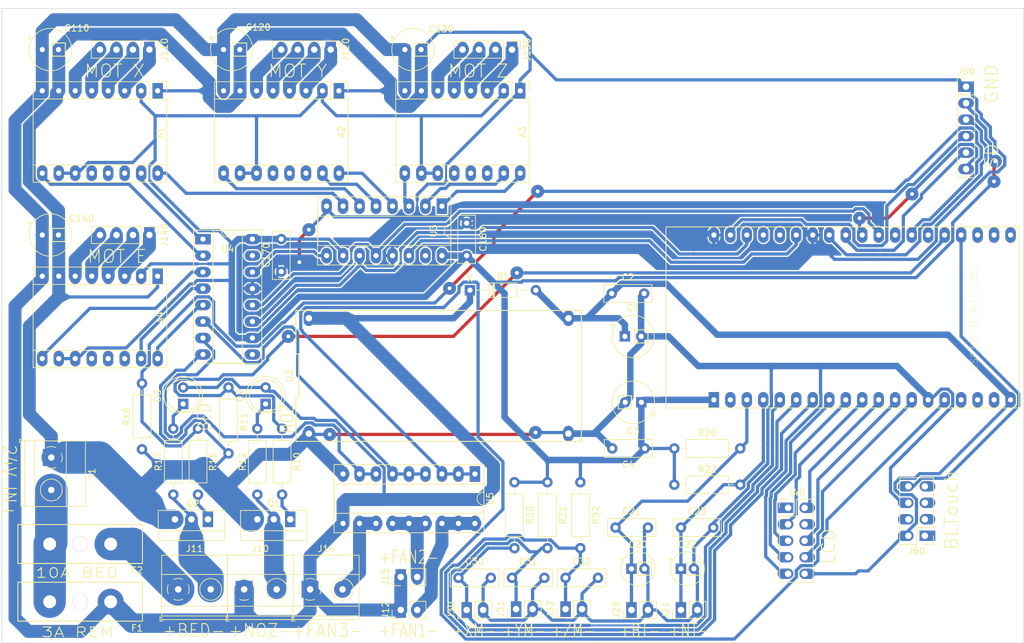
<source format=kicad_pcb>
(kicad_pcb (version 20171130) (host pcbnew "(5.0.2)-1")
  (layers (0 F.Cu signal) (31 B.Cu signal) (34 B.Paste user) (35 F.Paste user) (36 B.SilkS user) (37 F.SilkS user) (38 B.Mask user) (39 F.Mask user) (44 Edge.Cuts user))
  (net 0 "")
  (net 1 GND)
  (net 2 VCC)
  (net 3 "Net-(A1-Pad3)")
  (net 4 "Net-(A1-Pad4)")
  (net 5 "Net-(A1-Pad12)")
  (net 6 "Net-(A1-Pad5)")
  (net 7 "Net-(A1-Pad13)")
  (net 8 "Net-(A1-Pad6)")
  (net 9 "Net-(A1-Pad14)")
  (net 10 /Q128)
  (net 11 +24V)
  (net 12 "Net-(A2-Pad3)")
  (net 13 "Net-(A2-Pad4)")
  (net 14 "Net-(A2-Pad12)")
  (net 15 "Net-(A2-Pad5)")
  (net 16 "Net-(A2-Pad13)")
  (net 17 "Net-(A2-Pad6)")
  (net 18 "Net-(A2-Pad14)")
  (net 19 "Net-(A3-Pad14)")
  (net 20 "Net-(A3-Pad6)")
  (net 21 "Net-(A3-Pad13)")
  (net 22 "Net-(A3-Pad5)")
  (net 23 "Net-(A3-Pad12)")
  (net 24 "Net-(A3-Pad4)")
  (net 25 "Net-(A3-Pad3)")
  (net 26 /Q136)
  (net 27 "Net-(A4-Pad14)")
  (net 28 "Net-(A4-Pad6)")
  (net 29 "Net-(A4-Pad13)")
  (net 30 "Net-(A4-Pad5)")
  (net 31 "Net-(A4-Pad12)")
  (net 32 "Net-(A4-Pad4)")
  (net 33 "Net-(A4-Pad3)")
  (net 34 +5V)
  (net 35 +24V2)
  (net 36 "Net-(J10-Pad2)")
  (net 37 "Net-(J11-Pad2)")
  (net 38 "Net-(J12-Pad2)")
  (net 39 /BEEPER)
  (net 40 /~RESET)
  (net 41 /SD_MISO)
  (net 42 /SD_MOSI)
  (net 43 /SD_SCK)
  (net 44 /SD_CS)
  (net 45 "Net-(J60-Pad1)")
  (net 46 "Net-(J60-Pad3)")
  (net 47 "Net-(J60-Pad4)")
  (net 48 "Net-(J60-Pad5)")
  (net 49 "Net-(J60-Pad7)")
  (net 50 "Net-(Q1-Pad1)")
  (net 51 "Net-(Q2-Pad1)")
  (net 52 "Net-(U3-Pad9)")
  (net 53 "Net-(U4-Pad9)")
  (net 54 /PWR_IN)
  (net 55 "Net-(U1-Pad16)")
  (net 56 "Net-(U1-Pad17)")
  (net 57 "Net-(U1-Pad18)")
  (net 58 "Net-(U1-Pad23)")
  (net 59 "Net-(U1-Pad24)")
  (net 60 "Net-(U1-Pad33)")
  (net 61 "Net-(U1-Pad36)")
  (net 62 "Net-(U1-Pad37)")
  (net 63 "Net-(U1-Pad38)")
  (net 64 "Net-(J14-Pad2)")
  (net 65 "Net-(J13-Pad2)")
  (net 66 /Q142_FAN2)
  (net 67 /Q143_FAN3)
  (net 68 /Q139_E_EN)
  (net 69 /Q140_E_STEP)
  (net 70 /Q141_E_DIR)
  (net 71 /Q138_X_EN)
  (net 72 /Q137_X_STEP)
  (net 73 /Q134_Y_EN)
  (net 74 /Q133_Y_STEP)
  (net 75 /Q132_Y_DIR)
  (net 76 /Q129_Z_DIR)
  (net 77 /Q130_Z_STEP)
  (net 78 /Q131_Z_EN)
  (net 79 /Q135_X_DIR)
  (net 80 /IO17_I2S_WS)
  (net 81 /I36_T_BED)
  (net 82 /I39_T_NOZ)
  (net 83 /~ESP32_EN)
  (net 84 "Net-(U1-Pad31)")
  (net 85 "Net-(D3-Pad1)")
  (net 86 "Net-(D2-Pad1)")
  (net 87 /IO34_X_MIN)
  (net 88 /IO35_Y_MIN)
  (net 89 /IO32_Z_MIN)
  (net 90 /IO27_BTN_ENC)
  (net 91 /IO26_BTN_EN1)
  (net 92 /IO25_BTN_EN2)
  (net 93 /IO14_LCD_D4)
  (net 94 /IO33_LCD_RS)
  (net 95 /IO12_LCD_EN)
  (net 96 /IO15_SERVO)
  (net 97 /IO2_NOZZLE)
  (net 98 /IO4_BED)
  (net 99 /IO13_FAN1)
  (net 100 /IO22_I2S_BCK)
  (net 101 /IO21_I2S_DATA)
  (module Felix_Common:CP_Radial_D5.0mm_P2.00mm (layer F.Cu) (at 130.048 115.57)
    (fp_text reference C22 (at 1 -3.75) (layer F.SilkS))
    (fp_text value 4.7uF)
    (pad 1 thru_hole rect (at 0 0) (size 1.6 1.6) (drill 0.8) (layers *.Cu *.Mask) (net 82 /I39_T_NOZ))
    (pad 2 thru_hole circle (at 2 0) (size 1.6 1.6) (drill 0.8) (layers *.Cu *.Mask) (net 1 GND))
  )
  (module Felix_Common:CP_Radial_D5.0mm_P2.00mm (layer F.Cu) (at 122.428 115.57)
    (fp_text reference C20 (at 1 -3.75) (layer F.SilkS))
    (fp_text value 4.7uF)
    (pad 1 thru_hole rect (at 0 0) (size 1.6 1.6) (drill 0.8) (layers *.Cu *.Mask) (net 81 /I36_T_BED))
    (pad 2 thru_hole circle (at 2 0) (size 1.6 1.6) (drill 0.8) (layers *.Cu *.Mask) (net 1 GND))
  )
  (module Felix_Common:CP_Radial_D6.3mm_P2.50mm (layer F.Cu) (at 123.952 89.916 180)
    (fp_text reference C3 (at 1.25 -4.4 180) (layer F.SilkS))
    (fp_text value 100uF)
    (pad 1 thru_hole rect (at 0 0 180) (size 1.6 1.6) (drill 0.8) (layers *.Cu *.Mask) (net 2 VCC))
    (pad 2 thru_hole circle (at 2.5 0 180) (size 1.6 1.6) (drill 0.8) (layers *.Cu *.Mask) (net 1 GND))
  )
  (module Felix_Common:CP_Radial_D6.3mm_P2.50mm (layer F.Cu) (at 121.412 79.756)
    (fp_text reference C1 (at 1.25 -4.4) (layer F.SilkS))
    (fp_text value 100uF)
    (pad 1 thru_hole rect (at 0 0) (size 1.6 1.6) (drill 0.8) (layers *.Cu *.Mask) (net 34 +5V))
    (pad 2 thru_hole circle (at 2.5 0) (size 1.6 1.6) (drill 0.8) (layers *.Cu *.Mask) (net 1 GND))
  )
  (module Felix_Common:CP_Radial_D6.3mm_P2.50mm (layer F.Cu) (at 31.623 35.56)
    (fp_text reference C110 (at 5.334 -3.302) (layer F.SilkS))
    (fp_text value 100uF)
    (pad 1 thru_hole rect (at 0 0) (size 1.6 1.6) (drill 0.8) (layers *.Cu *.Mask) (net 11 +24V))
    (pad 2 thru_hole circle (at 2.5 0) (size 1.6 1.6) (drill 0.8) (layers *.Cu *.Mask) (net 1 GND))
  )
  (module Felix_Common:CP_Radial_D6.3mm_P2.50mm (layer F.Cu) (at 59.563 35.56)
    (fp_text reference C120 (at 5.334 -3.429) (layer F.SilkS))
    (fp_text value 100uF)
    (pad 1 thru_hole rect (at 0 0) (size 1.6 1.6) (drill 0.8) (layers *.Cu *.Mask) (net 11 +24V))
    (pad 2 thru_hole circle (at 2.5 0) (size 1.6 1.6) (drill 0.8) (layers *.Cu *.Mask) (net 1 GND))
  )
  (module Felix_Common:CP_Radial_D6.3mm_P2.50mm (layer F.Cu) (at 31.623 64.135)
    (fp_text reference C140 (at 6.096 -2.54) (layer F.SilkS))
    (fp_text value 100uF)
    (pad 1 thru_hole rect (at 0 0) (size 1.6 1.6) (drill 0.8) (layers *.Cu *.Mask) (net 11 +24V))
    (pad 2 thru_hole circle (at 2.5 0) (size 1.6 1.6) (drill 0.8) (layers *.Cu *.Mask) (net 1 GND))
  )
  (module Felix_Common:CP_Radial_D6.3mm_P2.50mm (layer F.Cu) (at 87.503 35.56)
    (fp_text reference C130 (at 5.588 -3.175) (layer F.SilkS))
    (fp_text value 100uF)
    (pad 1 thru_hole rect (at 0 0) (size 1.6 1.6) (drill 0.8) (layers *.Cu *.Mask) (net 11 +24V))
    (pad 2 thru_hole circle (at 2.5 0) (size 1.6 1.6) (drill 0.8) (layers *.Cu *.Mask) (net 1 GND))
  )
  (module Felix_Common:R_Axial_DIN0207_L6.3mm_D2.5mm_P10.16mm_Horizontal (layer F.Cu) (at 46.99 97.155 90)
    (fp_text reference R16 (at 5.08 -2.37 90) (layer F.SilkS))
    (fp_text value 100k)
    (pad 1 thru_hole circle (at 0 0 90) (size 1.6 1.6) (drill 0.8) (layers *.Cu *.Mask) (net 1 GND))
    (pad 2 thru_hole oval (at 10.16 0 90) (size 1.6 1.6) (drill 0.8) (layers *.Cu *.Mask) (net 98 /IO4_BED))
  )
  (module Felix_Common:LED_D5.0mm (layer F.Cu) (at 66.04 90.17 90)
    (fp_text reference D2 (at 1.27 -3.96 90) (layer F.SilkS))
    (fp_text value NOZ (at -2.286 3.302 90) (layer F.SilkS) (effects (font (size 2 1.5))))
    (pad 2 thru_hole circle (at 2.54 0 90) (size 1.6 1.6) (drill 0.8) (layers *.Cu *.Mask) (net 11 +24V))
    (pad 1 thru_hole rect (at 0 0 90) (size 1.6 1.6) (drill 0.8) (layers *.Cu *.Mask) (net 86 "Net-(D2-Pad1)"))
  )
  (module Felix_Common:LED_D5.0mm (layer F.Cu) (at 53.34 90.17 90)
    (fp_text reference D3 (at 1.27 -3.96 90) (layer F.SilkS))
    (fp_text value BED (at -2.032 3.302 90) (layer F.SilkS) (effects (font (size 2 1.5))))
    (pad 1 thru_hole rect (at 0 0 90) (size 1.6 1.6) (drill 0.8) (layers *.Cu *.Mask) (net 85 "Net-(D3-Pad1)"))
    (pad 2 thru_hole circle (at 2.54 0 90) (size 1.6 1.6) (drill 0.8) (layers *.Cu *.Mask) (net 11 +24V))
  )
  (module Felix_Common:R_Axial_DIN0207_L6.3mm_D2.5mm_P10.16mm_Horizontal (layer F.Cu) (at 51.816 93.98 270)
    (fp_text reference R17 (at 5.08 2.286 270) (layer F.SilkS))
    (fp_text value 2.2k)
    (pad 2 thru_hole oval (at 10.16 0 270) (size 1.6 1.6) (drill 0.8) (layers *.Cu *.Mask) (net 37 "Net-(J11-Pad2)"))
    (pad 1 thru_hole circle (at 0 0 270) (size 1.6 1.6) (drill 0.8) (layers *.Cu *.Mask) (net 85 "Net-(D3-Pad1)"))
  )
  (module Felix_Common:R_Axial_DIN0207_L6.3mm_D2.5mm_P10.16mm_Horizontal (layer F.Cu) (at 55.626 104.14 90)
    (fp_text reference R15 (at 5.08 2.286 90) (layer F.SilkS))
    (fp_text value 10)
    (pad 1 thru_hole circle (at 0 0 90) (size 1.6 1.6) (drill 0.8) (layers *.Cu *.Mask) (net 51 "Net-(Q2-Pad1)"))
    (pad 2 thru_hole oval (at 10.16 0 90) (size 1.6 1.6) (drill 0.8) (layers *.Cu *.Mask) (net 98 /IO4_BED))
  )
  (module Felix_Common:DIP-16_W7.62mm_Socket_LongPads (layer F.Cu) (at 56.388 64.77)
    (fp_text reference U4 (at 3.81 1.524) (layer F.SilkS))
    (fp_text value 74HC595)
    (pad 16 thru_hole oval (at 7.62 0) (size 2.4 1.6) (drill 0.8) (layers *.Cu *.Mask) (net 2 VCC))
    (pad 8 thru_hole oval (at 0 17.78) (size 2.4 1.6) (drill 0.8) (layers *.Cu *.Mask) (net 1 GND))
    (pad 15 thru_hole oval (at 7.62 2.54) (size 2.4 1.6) (drill 0.8) (layers *.Cu *.Mask) (net 26 /Q136))
    (pad 7 thru_hole oval (at 0 15.24) (size 2.4 1.6) (drill 0.8) (layers *.Cu *.Mask) (net 67 /Q143_FAN3))
    (pad 14 thru_hole oval (at 7.62 5.08) (size 2.4 1.6) (drill 0.8) (layers *.Cu *.Mask) (net 52 "Net-(U3-Pad9)"))
    (pad 6 thru_hole oval (at 0 12.7) (size 2.4 1.6) (drill 0.8) (layers *.Cu *.Mask) (net 66 /Q142_FAN2))
    (pad 13 thru_hole oval (at 7.62 7.62) (size 2.4 1.6) (drill 0.8) (layers *.Cu *.Mask) (net 1 GND))
    (pad 5 thru_hole oval (at 0 10.16) (size 2.4 1.6) (drill 0.8) (layers *.Cu *.Mask) (net 70 /Q141_E_DIR))
    (pad 12 thru_hole oval (at 7.62 10.16) (size 2.4 1.6) (drill 0.8) (layers *.Cu *.Mask) (net 80 /IO17_I2S_WS))
    (pad 4 thru_hole oval (at 0 7.62) (size 2.4 1.6) (drill 0.8) (layers *.Cu *.Mask) (net 69 /Q140_E_STEP))
    (pad 11 thru_hole oval (at 7.62 12.7) (size 2.4 1.6) (drill 0.8) (layers *.Cu *.Mask) (net 100 /IO22_I2S_BCK))
    (pad 3 thru_hole oval (at 0 5.08) (size 2.4 1.6) (drill 0.8) (layers *.Cu *.Mask) (net 68 /Q139_E_EN))
    (pad 10 thru_hole oval (at 7.62 15.24) (size 2.4 1.6) (drill 0.8) (layers *.Cu *.Mask) (net 2 VCC))
    (pad 2 thru_hole oval (at 0 2.54) (size 2.4 1.6) (drill 0.8) (layers *.Cu *.Mask) (net 71 /Q138_X_EN))
    (pad 9 thru_hole oval (at 7.62 17.78) (size 2.4 1.6) (drill 0.8) (layers *.Cu *.Mask) (net 53 "Net-(U4-Pad9)"))
    (pad 1 thru_hole rect (at 0 0) (size 2.4 1.6) (drill 0.8) (layers *.Cu *.Mask) (net 72 /Q137_X_STEP))
  )
  (module Felix_Common:C_Rect_L7.2mm_W2.5mm_P5.00mm_FKS2_FKP2_MKS2_MKP2 (layer F.Cu) (at 124.46 97.028 180)
    (fp_text reference C4 (at 2.5 -2.5 180) (layer F.SilkS))
    (fp_text value 0.1uF)
    (pad 2 thru_hole circle (at 5 0 180) (size 1.6 1.6) (drill 0.8) (layers *.Cu *.Mask) (net 1 GND))
    (pad 1 thru_hole circle (at 0 0 180) (size 1.6 1.6) (drill 0.8) (layers *.Cu *.Mask) (net 2 VCC))
  )
  (module Felix_Common:C_Rect_L7.2mm_W2.5mm_P5.00mm_FKS2_FKP2_MKS2_MKP2 (layer F.Cu) (at 119.38 73.152)
    (fp_text reference C2 (at 2.5 -2.5) (layer F.SilkS))
    (fp_text value 0.1uF)
    (pad 1 thru_hole circle (at 0 0) (size 1.6 1.6) (drill 0.8) (layers *.Cu *.Mask) (net 34 +5V))
    (pad 2 thru_hole circle (at 5 0) (size 1.6 1.6) (drill 0.8) (layers *.Cu *.Mask) (net 1 GND))
  )
  (module Felix_Common:C_Rect_L7.2mm_W2.5mm_P5.00mm_FKS2_FKP2_MKS2_MKP2 (layer F.Cu) (at 119.968 109.22)
    (fp_text reference C21 (at 2.5 -2.5) (layer F.SilkS))
    (fp_text value 0.1uF)
    (pad 2 thru_hole circle (at 5 0) (size 1.6 1.6) (drill 0.8) (layers *.Cu *.Mask) (net 1 GND))
    (pad 1 thru_hole circle (at 0 0) (size 1.6 1.6) (drill 0.8) (layers *.Cu *.Mask) (net 81 /I36_T_BED))
  )
  (module Felix_Common:C_Rect_L7.2mm_W2.5mm_P5.00mm_FKS2_FKP2_MKS2_MKP2 (layer F.Cu) (at 130.048 109.22)
    (fp_text reference C23 (at 2.5 -2.5) (layer F.SilkS))
    (fp_text value 0.1uF)
    (pad 1 thru_hole circle (at 0 0) (size 1.6 1.6) (drill 0.8) (layers *.Cu *.Mask) (net 82 /I39_T_NOZ))
    (pad 2 thru_hole circle (at 5 0) (size 1.6 1.6) (drill 0.8) (layers *.Cu *.Mask) (net 1 GND))
  )
  (module Felix_Common:DIP-18_W7.62mm_Socket_LongPads (layer F.Cu) (at 98.298 100.965 270)
    (fp_text reference U5 (at 3.81 -2.33 270) (layer F.SilkS))
    (fp_text value ULN2803A)
    (pad 1 thru_hole rect (at 0 0 270) (size 2.4 1.6) (drill 0.8) (layers *.Cu *.Mask) (net 99 /IO13_FAN1))
    (pad 10 thru_hole oval (at 7.62 20.32 270) (size 2.4 1.6) (drill 0.8) (layers *.Cu *.Mask) (net 11 +24V))
    (pad 2 thru_hole oval (at 0 2.54 270) (size 2.4 1.6) (drill 0.8) (layers *.Cu *.Mask) (net 99 /IO13_FAN1))
    (pad 11 thru_hole oval (at 7.62 17.78 270) (size 2.4 1.6) (drill 0.8) (layers *.Cu *.Mask) (net 64 "Net-(J14-Pad2)"))
    (pad 3 thru_hole oval (at 0 5.08 270) (size 2.4 1.6) (drill 0.8) (layers *.Cu *.Mask) (net 99 /IO13_FAN1))
    (pad 12 thru_hole oval (at 7.62 15.24 270) (size 2.4 1.6) (drill 0.8) (layers *.Cu *.Mask) (net 64 "Net-(J14-Pad2)"))
    (pad 4 thru_hole oval (at 0 7.62 270) (size 2.4 1.6) (drill 0.8) (layers *.Cu *.Mask) (net 66 /Q142_FAN2))
    (pad 13 thru_hole oval (at 7.62 12.7 270) (size 2.4 1.6) (drill 0.8) (layers *.Cu *.Mask) (net 65 "Net-(J13-Pad2)"))
    (pad 5 thru_hole oval (at 0 10.16 270) (size 2.4 1.6) (drill 0.8) (layers *.Cu *.Mask) (net 66 /Q142_FAN2))
    (pad 14 thru_hole oval (at 7.62 10.16 270) (size 2.4 1.6) (drill 0.8) (layers *.Cu *.Mask) (net 65 "Net-(J13-Pad2)"))
    (pad 6 thru_hole oval (at 0 12.7 270) (size 2.4 1.6) (drill 0.8) (layers *.Cu *.Mask) (net 66 /Q142_FAN2))
    (pad 15 thru_hole oval (at 7.62 7.62 270) (size 2.4 1.6) (drill 0.8) (layers *.Cu *.Mask) (net 65 "Net-(J13-Pad2)"))
    (pad 7 thru_hole oval (at 0 15.24 270) (size 2.4 1.6) (drill 0.8) (layers *.Cu *.Mask) (net 67 /Q143_FAN3))
    (pad 16 thru_hole oval (at 7.62 5.08 270) (size 2.4 1.6) (drill 0.8) (layers *.Cu *.Mask) (net 38 "Net-(J12-Pad2)"))
    (pad 8 thru_hole oval (at 0 17.78 270) (size 2.4 1.6) (drill 0.8) (layers *.Cu *.Mask) (net 67 /Q143_FAN3))
    (pad 17 thru_hole oval (at 7.62 2.54 270) (size 2.4 1.6) (drill 0.8) (layers *.Cu *.Mask) (net 38 "Net-(J12-Pad2)"))
    (pad 9 thru_hole oval (at 0 20.32 270) (size 2.4 1.6) (drill 0.8) (layers *.Cu *.Mask) (net 1 GND))
    (pad 18 thru_hole oval (at 7.62 0 270) (size 2.4 1.6) (drill 0.8) (layers *.Cu *.Mask) (net 38 "Net-(J12-Pad2)"))
  )
  (module Felix_Common:R_Axial_DIN0207_L6.3mm_D2.5mm_P10.16mm_Horizontal (layer F.Cu) (at 129.032 102.616)
    (fp_text reference R22 (at 5.08 -2.37) (layer F.SilkS))
    (fp_text value 4.7k)
    (pad 1 thru_hole circle (at 0 0) (size 1.6 1.6) (drill 0.8) (layers *.Cu *.Mask) (net 2 VCC))
    (pad 2 thru_hole oval (at 10.16 0) (size 1.6 1.6) (drill 0.8) (layers *.Cu *.Mask) (net 82 /I39_T_NOZ))
  )
  (module MountingHole:MountingHole_3mm (layer F.Cu) (at 35.433 90.043)
    (fp_text reference H3)
    (fp_text value MountingHole)
    (pad 1 np_thru_hole circle (at 0 0) (size 3 3) (drill 3) (layers *.Cu *.Mask))
  )
  (module MountingHole:MountingHole_3mm (layer F.Cu) (at 162.306 119.38)
    (fp_text reference H4)
    (fp_text value MountingHole)
    (pad 1 np_thru_hole circle (at 0 0) (size 3 3) (drill 3) (layers *.Cu *.Mask))
  )
  (module MountingHole:MountingHole_3mm (layer F.Cu) (at 54.483 50.546)
    (fp_text reference H1)
    (fp_text value MountingHole)
    (pad 1 np_thru_hole circle (at 0 0) (size 3 3) (drill 3) (layers *.Cu *.Mask))
  )
  (module MountingHole:MountingHole_3mm (layer F.Cu) (at 158.75 32.766)
    (fp_text reference H2)
    (fp_text value MountingHole)
    (pad 1 np_thru_hole circle (at 0 0) (size 3 3) (drill 3) (layers *.Cu *.Mask))
  )
  (module Felix_Specials:Fuse_ESKA_380.000 (layer F.Cu) (at 37.465 111.76 180)
    (fp_text reference F2 (at -8.763 -4.064 180) (layer F.SilkS))
    (fp_text value "10A BED" (at 0.508 -4.445 180) (layer F.SilkS) (effects (font (size 1.5 2))))
    (pad "" thru_hole circle (at 0 0 180) (size 2.4 2.4) (drill 2.4) (layers *.Cu *.Mask))
    (pad 2 thru_hole circle (at 4.7 0 180) (size 4 4) (drill 2) (layers *.Cu *.Mask) (net 54 /PWR_IN))
    (pad 1 thru_hole circle (at -4.7 0 180) (size 4 4) (drill 2) (layers *.Cu *.Mask) (net 35 +24V2))
  )
  (module Felix_Common:TerminalBlock_ScrewTerminal_1x02_P5.00mm_Horizontal (layer F.Cu) (at 52.578 118.745)
    (fp_text reference J11 (at 2.5 -6.26) (layer F.SilkS))
    (fp_text value +BED- (at 2.413 6.35) (layer F.SilkS) (effects (font (size 2 1.8))))
    (pad 1 thru_hole rect (at 0 0) (size 2.6 2.6) (drill 1) (layers *.Cu *.Mask) (net 35 +24V2))
    (pad 2 thru_hole circle (at 5 0) (size 2.6 2.6) (drill 1) (layers *.Cu *.Mask) (net 37 "Net-(J11-Pad2)"))
  )
  (module Felix_Common:PinHeader_1x02_P2.54mm_Vertical_LongPads (layer F.Cu) (at 86.868 121.92 90)
    (fp_text reference J12 (at 0 -2.33 90) (layer F.SilkS))
    (fp_text value +FAN1- (at -3.175 1.27 180) (layer F.SilkS) (effects (font (size 2 1.5))))
    (pad 1 thru_hole rect (at 0 0 90) (size 2.4 1.6) (drill 1) (layers *.Cu *.Mask) (net 11 +24V))
    (pad 2 thru_hole oval (at 0 2.54 90) (size 2.4 1.6) (drill 1) (layers *.Cu *.Mask) (net 38 "Net-(J12-Pad2)"))
  )
  (module Felix_Specials:Fuse_ESKA_380.000 (layer F.Cu) (at 37.465 120.65 180)
    (fp_text reference F1 (at -8.763 -4.064 180) (layer F.SilkS))
    (fp_text value "3A REM" (at 0.381 -4.699 180) (layer F.SilkS) (effects (font (size 1.5 2))))
    (pad 1 thru_hole circle (at -4.7 0 180) (size 4 4) (drill 2) (layers *.Cu *.Mask) (net 11 +24V))
    (pad 2 thru_hole circle (at 4.7 0 180) (size 4 4) (drill 2) (layers *.Cu *.Mask) (net 54 /PWR_IN))
    (pad "" thru_hole circle (at 0 0 180) (size 2.4 2.4) (drill 2.4) (layers *.Cu *.Mask))
  )
  (module Felix_Common:TerminalBlock_ScrewTerminal_1x02_P5.00mm_Horizontal (layer F.Cu) (at 33.02 98.425 270)
    (fp_text reference J1 (at 2.5 -6.26 270) (layer F.SilkS))
    (fp_text value "-24V IN+" (at 2.54 6.477 270 unlocked) (layer F.SilkS) (effects (font (size 2 1.8))))
    (pad 2 thru_hole circle (at 5 0 270) (size 2.6 2.6) (drill 1) (layers *.Cu *.Mask) (net 54 /PWR_IN))
    (pad 1 thru_hole rect (at 0 0 270) (size 2.6 2.6) (drill 1) (layers *.Cu *.Mask) (net 1 GND))
  )
  (module Felix_Common:PinHeader_1x02_P2.54mm_Vertical_LongPads (layer F.Cu) (at 86.868 116.84 90)
    (fp_text reference J13 (at 0 -2.33 90) (layer F.SilkS))
    (fp_text value +FAN2- (at 3.048 1.27 180) (layer F.SilkS) (effects (font (size 2 1.5))))
    (pad 2 thru_hole oval (at 0 2.54 90) (size 2.4 1.6) (drill 1) (layers *.Cu *.Mask) (net 65 "Net-(J13-Pad2)"))
    (pad 1 thru_hole rect (at 0 0 90) (size 2.4 1.6) (drill 1) (layers *.Cu *.Mask) (net 11 +24V))
  )
  (module Felix_Common:TerminalBlock_ScrewTerminal_1x02_P5.00mm_Horizontal (layer F.Cu) (at 62.738 118.745)
    (fp_text reference J10 (at 2.5 -6.26) (layer F.SilkS))
    (fp_text value +NOZ- (at 2.54 6.35) (layer F.SilkS) (effects (font (size 2 1.8))))
    (pad 2 thru_hole circle (at 5 0) (size 2.6 2.6) (drill 1) (layers *.Cu *.Mask) (net 36 "Net-(J10-Pad2)"))
    (pad 1 thru_hole rect (at 0 0) (size 2.6 2.6) (drill 1) (layers *.Cu *.Mask) (net 11 +24V))
  )
  (module Felix_Common:TerminalBlock_ScrewTerminal_1x02_P5.00mm_Horizontal (layer F.Cu) (at 72.898 118.745)
    (fp_text reference J14 (at 2.5 -6.26) (layer F.SilkS))
    (fp_text value +FAN3- (at 2.667 6.35) (layer F.SilkS) (effects (font (size 2 1.8))))
    (pad 1 thru_hole rect (at 0 0) (size 2.6 2.6) (drill 1) (layers *.Cu *.Mask) (net 11 +24V))
    (pad 2 thru_hole circle (at 5 0) (size 2.6 2.6) (drill 1) (layers *.Cu *.Mask) (net 64 "Net-(J14-Pad2)"))
  )
  (module Felix_Common:R_Axial_DIN0207_L6.3mm_D2.5mm_P10.16mm_Horizontal (layer F.Cu) (at 68.58 104.14 90)
    (fp_text reference R10 (at 5.08 2.286 90) (layer F.SilkS))
    (fp_text value 10)
    (pad 2 thru_hole oval (at 10.16 0 90) (size 1.6 1.6) (drill 0.8) (layers *.Cu *.Mask) (net 97 /IO2_NOZZLE))
    (pad 1 thru_hole circle (at 0 0 90) (size 1.6 1.6) (drill 0.8) (layers *.Cu *.Mask) (net 50 "Net-(Q1-Pad1)"))
  )
  (module Felix_Common:R_Axial_DIN0207_L6.3mm_D2.5mm_P10.16mm_Horizontal (layer F.Cu) (at 60.325 97.79 90)
    (fp_text reference R11 (at 4.826 2.413 90) (layer F.SilkS))
    (fp_text value 100k)
    (pad 2 thru_hole oval (at 10.16 0 90) (size 1.6 1.6) (drill 0.8) (layers *.Cu *.Mask) (net 97 /IO2_NOZZLE))
    (pad 1 thru_hole circle (at 0 0 90) (size 1.6 1.6) (drill 0.8) (layers *.Cu *.Mask) (net 1 GND))
  )
  (module Felix_Common:TO-220-3_Vertical_LongPads (layer F.Cu) (at 69.85 107.95 180)
    (fp_text reference Q1 (at 2.54 2.413 180) (layer F.SilkS))
    (fp_text value IRLZ44N)
    (pad 3 thru_hole oval (at 5.08 0 180) (size 1.6 2.4) (drill 1) (layers *.Cu *.Mask) (net 1 GND))
    (pad 2 thru_hole oval (at 2.54 0 180) (size 1.6 2.4) (drill 1) (layers *.Cu *.Mask) (net 36 "Net-(J10-Pad2)"))
    (pad 1 thru_hole rect (at 0 0 180) (size 1.6 2.4) (drill 1) (layers *.Cu *.Mask) (net 50 "Net-(Q1-Pad1)"))
  )
  (module Felix_Common:R_Axial_DIN0207_L6.3mm_D2.5mm_P10.16mm_Horizontal (layer F.Cu) (at 64.77 93.98 270)
    (fp_text reference R12 (at 5.08 2.286 270) (layer F.SilkS))
    (fp_text value 2.2k)
    (pad 2 thru_hole oval (at 10.16 0 270) (size 1.6 1.6) (drill 0.8) (layers *.Cu *.Mask) (net 36 "Net-(J10-Pad2)"))
    (pad 1 thru_hole circle (at 0 0 270) (size 1.6 1.6) (drill 0.8) (layers *.Cu *.Mask) (net 86 "Net-(D2-Pad1)"))
  )
  (module Felix_Common:TO-220-3_Vertical_LongPads (layer F.Cu) (at 57.15 107.95 180)
    (fp_text reference Q2 (at 2.286 2.413 180) (layer F.SilkS))
    (fp_text value IRLB8743)
    (pad 3 thru_hole oval (at 5.08 0 180) (size 1.6 2.4) (drill 1) (layers *.Cu *.Mask) (net 1 GND))
    (pad 2 thru_hole oval (at 2.54 0 180) (size 1.6 2.4) (drill 1) (layers *.Cu *.Mask) (net 37 "Net-(J11-Pad2)"))
    (pad 1 thru_hole rect (at 0 0 180) (size 1.6 2.4) (drill 1) (layers *.Cu *.Mask) (net 51 "Net-(Q2-Pad1)"))
  )
  (module Felix_Common:D_DO-35_SOD27_P10.16mm_Horizontal (layer F.Cu) (at 97.536 72.644)
    (fp_text reference D1 (at 5.08 -2.12) (layer F.SilkS))
    (fp_text value 1N5819)
    (fp_text user K (at 0 -1.8) (layer F.SilkS))
    (pad 1 thru_hole rect (at 0 0) (size 1.6 1.6) (drill 0.8) (layers *.Cu *.Mask) (net 11 +24V))
    (pad 2 thru_hole oval (at 10.16 0) (size 1.6 1.6) (drill 0.8) (layers *.Cu *.Mask) (net 34 +5V))
  )
  (module Felix_Specials:Pololu_Breakout-16_15.2x20.3mm_LongPads (layer F.Cu) (at 77.343 41.91 270)
    (fp_text reference A2 (at 6.35 -0.381 270) (layer F.SilkS))
    (fp_text value DRIVER_Y)
    (pad 1 thru_hole rect (at 0 0 270) (size 2.4 1.6) (drill 0.8) (layers *.Cu *.Mask) (net 1 GND))
    (pad 9 thru_hole oval (at 12.7 17.78 270) (size 2.4 1.6) (drill 0.8) (layers *.Cu *.Mask) (net 73 /Q134_Y_EN))
    (pad 2 thru_hole oval (at 0 2.54 270) (size 2.4 1.6) (drill 0.8) (layers *.Cu *.Mask) (net 2 VCC))
    (pad 10 thru_hole oval (at 12.7 15.24 270) (size 2.4 1.6) (drill 0.8) (layers *.Cu *.Mask) (net 2 VCC))
    (pad 3 thru_hole oval (at 0 5.08 270) (size 2.4 1.6) (drill 0.8) (layers *.Cu *.Mask) (net 12 "Net-(A2-Pad3)"))
    (pad 11 thru_hole oval (at 12.7 12.7 270) (size 2.4 1.6) (drill 0.8) (layers *.Cu *.Mask) (net 2 VCC))
    (pad 4 thru_hole oval (at 0 7.62 270) (size 2.4 1.6) (drill 0.8) (layers *.Cu *.Mask) (net 13 "Net-(A2-Pad4)"))
    (pad 12 thru_hole oval (at 12.7 10.16 270) (size 2.4 1.6) (drill 0.8) (layers *.Cu *.Mask) (net 14 "Net-(A2-Pad12)"))
    (pad 5 thru_hole oval (at 0 10.16 270) (size 2.4 1.6) (drill 0.8) (layers *.Cu *.Mask) (net 15 "Net-(A2-Pad5)"))
    (pad 13 thru_hole oval (at 12.7 7.62 270) (size 2.4 1.6) (drill 0.8) (layers *.Cu *.Mask) (net 16 "Net-(A2-Pad13)"))
    (pad 6 thru_hole oval (at 0 12.7 270) (size 2.4 1.6) (drill 0.8) (layers *.Cu *.Mask) (net 17 "Net-(A2-Pad6)"))
    (pad 14 thru_hole oval (at 12.7 5.08 270) (size 2.4 1.6) (drill 0.8) (layers *.Cu *.Mask) (net 18 "Net-(A2-Pad14)"))
    (pad 7 thru_hole oval (at 0 15.24 270) (size 2.4 1.6) (drill 0.8) (layers *.Cu *.Mask) (net 1 GND))
    (pad 15 thru_hole oval (at 12.7 2.54 270) (size 2.4 1.6) (drill 0.8) (layers *.Cu *.Mask) (net 74 /Q133_Y_STEP))
    (pad 8 thru_hole oval (at 0 17.78 270) (size 2.4 1.6) (drill 0.8) (layers *.Cu *.Mask) (net 11 +24V))
    (pad 16 thru_hole oval (at 12.7 0 270) (size 2.4 1.6) (drill 0.8) (layers *.Cu *.Mask) (net 75 /Q132_Y_DIR))
  )
  (module Felix_Specials:Pololu_Breakout-16_15.2x20.3mm_LongPads (layer F.Cu) (at 49.403 41.91 270)
    (fp_text reference A1 (at 6.477 -0.381 270) (layer F.SilkS))
    (fp_text value DRIVER_X)
    (pad 1 thru_hole rect (at 0 0 270) (size 2.4 1.6) (drill 0.8) (layers *.Cu *.Mask) (net 1 GND))
    (pad 9 thru_hole oval (at 12.7 17.78 270) (size 2.4 1.6) (drill 0.8) (layers *.Cu *.Mask) (net 71 /Q138_X_EN))
    (pad 2 thru_hole oval (at 0 2.54 270) (size 2.4 1.6) (drill 0.8) (layers *.Cu *.Mask) (net 2 VCC))
    (pad 10 thru_hole oval (at 12.7 15.24 270) (size 2.4 1.6) (drill 0.8) (layers *.Cu *.Mask) (net 2 VCC))
    (pad 3 thru_hole oval (at 0 5.08 270) (size 2.4 1.6) (drill 0.8) (layers *.Cu *.Mask) (net 3 "Net-(A1-Pad3)"))
    (pad 11 thru_hole oval (at 12.7 12.7 270) (size 2.4 1.6) (drill 0.8) (layers *.Cu *.Mask) (net 2 VCC))
    (pad 4 thru_hole oval (at 0 7.62 270) (size 2.4 1.6) (drill 0.8) (layers *.Cu *.Mask) (net 4 "Net-(A1-Pad4)"))
    (pad 12 thru_hole oval (at 12.7 10.16 270) (size 2.4 1.6) (drill 0.8) (layers *.Cu *.Mask) (net 5 "Net-(A1-Pad12)"))
    (pad 5 thru_hole oval (at 0 10.16 270) (size 2.4 1.6) (drill 0.8) (layers *.Cu *.Mask) (net 6 "Net-(A1-Pad5)"))
    (pad 13 thru_hole oval (at 12.7 7.62 270) (size 2.4 1.6) (drill 0.8) (layers *.Cu *.Mask) (net 7 "Net-(A1-Pad13)"))
    (pad 6 thru_hole oval (at 0 12.7 270) (size 2.4 1.6) (drill 0.8) (layers *.Cu *.Mask) (net 8 "Net-(A1-Pad6)"))
    (pad 14 thru_hole oval (at 12.7 5.08 270) (size 2.4 1.6) (drill 0.8) (layers *.Cu *.Mask) (net 9 "Net-(A1-Pad14)"))
    (pad 7 thru_hole oval (at 0 15.24 270) (size 2.4 1.6) (drill 0.8) (layers *.Cu *.Mask) (net 1 GND))
    (pad 15 thru_hole oval (at 12.7 2.54 270) (size 2.4 1.6) (drill 0.8) (layers *.Cu *.Mask) (net 72 /Q137_X_STEP))
    (pad 8 thru_hole oval (at 0 17.78 270) (size 2.4 1.6) (drill 0.8) (layers *.Cu *.Mask) (net 11 +24V))
    (pad 16 thru_hole oval (at 12.7 0 270) (size 2.4 1.6) (drill 0.8) (layers *.Cu *.Mask) (net 79 /Q135_X_DIR))
  )
  (module Felix_Common:PinHeader_1x04_P2.54mm_Vertical_LongPads (layer F.Cu) (at 48.133 35.56 270)
    (fp_text reference J110 (at 0 -2.33 270) (layer F.SilkS))
    (fp_text value "MOT X" (at 3.302 5.334) (layer F.SilkS) (effects (font (size 2 2))))
    (pad 4 thru_hole oval (at 0 7.62 270) (size 2.4 1.6) (drill 1) (layers *.Cu *.Mask) (net 8 "Net-(A1-Pad6)"))
    (pad 3 thru_hole oval (at 0 5.08 270) (size 2.4 1.6) (drill 1) (layers *.Cu *.Mask) (net 6 "Net-(A1-Pad5)"))
    (pad 2 thru_hole oval (at 0 2.54 270) (size 2.4 1.6) (drill 1) (layers *.Cu *.Mask) (net 4 "Net-(A1-Pad4)"))
    (pad 1 thru_hole rect (at 0 0 270) (size 2.4 1.6) (drill 1) (layers *.Cu *.Mask) (net 3 "Net-(A1-Pad3)"))
  )
  (module Felix_Common:PinHeader_1x04_P2.54mm_Vertical_LongPads (layer F.Cu) (at 76.073 35.56 270)
    (fp_text reference J120 (at 0 -2.33 270) (layer F.SilkS))
    (fp_text value "MOT Y" (at 3.302 5.08) (layer F.SilkS) (effects (font (size 2 2))))
    (pad 1 thru_hole rect (at 0 0 270) (size 2.4 1.6) (drill 1) (layers *.Cu *.Mask) (net 12 "Net-(A2-Pad3)"))
    (pad 2 thru_hole oval (at 0 2.54 270) (size 2.4 1.6) (drill 1) (layers *.Cu *.Mask) (net 13 "Net-(A2-Pad4)"))
    (pad 3 thru_hole oval (at 0 5.08 270) (size 2.4 1.6) (drill 1) (layers *.Cu *.Mask) (net 15 "Net-(A2-Pad5)"))
    (pad 4 thru_hole oval (at 0 7.62 270) (size 2.4 1.6) (drill 1) (layers *.Cu *.Mask) (net 17 "Net-(A2-Pad6)"))
  )
  (module Felix_Specials:Module_LM2596_DC-DC (layer F.Cu) (at 92.71 85.852)
    (fp_text reference U2 (at -23 0 -270) (layer F.SilkS))
    (fp_text value DcStepDown_LM2596)
    (pad 1 thru_hole oval (at -20 -8.89) (size 1.6 2.4) (drill 1) (layers *.Cu *.Mask) (net 11 +24V))
    (pad 2 thru_hole oval (at -20 8.89) (size 1.6 2.4) (drill 1) (layers *.Cu *.Mask) (net 1 GND))
    (pad 3 thru_hole oval (at 20 -8.89) (size 1.6 2.4) (drill 1) (layers *.Cu *.Mask) (net 34 +5V))
    (pad 4 thru_hole oval (at 20 8.89) (size 1.6 2.4) (drill 1) (layers *.Cu *.Mask) (net 1 GND))
  )
  (module Felix_Specials:Pololu_Breakout-16_15.2x20.3mm_LongPads (layer F.Cu) (at 49.403 70.485 270)
    (fp_text reference A4 (at 6.35 -0.381 270) (layer F.SilkS))
    (fp_text value DRIVER_E)
    (pad 1 thru_hole rect (at 0 0 270) (size 2.4 1.6) (drill 0.8) (layers *.Cu *.Mask) (net 1 GND))
    (pad 9 thru_hole oval (at 12.7 17.78 270) (size 2.4 1.6) (drill 0.8) (layers *.Cu *.Mask) (net 68 /Q139_E_EN))
    (pad 2 thru_hole oval (at 0 2.54 270) (size 2.4 1.6) (drill 0.8) (layers *.Cu *.Mask) (net 2 VCC))
    (pad 10 thru_hole oval (at 12.7 15.24 270) (size 2.4 1.6) (drill 0.8) (layers *.Cu *.Mask) (net 2 VCC))
    (pad 3 thru_hole oval (at 0 5.08 270) (size 2.4 1.6) (drill 0.8) (layers *.Cu *.Mask) (net 33 "Net-(A4-Pad3)"))
    (pad 11 thru_hole oval (at 12.7 12.7 270) (size 2.4 1.6) (drill 0.8) (layers *.Cu *.Mask) (net 2 VCC))
    (pad 4 thru_hole oval (at 0 7.62 270) (size 2.4 1.6) (drill 0.8) (layers *.Cu *.Mask) (net 32 "Net-(A4-Pad4)"))
    (pad 12 thru_hole oval (at 12.7 10.16 270) (size 2.4 1.6) (drill 0.8) (layers *.Cu *.Mask) (net 31 "Net-(A4-Pad12)"))
    (pad 5 thru_hole oval (at 0 10.16 270) (size 2.4 1.6) (drill 0.8) (layers *.Cu *.Mask) (net 30 "Net-(A4-Pad5)"))
    (pad 13 thru_hole oval (at 12.7 7.62 270) (size 2.4 1.6) (drill 0.8) (layers *.Cu *.Mask) (net 29 "Net-(A4-Pad13)"))
    (pad 6 thru_hole oval (at 0 12.7 270) (size 2.4 1.6) (drill 0.8) (layers *.Cu *.Mask) (net 28 "Net-(A4-Pad6)"))
    (pad 14 thru_hole oval (at 12.7 5.08 270) (size 2.4 1.6) (drill 0.8) (layers *.Cu *.Mask) (net 27 "Net-(A4-Pad14)"))
    (pad 7 thru_hole oval (at 0 15.24 270) (size 2.4 1.6) (drill 0.8) (layers *.Cu *.Mask) (net 1 GND))
    (pad 15 thru_hole oval (at 12.7 2.54 270) (size 2.4 1.6) (drill 0.8) (layers *.Cu *.Mask) (net 69 /Q140_E_STEP))
    (pad 8 thru_hole oval (at 0 17.78 270) (size 2.4 1.6) (drill 0.8) (layers *.Cu *.Mask) (net 11 +24V))
    (pad 16 thru_hole oval (at 12.7 0 270) (size 2.4 1.6) (drill 0.8) (layers *.Cu *.Mask) (net 70 /Q141_E_DIR))
  )
  (module Felix_Common:PinHeader_1x04_P2.54mm_Vertical_LongPads (layer F.Cu) (at 48.133 64.135 270)
    (fp_text reference J140 (at 0 -2.33 270) (layer F.SilkS))
    (fp_text value "MOT E" (at 3.302 4.953) (layer F.SilkS) (effects (font (size 2 2))))
    (pad 4 thru_hole oval (at 0 7.62 270) (size 2.4 1.6) (drill 1) (layers *.Cu *.Mask) (net 28 "Net-(A4-Pad6)"))
    (pad 3 thru_hole oval (at 0 5.08 270) (size 2.4 1.6) (drill 1) (layers *.Cu *.Mask) (net 30 "Net-(A4-Pad5)"))
    (pad 2 thru_hole oval (at 0 2.54 270) (size 2.4 1.6) (drill 1) (layers *.Cu *.Mask) (net 32 "Net-(A4-Pad4)"))
    (pad 1 thru_hole rect (at 0 0 270) (size 2.4 1.6) (drill 1) (layers *.Cu *.Mask) (net 33 "Net-(A4-Pad3)"))
  )
  (module Felix_Specials:Pololu_Breakout-16_15.2x20.3mm_LongPads (layer F.Cu) (at 105.283 41.91 270)
    (fp_text reference A3 (at 6.35 -0.381 270) (layer F.SilkS))
    (fp_text value DRIVER_Z)
    (pad 16 thru_hole oval (at 12.7 0 270) (size 2.4 1.6) (drill 0.8) (layers *.Cu *.Mask) (net 76 /Q129_Z_DIR))
    (pad 8 thru_hole oval (at 0 17.78 270) (size 2.4 1.6) (drill 0.8) (layers *.Cu *.Mask) (net 11 +24V))
    (pad 15 thru_hole oval (at 12.7 2.54 270) (size 2.4 1.6) (drill 0.8) (layers *.Cu *.Mask) (net 77 /Q130_Z_STEP))
    (pad 7 thru_hole oval (at 0 15.24 270) (size 2.4 1.6) (drill 0.8) (layers *.Cu *.Mask) (net 1 GND))
    (pad 14 thru_hole oval (at 12.7 5.08 270) (size 2.4 1.6) (drill 0.8) (layers *.Cu *.Mask) (net 19 "Net-(A3-Pad14)"))
    (pad 6 thru_hole oval (at 0 12.7 270) (size 2.4 1.6) (drill 0.8) (layers *.Cu *.Mask) (net 20 "Net-(A3-Pad6)"))
    (pad 13 thru_hole oval (at 12.7 7.62 270) (size 2.4 1.6) (drill 0.8) (layers *.Cu *.Mask) (net 21 "Net-(A3-Pad13)"))
    (pad 5 thru_hole oval (at 0 10.16 270) (size 2.4 1.6) (drill 0.8) (layers *.Cu *.Mask) (net 22 "Net-(A3-Pad5)"))
    (pad 12 thru_hole oval (at 12.7 10.16 270) (size 2.4 1.6) (drill 0.8) (layers *.Cu *.Mask) (net 23 "Net-(A3-Pad12)"))
    (pad 4 thru_hole oval (at 0 7.62 270) (size 2.4 1.6) (drill 0.8) (layers *.Cu *.Mask) (net 24 "Net-(A3-Pad4)"))
    (pad 11 thru_hole oval (at 12.7 12.7 270) (size 2.4 1.6) (drill 0.8) (layers *.Cu *.Mask) (net 2 VCC))
    (pad 3 thru_hole oval (at 0 5.08 270) (size 2.4 1.6) (drill 0.8) (layers *.Cu *.Mask) (net 25 "Net-(A3-Pad3)"))
    (pad 10 thru_hole oval (at 12.7 15.24 270) (size 2.4 1.6) (drill 0.8) (layers *.Cu *.Mask) (net 2 VCC))
    (pad 2 thru_hole oval (at 0 2.54 270) (size 2.4 1.6) (drill 0.8) (layers *.Cu *.Mask) (net 2 VCC))
    (pad 9 thru_hole oval (at 12.7 17.78 270) (size 2.4 1.6) (drill 0.8) (layers *.Cu *.Mask) (net 78 /Q131_Z_EN))
    (pad 1 thru_hole rect (at 0 0 270) (size 2.4 1.6) (drill 0.8) (layers *.Cu *.Mask) (net 1 GND))
  )
  (module Felix_Common:PinHeader_1x04_P2.54mm_Vertical_LongPads (layer F.Cu) (at 104.013 35.56 270)
    (fp_text reference J130 (at 0 -2.33 270) (layer F.SilkS))
    (fp_text value "MOT Z" (at 3.302 5.207) (layer F.SilkS) (effects (font (size 2 2))))
    (pad 4 thru_hole oval (at 0 7.62 270) (size 2.4 1.6) (drill 1) (layers *.Cu *.Mask) (net 20 "Net-(A3-Pad6)"))
    (pad 3 thru_hole oval (at 0 5.08 270) (size 2.4 1.6) (drill 1) (layers *.Cu *.Mask) (net 22 "Net-(A3-Pad5)"))
    (pad 2 thru_hole oval (at 0 2.54 270) (size 2.4 1.6) (drill 1) (layers *.Cu *.Mask) (net 24 "Net-(A3-Pad4)"))
    (pad 1 thru_hole rect (at 0 0 270) (size 2.4 1.6) (drill 1) (layers *.Cu *.Mask) (net 25 "Net-(A3-Pad3)"))
  )
  (module Felix_Common:PinHeader_1x06_P2.54mm_Vertical_LongPads (layer F.Cu) (at 173.99 41.275)
    (fp_text reference J50 (at 0 -2.33) (layer F.SilkS))
    (fp_text value "SD    GND" (at 3.937 4.572 90) (layer F.SilkS) (effects (font (size 2 2))))
    (pad 1 thru_hole rect (at 0 0) (size 2.4 1.6) (drill 1) (layers *.Cu *.Mask) (net 1 GND))
    (pad 2 thru_hole oval (at 0 2.54) (size 2.4 1.6) (drill 1) (layers *.Cu *.Mask) (net 2 VCC))
    (pad 3 thru_hole oval (at 0 5.08) (size 2.4 1.6) (drill 1) (layers *.Cu *.Mask) (net 41 /SD_MISO))
    (pad 4 thru_hole oval (at 0 7.62) (size 2.4 1.6) (drill 1) (layers *.Cu *.Mask) (net 42 /SD_MOSI))
    (pad 5 thru_hole oval (at 0 10.16) (size 2.4 1.6) (drill 1) (layers *.Cu *.Mask) (net 43 /SD_SCK))
    (pad 6 thru_hole oval (at 0 12.7) (size 2.4 1.6) (drill 1) (layers *.Cu *.Mask) (net 44 /SD_CS))
  )
  (module Felix_Specials:MODULE_ESP32-DEVKITC-32D_LongPads (layer F.Cu) (at 154.888 76.835 90)
    (fp_text reference U1 (at -11.4644 -28.446 90) (layer F.SilkS) (effects (font (size 1.0004 1.0004) (thickness 0.05))))
    (fp_text value ESP32-DEVKITC-32D (at 0 20.372 90) (layer F.SilkS) (effects (font (size 1.0011 1.0011) (thickness 0.05))))
    (pad 1 thru_hole rect (at -12.7 -19.76 90) (size 2.4 1.6) (drill 0.8) (layers *.Cu *.Mask) (net 2 VCC))
    (pad 2 thru_hole oval (at -12.7 -17.22 90) (size 2.4 1.6) (drill 0.8) (layers *.Cu *.Mask) (net 83 /~ESP32_EN))
    (pad 19 thru_hole oval (at -12.7 25.96 90) (size 2.4 1.6) (drill 0.8) (layers *.Cu *.Mask) (net 34 +5V))
    (pad 3 thru_hole oval (at -12.7 -14.68 90) (size 2.4 1.6) (drill 0.8) (layers *.Cu *.Mask) (net 81 /I36_T_BED))
    (pad 4 thru_hole oval (at -12.7 -12.14 90) (size 2.4 1.6) (drill 0.8) (layers *.Cu *.Mask) (net 82 /I39_T_NOZ))
    (pad 5 thru_hole oval (at -12.7 -9.6 90) (size 2.4 1.6) (drill 0.8) (layers *.Cu *.Mask) (net 87 /IO34_X_MIN))
    (pad 6 thru_hole oval (at -12.7 -7.06 90) (size 2.4 1.6) (drill 0.8) (layers *.Cu *.Mask) (net 88 /IO35_Y_MIN))
    (pad 7 thru_hole oval (at -12.7 -4.52 90) (size 2.4 1.6) (drill 0.8) (layers *.Cu *.Mask) (net 89 /IO32_Z_MIN))
    (pad 8 thru_hole oval (at -12.7 -1.98 90) (size 2.4 1.6) (drill 0.8) (layers *.Cu *.Mask) (net 94 /IO33_LCD_RS))
    (pad 9 thru_hole oval (at -12.7 0.56 90) (size 2.4 1.6) (drill 0.8) (layers *.Cu *.Mask) (net 92 /IO25_BTN_EN2))
    (pad 10 thru_hole oval (at -12.7 3.1 90) (size 2.4 1.6) (drill 0.8) (layers *.Cu *.Mask) (net 91 /IO26_BTN_EN1))
    (pad 11 thru_hole oval (at -12.7 5.64 90) (size 2.4 1.6) (drill 0.8) (layers *.Cu *.Mask) (net 90 /IO27_BTN_ENC))
    (pad 12 thru_hole oval (at -12.7 8.18 90) (size 2.4 1.6) (drill 0.8) (layers *.Cu *.Mask) (net 93 /IO14_LCD_D4))
    (pad 13 thru_hole oval (at -12.7 10.72 90) (size 2.4 1.6) (drill 0.8) (layers *.Cu *.Mask) (net 95 /IO12_LCD_EN))
    (pad 14 thru_hole oval (at -12.7 13.26 90) (size 2.4 1.6) (drill 0.8) (layers *.Cu *.Mask) (net 1 GND))
    (pad 15 thru_hole oval (at -12.7 15.8 90) (size 2.4 1.6) (drill 0.8) (layers *.Cu *.Mask) (net 99 /IO13_FAN1))
    (pad 16 thru_hole oval (at -12.7 18.34 90) (size 2.4 1.6) (drill 0.8) (layers *.Cu *.Mask) (net 55 "Net-(U1-Pad16)"))
    (pad 17 thru_hole oval (at -12.7 20.88 90) (size 2.4 1.6) (drill 0.8) (layers *.Cu *.Mask) (net 56 "Net-(U1-Pad17)"))
    (pad 18 thru_hole oval (at -12.7 23.42 90) (size 2.4 1.6) (drill 0.8) (layers *.Cu *.Mask) (net 57 "Net-(U1-Pad18)"))
    (pad 20 thru_hole oval (at 12.7 -19.76 90) (size 2.4 1.6) (drill 0.8) (layers *.Cu *.Mask) (net 1 GND))
    (pad 21 thru_hole oval (at 12.7 -17.22 90) (size 2.4 1.6) (drill 0.8) (layers *.Cu *.Mask) (net 42 /SD_MOSI))
    (pad 22 thru_hole oval (at 12.7 -14.68 90) (size 2.4 1.6) (drill 0.8) (layers *.Cu *.Mask) (net 100 /IO22_I2S_BCK))
    (pad 23 thru_hole oval (at 12.7 -12.14 90) (size 2.4 1.6) (drill 0.8) (layers *.Cu *.Mask) (net 58 "Net-(U1-Pad23)"))
    (pad 24 thru_hole oval (at 12.7 -9.6 90) (size 2.4 1.6) (drill 0.8) (layers *.Cu *.Mask) (net 59 "Net-(U1-Pad24)"))
    (pad 25 thru_hole oval (at 12.7 -7.06 90) (size 2.4 1.6) (drill 0.8) (layers *.Cu *.Mask) (net 101 /IO21_I2S_DATA))
    (pad 26 thru_hole oval (at 12.7 -4.52 90) (size 2.4 1.6) (drill 0.8) (layers *.Cu *.Mask) (net 1 GND))
    (pad 27 thru_hole oval (at 12.7 -1.98 90) (size 2.4 1.6) (drill 0.8) (layers *.Cu *.Mask) (net 41 /SD_MISO))
    (pad 28 thru_hole oval (at 12.7 0.56 90) (size 2.4 1.6) (drill 0.8) (layers *.Cu *.Mask) (net 43 /SD_SCK))
    (pad 29 thru_hole oval (at 12.7 3.1 90) (size 2.4 1.6) (drill 0.8) (layers *.Cu *.Mask) (net 44 /SD_CS))
    (pad 30 thru_hole oval (at 12.7 5.64 90) (size 2.4 1.6) (drill 0.8) (layers *.Cu *.Mask) (net 80 /IO17_I2S_WS))
    (pad 31 thru_hole oval (at 12.7 8.18 90) (size 2.4 1.6) (drill 0.8) (layers *.Cu *.Mask) (net 84 "Net-(U1-Pad31)"))
    (pad 32 thru_hole oval (at 12.7 10.72 90) (size 2.4 1.6) (drill 0.8) (layers *.Cu *.Mask) (net 98 /IO4_BED))
    (pad 33 thru_hole oval (at 12.7 13.26 90) (size 2.4 1.6) (drill 0.8) (layers *.Cu *.Mask) (net 60 "Net-(U1-Pad33)"))
    (pad 34 thru_hole oval (at 12.7 15.8 90) (size 2.4 1.6) (drill 0.8) (layers *.Cu *.Mask) (net 97 /IO2_NOZZLE))
    (pad 35 thru_hole oval (at 12.7 18.34 90) (size 2.4 1.6) (drill 0.8) (layers *.Cu *.Mask) (net 96 /IO15_SERVO))
    (pad 36 thru_hole oval (at 12.7 20.88 90) (size 2.4 1.6) (drill 0.8) (layers *.Cu *.Mask) (net 61 "Net-(U1-Pad36)"))
    (pad 37 thru_hole oval (at 12.7 23.42 90) (size 2.4 1.6) (drill 0.8) (layers *.Cu *.Mask) (net 62 "Net-(U1-Pad37)"))
    (pad 38 thru_hole oval (at 12.7 25.96 90) (size 2.4 1.6) (drill 0.8) (layers *.Cu *.Mask) (net 63 "Net-(U1-Pad38)"))
  )
  (module Felix_Common:PinHeader_2x05_P2.54mm_Vertical_LongPads (layer F.Cu) (at 146.5666 106.1799)
    (fp_text reference J40 (at 1.27 -2.33) (layer F.SilkS))
    (fp_text value LCD (at 6.2144 5.9611 90) (layer F.SilkS) (effects (font (size 2 2))))
    (pad 1 thru_hole rect (at 0 0) (size 2.4 1.6) (drill 1 (offset -0.4 0)) (layers *.Cu *.Mask) (net 39 /BEEPER))
    (pad 2 thru_hole oval (at 2.54 0) (size 2.4 1.6) (drill 1 (offset 0.4 0)) (layers *.Cu *.Mask) (net 90 /IO27_BTN_ENC))
    (pad 3 thru_hole oval (at 0 2.54) (size 2.4 1.6) (drill 1 (offset -0.4 0)) (layers *.Cu *.Mask) (net 91 /IO26_BTN_EN1))
    (pad 4 thru_hole oval (at 2.54 2.54) (size 2.4 1.6) (drill 1 (offset 0.4 0)) (layers *.Cu *.Mask) (net 40 /~RESET))
    (pad 5 thru_hole oval (at 0 5.08) (size 2.4 1.6) (drill 1 (offset -0.4 0)) (layers *.Cu *.Mask) (net 92 /IO25_BTN_EN2))
    (pad 6 thru_hole oval (at 2.54 5.08) (size 2.4 1.6) (drill 1 (offset 0.4 0)) (layers *.Cu *.Mask) (net 93 /IO14_LCD_D4))
    (pad 7 thru_hole oval (at 0 7.62) (size 2.4 1.6) (drill 1 (offset -0.4 0)) (layers *.Cu *.Mask) (net 94 /IO33_LCD_RS))
    (pad 8 thru_hole oval (at 2.54 7.62) (size 2.4 1.6) (drill 1 (offset 0.4 0)) (layers *.Cu *.Mask) (net 95 /IO12_LCD_EN))
    (pad 9 thru_hole oval (at 0 10.16) (size 2.4 1.6) (drill 1 (offset -0.4 0)) (layers *.Cu *.Mask) (net 1 GND))
    (pad 10 thru_hole oval (at 2.54 10.16) (size 2.4 1.6) (drill 1 (offset 0.4 0)) (layers *.Cu *.Mask) (net 34 +5V))
  )
  (module Felix_Common:PinHeader_2x04_P2.54mm_Vertical_LongPads (layer F.Cu) (at 167.64 110.49 180)
    (fp_text reference J60 (at 1.27 -2.33 180) (layer F.SilkS))
    (fp_text value BLTouch (at -4.064 3.937 270) (layer F.SilkS) (effects (font (size 2 2))))
    (pad 1 thru_hole rect (at 0 0 180) (size 2.4 1.6) (drill 1 (offset -0.4 0)) (layers *.Cu *.Mask) (net 45 "Net-(J60-Pad1)"))
    (pad 2 thru_hole oval (at 2.54 0 180) (size 2.4 1.6) (drill 1 (offset 0.4 0)) (layers *.Cu *.Mask) (net 34 +5V))
    (pad 3 thru_hole oval (at 0 2.54 180) (size 2.4 1.6) (drill 1 (offset -0.4 0)) (layers *.Cu *.Mask) (net 46 "Net-(J60-Pad3)"))
    (pad 4 thru_hole oval (at 2.54 2.54 180) (size 2.4 1.6) (drill 1 (offset 0.4 0)) (layers *.Cu *.Mask) (net 47 "Net-(J60-Pad4)"))
    (pad 5 thru_hole oval (at 0 5.08 180) (size 2.4 1.6) (drill 1 (offset -0.4 0)) (layers *.Cu *.Mask) (net 48 "Net-(J60-Pad5)"))
    (pad 6 thru_hole oval (at 2.54 5.08 180) (size 2.4 1.6) (drill 1 (offset 0.4 0)) (layers *.Cu *.Mask) (net 1 GND))
    (pad 7 thru_hole oval (at 0 7.62 180) (size 2.4 1.6) (drill 1 (offset -0.4 0)) (layers *.Cu *.Mask) (net 49 "Net-(J60-Pad7)"))
    (pad 8 thru_hole oval (at 2.54 7.62 180) (size 2.4 1.6) (drill 1 (offset 0.4 0)) (layers *.Cu *.Mask) (net 96 /IO15_SERVO))
  )
  (module Felix_Common:PinHeader_1x02_P2.54mm_Vertical_LongPads (layer F.Cu) (at 104.648 121.793 90)
    (fp_text reference J31 (at 0 -2.33 90) (layer F.SilkS))
    (fp_text value +YM- (at -3.302 1.27 180) (layer F.SilkS) (effects (font (size 2 1.5))))
    (pad 2 thru_hole oval (at 0 2.54 90) (size 2.4 1.6) (drill 1) (layers *.Cu *.Mask) (net 1 GND))
    (pad 1 thru_hole rect (at 0 0 90) (size 2.4 1.6) (drill 1) (layers *.Cu *.Mask) (net 88 /IO35_Y_MIN))
  )
  (module Felix_Common:C_Rect_L7.2mm_W2.5mm_P5.00mm_FKS2_FKP2_MKS2_MKP2 (layer F.Cu) (at 95.758 116.967)
    (fp_text reference C30 (at 2.5 -2.5) (layer F.SilkS))
    (fp_text value 0.1uF)
    (pad 2 thru_hole circle (at 5 0) (size 1.6 1.6) (drill 0.8) (layers *.Cu *.Mask) (net 1 GND))
    (pad 1 thru_hole circle (at 0 0) (size 1.6 1.6) (drill 0.8) (layers *.Cu *.Mask) (net 87 /IO34_X_MIN))
  )
  (module Felix_Common:C_Rect_L7.2mm_W2.5mm_P5.00mm_FKS2_FKP2_MKS2_MKP2 (layer F.Cu) (at 97.028 67.31 90)
    (fp_text reference C160 (at 2.54 2.54 90) (layer F.SilkS))
    (fp_text value 0.1uF)
    (pad 1 thru_hole circle (at 0 0 90) (size 1.6 1.6) (drill 0.8) (layers *.Cu *.Mask) (net 2 VCC))
    (pad 2 thru_hole circle (at 5 0 90) (size 1.6 1.6) (drill 0.8) (layers *.Cu *.Mask) (net 1 GND))
  )
  (module Felix_Common:C_Rect_L7.2mm_W2.5mm_P5.00mm_FKS2_FKP2_MKS2_MKP2 (layer F.Cu) (at 112.268 116.967)
    (fp_text reference C32 (at 2.5 -2.5) (layer F.SilkS))
    (fp_text value 0.1uF)
    (pad 2 thru_hole circle (at 5 0) (size 1.6 1.6) (drill 0.8) (layers *.Cu *.Mask) (net 1 GND))
    (pad 1 thru_hole circle (at 0 0) (size 1.6 1.6) (drill 0.8) (layers *.Cu *.Mask) (net 89 /IO32_Z_MIN))
  )
  (module Felix_Common:PinHeader_1x02_P2.54mm_Vertical_LongPads (layer F.Cu) (at 97.028 121.92 90)
    (fp_text reference J30 (at 0 -2.33 90) (layer F.SilkS))
    (fp_text value +XM- (at -3.175 1.143 180) (layer F.SilkS) (effects (font (size 2 1.5))))
    (pad 1 thru_hole rect (at 0 0 90) (size 2.4 1.6) (drill 1) (layers *.Cu *.Mask) (net 87 /IO34_X_MIN))
    (pad 2 thru_hole oval (at 0 2.54 90) (size 2.4 1.6) (drill 1) (layers *.Cu *.Mask) (net 1 GND))
  )
  (module Felix_Common:PinHeader_1x02_P2.54mm_Vertical_LongPads (layer F.Cu) (at 112.268 121.793 90)
    (fp_text reference J32 (at 0 -2.33 90) (layer F.SilkS))
    (fp_text value +ZM- (at -3.302 1.143 180) (layer F.SilkS) (effects (font (size 2 1.5))))
    (pad 2 thru_hole oval (at 0 2.54 90) (size 2.4 1.6) (drill 1) (layers *.Cu *.Mask) (net 1 GND))
    (pad 1 thru_hole rect (at 0 0 90) (size 2.4 1.6) (drill 1) (layers *.Cu *.Mask) (net 89 /IO32_Z_MIN))
  )
  (module Felix_Common:C_Rect_L7.2mm_W2.5mm_P5.00mm_FKS2_FKP2_MKS2_MKP2 (layer F.Cu) (at 68.453 64.77 270)
    (fp_text reference C170 (at 2.46 2.286 270) (layer F.SilkS))
    (fp_text value 0.1uF)
    (pad 2 thru_hole circle (at 5 0 270) (size 1.6 1.6) (drill 0.8) (layers *.Cu *.Mask) (net 1 GND))
    (pad 1 thru_hole circle (at 0 0 270) (size 1.6 1.6) (drill 0.8) (layers *.Cu *.Mask) (net 2 VCC))
  )
  (module Felix_Common:C_Rect_L7.2mm_W2.5mm_P5.00mm_FKS2_FKP2_MKS2_MKP2 (layer F.Cu) (at 104.013 116.967)
    (fp_text reference C31 (at 2.5 -2.5) (layer F.SilkS))
    (fp_text value 0.1uF)
    (pad 1 thru_hole circle (at 0 0) (size 1.6 1.6) (drill 0.8) (layers *.Cu *.Mask) (net 88 /IO35_Y_MIN))
    (pad 2 thru_hole circle (at 5 0) (size 1.6 1.6) (drill 0.8) (layers *.Cu *.Mask) (net 1 GND))
  )
  (module Felix_Common:R_Axial_DIN0207_L6.3mm_D2.5mm_P10.16mm_Horizontal (layer F.Cu) (at 104.394 102.235 270)
    (fp_text reference R30 (at 5.08 -2.37 270) (layer F.SilkS))
    (fp_text value 10k)
    (pad 1 thru_hole circle (at 0 0 270) (size 1.6 1.6) (drill 0.8) (layers *.Cu *.Mask) (net 2 VCC))
    (pad 2 thru_hole oval (at 10.16 0 270) (size 1.6 1.6) (drill 0.8) (layers *.Cu *.Mask) (net 87 /IO34_X_MIN))
  )
  (module Felix_Common:R_Axial_DIN0207_L6.3mm_D2.5mm_P10.16mm_Horizontal (layer F.Cu) (at 109.474 102.235 270)
    (fp_text reference R31 (at 5.08 -2.37 270) (layer F.SilkS))
    (fp_text value 10k)
    (pad 1 thru_hole circle (at 0 0 270) (size 1.6 1.6) (drill 0.8) (layers *.Cu *.Mask) (net 2 VCC))
    (pad 2 thru_hole oval (at 10.16 0 270) (size 1.6 1.6) (drill 0.8) (layers *.Cu *.Mask) (net 88 /IO35_Y_MIN))
  )
  (module Felix_Common:R_Axial_DIN0207_L6.3mm_D2.5mm_P10.16mm_Horizontal (layer F.Cu) (at 114.554 102.235 270)
    (fp_text reference R32 (at 5.08 -2.37 270) (layer F.SilkS))
    (fp_text value 10k)
    (pad 1 thru_hole circle (at 0 0 270) (size 1.6 1.6) (drill 0.8) (layers *.Cu *.Mask) (net 2 VCC))
    (pad 2 thru_hole oval (at 10.16 0 270) (size 1.6 1.6) (drill 0.8) (layers *.Cu *.Mask) (net 89 /IO32_Z_MIN))
  )
  (module Felix_Common:DIP-16_W7.62mm_Socket_LongPads (layer F.Cu) (at 93.218 59.69 270)
    (fp_text reference U3 (at 3.81 1.27 270) (layer F.SilkS))
    (fp_text value 74HC595)
    (pad 1 thru_hole rect (at 0 0 270) (size 2.4 1.6) (drill 0.8) (layers *.Cu *.Mask) (net 76 /Q129_Z_DIR))
    (pad 9 thru_hole oval (at 7.62 17.78 270) (size 2.4 1.6) (drill 0.8) (layers *.Cu *.Mask) (net 52 "Net-(U3-Pad9)"))
    (pad 2 thru_hole oval (at 0 2.54 270) (size 2.4 1.6) (drill 0.8) (layers *.Cu *.Mask) (net 77 /Q130_Z_STEP))
    (pad 10 thru_hole oval (at 7.62 15.24 270) (size 2.4 1.6) (drill 0.8) (layers *.Cu *.Mask) (net 2 VCC))
    (pad 3 thru_hole oval (at 0 5.08 270) (size 2.4 1.6) (drill 0.8) (layers *.Cu *.Mask) (net 78 /Q131_Z_EN))
    (pad 11 thru_hole oval (at 7.62 12.7 270) (size 2.4 1.6) (drill 0.8) (layers *.Cu *.Mask) (net 100 /IO22_I2S_BCK))
    (pad 4 thru_hole oval (at 0 7.62 270) (size 2.4 1.6) (drill 0.8) (layers *.Cu *.Mask) (net 75 /Q132_Y_DIR))
    (pad 12 thru_hole oval (at 7.62 10.16 270) (size 2.4 1.6) (drill 0.8) (layers *.Cu *.Mask) (net 80 /IO17_I2S_WS))
    (pad 5 thru_hole oval (at 0 10.16 270) (size 2.4 1.6) (drill 0.8) (layers *.Cu *.Mask) (net 74 /Q133_Y_STEP))
    (pad 13 thru_hole oval (at 7.62 7.62 270) (size 2.4 1.6) (drill 0.8) (layers *.Cu *.Mask) (net 1 GND))
    (pad 6 thru_hole oval (at 0 12.7 270) (size 2.4 1.6) (drill 0.8) (layers *.Cu *.Mask) (net 73 /Q134_Y_EN))
    (pad 14 thru_hole oval (at 7.62 5.08 270) (size 2.4 1.6) (drill 0.8) (layers *.Cu *.Mask) (net 101 /IO21_I2S_DATA))
    (pad 7 thru_hole oval (at 0 15.24 270) (size 2.4 1.6) (drill 0.8) (layers *.Cu *.Mask) (net 79 /Q135_X_DIR))
    (pad 15 thru_hole oval (at 7.62 2.54 270) (size 2.4 1.6) (drill 0.8) (layers *.Cu *.Mask) (net 10 /Q128))
    (pad 8 thru_hole oval (at 0 17.78 270) (size 2.4 1.6) (drill 0.8) (layers *.Cu *.Mask) (net 1 GND))
    (pad 16 thru_hole oval (at 7.62 0 270) (size 2.4 1.6) (drill 0.8) (layers *.Cu *.Mask) (net 2 VCC))
  )
  (module Felix_Common:PinHeader_1x02_P2.54mm_Vertical_LongPads (layer F.Cu) (at 122.428 121.92 90)
    (fp_text reference J20 (at 0 -2.33 90) (layer F.SilkS))
    (fp_text value +BT- (at -3.175 1.27 180) (layer F.SilkS) (effects (font (size 2 1.5))))
    (pad 1 thru_hole rect (at 0 0 90) (size 2.4 1.6) (drill 1) (layers *.Cu *.Mask) (net 81 /I36_T_BED))
    (pad 2 thru_hole oval (at 0 2.54 90) (size 2.4 1.6) (drill 1) (layers *.Cu *.Mask) (net 1 GND))
  )
  (module Felix_Common:R_Axial_DIN0207_L6.3mm_D2.5mm_P10.16mm_Horizontal (layer F.Cu) (at 129.032 97.028)
    (fp_text reference R20 (at 5.08 -2.37) (layer F.SilkS))
    (fp_text value 4.7k)
    (pad 2 thru_hole oval (at 10.16 0) (size 1.6 1.6) (drill 0.8) (layers *.Cu *.Mask) (net 81 /I36_T_BED))
    (pad 1 thru_hole circle (at 0 0) (size 1.6 1.6) (drill 0.8) (layers *.Cu *.Mask) (net 2 VCC))
  )
  (module Felix_Common:PinHeader_1x02_P2.54mm_Vertical_LongPads (layer F.Cu) (at 130.048 121.92 90)
    (fp_text reference J21 (at 0 -2.33 90) (layer F.SilkS))
    (fp_text value +NT- (at -3.175 1.27 180) (layer F.SilkS) (effects (font (size 2 1.5))))
    (pad 2 thru_hole oval (at 0 2.54 90) (size 2.4 1.6) (drill 1) (layers *.Cu *.Mask) (net 1 GND))
    (pad 1 thru_hole rect (at 0 0 90) (size 2.4 1.6) (drill 1) (layers *.Cu *.Mask) (net 82 /I39_T_NOZ))
  )
  (gr_line (start 182.88 29.21) (end 25.4 29.21) (layer Edge.Cuts) (width 0.1))
  (gr_line (start 182.88 127) (end 182.88 29.21) (layer Edge.Cuts) (width 0.1))
  (gr_line (start 25.4 127) (end 182.88 127) (layer Edge.Cuts) (width 0.1))
  (gr_line (start 25.4 127) (end 25.4 29.21) (layer Edge.Cuts) (width 0.1))
  (segment (start 83.703 41.91) (end 84.9514 42.5725) (width 0.5) (layer B.Cu) (net 1))
  (segment (start 83.703 41.91) (end 84.9514 41.2475) (width 0.5) (layer B.Cu) (net 1))
  (segment (start 55.763 41.91) (end 57.0114 42.5725) (width 0.5) (layer B.Cu) (net 1))
  (segment (start 55.763 41.91) (end 57.0114 41.2475) (width 0.5) (layer B.Cu) (net 1))
  (segment (start 35.763 73.685) (end 34.5146 73.0225) (width 0.5) (layer B.Cu) (net 1))
  (segment (start 35.763 73.685) (end 34.5146 74.3475) (width 0.5) (layer B.Cu) (net 1))
  (segment (start 89.408 60.3478) (end 89.3171 60.5461) (width 0.3) (layer B.Cu) (net 1))
  (segment (start 89.408 60.3478) (end 89.4989 60.5461) (width 0.3) (layer B.Cu) (net 1))
  (segment (start 89.408 58.914) (end 89.4989 58.7157) (width 0.3) (layer B.Cu) (net 1))
  (segment (start 89.408 58.914) (end 89.3171 58.7157) (width 0.3) (layer B.Cu) (net 1))
  (segment (start 93.853 55.64) (end 93.7621 55.8383) (width 0.3) (layer B.Cu) (net 1))
  (segment (start 93.853 55.64) (end 93.9439 55.8383) (width 0.3) (layer B.Cu) (net 1))
  (segment (start 93.853 53.58) (end 93.9439 53.3817) (width 0.3) (layer B.Cu) (net 1))
  (segment (start 93.853 53.58) (end 93.7621 53.3817) (width 0.3) (layer B.Cu) (net 1))
  (segment (start 33.02 98.425) (end 34.7158 99.3113) (width 3) (layer B.Cu) (net 1))
  (segment (start 33.02 98.425) (end 34.7158 97.5387) (width 3) (layer B.Cu) (net 1))
  (segment (start 49.5761 107.6151) (end 48.8164 105.5698) (width 3) (layer B.Cu) (net 1))
  (segment (start 49.5761 107.6151) (end 47.5308 106.8554) (width 3) (layer B.Cu) (net 1))
  (segment (start 46.99 103.505) (end 46.1222 102.7504) (width 3) (layer B.Cu) (net 1))
  (segment (start 46.99 103.505) (end 46.1222 104.2596) (width 3) (layer B.Cu) (net 1))
  (segment (start 60.325 102.87) (end 59.45 102.1135) (width 2) (layer B.Cu) (net 1))
  (segment (start 60.325 102.87) (end 59.45 103.6265) (width 2) (layer B.Cu) (net 1))
  (segment (start 143.9692 84.928) (end 144.1965 84.4322) (width 0.5) (layer B.Cu) (net 1))
  (segment (start 143.9692 84.928) (end 143.7419 84.4322) (width 0.5) (layer B.Cu) (net 1))
  (segment (start 151.5618 84.928) (end 151.7891 84.4322) (width 0.5) (layer B.Cu) (net 1))
  (segment (start 151.5618 84.928) (end 151.3345 84.4322) (width 0.5) (layer B.Cu) (net 1))
  (segment (start 48.6801 98.8451) (end 48.9287 100.5141) (width 0.5) (layer B.Cu) (net 1))
  (segment (start 48.6801 98.8451) (end 50.3491 99.0937) (width 0.5) (layer B.Cu) (net 1))
  (segment (start 75.9206 94.8665) (end 107.3507 94.8665) (width 0.5) (layer F.Cu) (net 1))
  (segment (start 107.3507 94.8665) (end 107.645 94.5722) (width 0.5) (layer F.Cu) (net 1))
  (segment (start 34.163 70.885) (end 34.163 70.485) (width 1) (layer B.Cu) (net 1))
  (segment (start 34.163 41.91) (end 34.163 35.6) (width 2) (layer B.Cu) (net 1))
  (segment (start 34.163 35.6) (end 34.123 35.56) (width 2) (layer B.Cu) (net 1))
  (segment (start 57.363 41.91) (end 57.363 42.9384) (width 2) (layer B.Cu) (net 1))
  (segment (start 57.363 42.9384) (end 58.7346 44.31) (width 2) (layer B.Cu) (net 1))
  (segment (start 58.7346 44.31) (end 60.3914 44.31) (width 2) (layer B.Cu) (net 1))
  (segment (start 60.3914 44.31) (end 62.103 42.5984) (width 2) (layer B.Cu) (net 1))
  (segment (start 62.103 42.5984) (end 62.103 41.91) (width 2) (layer B.Cu) (net 1))
  (segment (start 34.123 35.56) (end 36.523 33.16) (width 2) (layer B.Cu) (net 1))
  (segment (start 36.523 33.16) (end 49.893 33.16) (width 2) (layer B.Cu) (net 1))
  (segment (start 49.893 33.16) (end 57.363 40.63) (width 2) (layer B.Cu) (net 1))
  (segment (start 57.363 40.63) (end 57.363 41.91) (width 2) (layer B.Cu) (net 1))
  (segment (start 62.063 35.56) (end 64.463 33.16) (width 2) (layer B.Cu) (net 1))
  (segment (start 64.463 33.16) (end 77.833 33.16) (width 2) (layer B.Cu) (net 1))
  (segment (start 77.833 33.16) (end 85.303 40.63) (width 2) (layer B.Cu) (net 1))
  (segment (start 85.303 40.63) (end 85.303 41.91) (width 2) (layer B.Cu) (net 1))
  (segment (start 85.303 41.91) (end 85.303 42.9384) (width 2) (layer B.Cu) (net 1))
  (segment (start 85.303 42.9384) (end 86.6746 44.31) (width 2) (layer B.Cu) (net 1))
  (segment (start 86.6746 44.31) (end 88.3314 44.31) (width 2) (layer B.Cu) (net 1))
  (segment (start 88.3314 44.31) (end 90.043 42.5984) (width 2) (layer B.Cu) (net 1))
  (segment (start 90.043 42.5984) (end 90.043 41.91) (width 2) (layer B.Cu) (net 1))
  (segment (start 90.043 41.91) (end 90.043 35.6) (width 2) (layer B.Cu) (net 1))
  (segment (start 90.043 35.6) (end 90.003 35.56) (width 2) (layer B.Cu) (net 1))
  (segment (start 34.163 70.485) (end 34.163 64.175) (width 2) (layer B.Cu) (net 1))
  (segment (start 34.163 64.175) (end 34.123 64.135) (width 2) (layer B.Cu) (net 1))
  (segment (start 62.103 41.91) (end 62.103 35.6) (width 2) (layer B.Cu) (net 1))
  (segment (start 62.103 35.6) (end 62.063 35.56) (width 2) (layer B.Cu) (net 1))
  (segment (start 33.02 98.425) (end 33.02 95.125) (width 2) (layer B.Cu) (net 1))
  (segment (start 33.02 95.125) (end 29.623 91.728) (width 2) (layer B.Cu) (net 1))
  (segment (start 29.623 91.728) (end 29.623 78.225) (width 2) (layer B.Cu) (net 1))
  (segment (start 29.623 78.225) (end 34.163 73.685) (width 2) (layer B.Cu) (net 1))
  (segment (start 34.163 73.685) (end 34.163 70.485) (width 2) (layer B.Cu) (net 1))
  (segment (start 34.123 64.135) (end 34.123 63.0036) (width 1) (layer B.Cu) (net 1))
  (segment (start 34.163 42.31) (end 34.163 41.91) (width 1) (layer B.Cu) (net 1))
  (segment (start 34.123 64.135) (end 34.123 60.3384) (width 2) (layer B.Cu) (net 1))
  (segment (start 34.123 60.3384) (end 29.623 55.8384) (width 2) (layer B.Cu) (net 1))
  (segment (start 29.623 55.8384) (end 29.623 47.4213) (width 2) (layer B.Cu) (net 1))
  (segment (start 29.623 47.4213) (end 33.823 43.2213) (width 2) (layer B.Cu) (net 1))
  (segment (start 33.823 43.2213) (end 33.823 42.25) (width 2) (layer B.Cu) (net 1))
  (segment (start 33.823 42.25) (end 34.163 41.91) (width 2) (layer B.Cu) (net 1))
  (segment (start 112.71 94.742) (end 117.174 94.742) (width 1) (layer B.Cu) (net 1))
  (segment (start 117.174 94.742) (end 119.46 97.028) (width 1) (layer B.Cu) (net 1))
  (segment (start 112.71 94.742) (end 116.626 94.742) (width 1) (layer B.Cu) (net 1))
  (segment (start 116.626 94.742) (end 121.452 89.916) (width 1) (layer B.Cu) (net 1))
  (segment (start 121.452 89.916) (end 122.252 89.116) (width 1) (layer B.Cu) (net 1))
  (segment (start 122.252 89.116) (end 122.252 82.5474) (width 1) (layer B.Cu) (net 1))
  (segment (start 122.252 82.5474) (end 123.912 80.8874) (width 1) (layer B.Cu) (net 1))
  (segment (start 123.912 80.8874) (end 123.912 79.756) (width 1) (layer B.Cu) (net 1))
  (segment (start 123.912 79.756) (end 123.912 73.62) (width 1) (layer B.Cu) (net 1))
  (segment (start 123.912 73.62) (end 124.38 73.152) (width 1) (layer B.Cu) (net 1))
  (segment (start 99.568 121.92) (end 99.568 118.157) (width 0.5) (layer B.Cu) (net 1))
  (segment (start 99.568 118.157) (end 100.758 116.967) (width 0.5) (layer B.Cu) (net 1))
  (segment (start 107.188 121.793) (end 107.188 118.792) (width 0.5) (layer B.Cu) (net 1))
  (segment (start 107.188 118.792) (end 109.013 116.967) (width 0.5) (layer B.Cu) (net 1))
  (segment (start 114.808 121.793) (end 114.808 119.427) (width 0.5) (layer B.Cu) (net 1))
  (segment (start 114.808 119.427) (end 117.268 116.967) (width 0.5) (layer B.Cu) (net 1))
  (segment (start 107.188 121.793) (end 107.188 122.193) (width 0.5) (layer B.Cu) (net 1))
  (segment (start 107.188 122.193) (end 105.888 123.493) (width 0.5) (layer B.Cu) (net 1))
  (segment (start 105.888 123.493) (end 100.741 123.493) (width 0.5) (layer B.Cu) (net 1))
  (segment (start 100.741 123.493) (end 99.568 122.32) (width 0.5) (layer B.Cu) (net 1))
  (segment (start 99.568 122.32) (end 99.568 121.92) (width 0.5) (layer B.Cu) (net 1))
  (segment (start 107.188 121.793) (end 108.488 121.793) (width 0.5) (layer B.Cu) (net 1))
  (segment (start 108.488 121.793) (end 110.188 123.493) (width 0.5) (layer B.Cu) (net 1))
  (segment (start 110.188 123.493) (end 113.508 123.493) (width 0.5) (layer B.Cu) (net 1))
  (segment (start 113.508 123.493) (end 114.808 122.193) (width 0.5) (layer B.Cu) (net 1))
  (segment (start 114.808 122.193) (end 116.235 123.62) (width 0.5) (layer B.Cu) (net 1))
  (segment (start 116.235 123.62) (end 119.38 123.62) (width 0.5) (layer B.Cu) (net 1))
  (segment (start 119.38 123.62) (end 123.668 123.62) (width 0.5) (layer B.Cu) (net 1))
  (segment (start 123.668 123.62) (end 124.968 122.32) (width 0.5) (layer B.Cu) (net 1))
  (segment (start 124.968 122.32) (end 124.968 121.92) (width 0.5) (layer B.Cu) (net 1))
  (segment (start 114.808 121.793) (end 114.808 122.193) (width 0.5) (layer B.Cu) (net 1))
  (segment (start 124.968 121.92) (end 126.268 121.92) (width 0.5) (layer B.Cu) (net 1))
  (segment (start 126.268 121.92) (end 127.918 123.57) (width 0.5) (layer B.Cu) (net 1))
  (segment (start 127.918 123.57) (end 131.208 123.57) (width 0.5) (layer B.Cu) (net 1))
  (segment (start 131.208 123.57) (end 132.588 122.19) (width 0.5) (layer B.Cu) (net 1))
  (segment (start 132.588 122.19) (end 132.588 121.92) (width 0.5) (layer B.Cu) (net 1))
  (segment (start 124.968 121.92) (end 124.968 116.11) (width 0.5) (layer B.Cu) (net 1))
  (segment (start 124.968 116.11) (end 124.428 115.57) (width 0.5) (layer B.Cu) (net 1))
  (segment (start 124.428 115.57) (end 124.428 109.76) (width 0.5) (layer B.Cu) (net 1))
  (segment (start 124.428 109.76) (end 124.968 109.22) (width 0.5) (layer B.Cu) (net 1))
  (segment (start 132.588 121.92) (end 132.588 116.11) (width 0.5) (layer B.Cu) (net 1))
  (segment (start 132.588 116.11) (end 132.048 115.57) (width 0.5) (layer B.Cu) (net 1))
  (segment (start 132.048 115.57) (end 132.048 112.22) (width 0.5) (layer B.Cu) (net 1))
  (segment (start 132.048 112.22) (end 135.048 109.22) (width 0.5) (layer B.Cu) (net 1))
  (segment (start 77.343 41.91) (end 78.643 41.91) (width 0.5) (layer B.Cu) (net 1))
  (segment (start 78.643 41.91) (end 85.303 41.91) (width 0.5) (layer B.Cu) (net 1))
  (segment (start 49.403 41.91) (end 57.363 41.91) (width 0.5) (layer B.Cu) (net 1))
  (segment (start 49.403 70.485) (end 49.403 72.185) (width 0.5) (layer B.Cu) (net 1))
  (segment (start 49.403 72.185) (end 47.903 73.685) (width 0.5) (layer B.Cu) (net 1))
  (segment (start 47.903 73.685) (end 34.163 73.685) (width 0.5) (layer B.Cu) (net 1))
  (segment (start 90.003 35.56) (end 92.67 32.893) (width 0.5) (layer B.Cu) (net 1))
  (segment (start 92.67 32.893) (end 105.791 32.893) (width 0.5) (layer B.Cu) (net 1))
  (segment (start 105.791 32.893) (end 106.807 33.909) (width 0.5) (layer B.Cu) (net 1))
  (segment (start 106.807 33.909) (end 106.807 36.2975) (width 0.5) (layer B.Cu) (net 1))
  (segment (start 75.438 59.69) (end 75.438 60.09) (width 0.5) (layer B.Cu) (net 1))
  (segment (start 75.438 60.09) (end 75.6923 60.3443) (width 0.5) (layer B.Cu) (net 1))
  (segment (start 89.408 60.5878) (end 89.408 58.674) (width 0.3) (layer B.Cu) (net 1))
  (segment (start 89.408 58.674) (end 89.408 57.912) (width 0.5) (layer B.Cu) (net 1))
  (segment (start 89.408 57.912) (end 91.06 56.26) (width 0.5) (layer B.Cu) (net 1))
  (segment (start 91.06 56.26) (end 93.473 56.26) (width 0.5) (layer B.Cu) (net 1))
  (segment (start 93.473 56.26) (end 93.853 55.88) (width 0.5) (layer B.Cu) (net 1))
  (segment (start 93.853 55.88) (end 93.853 53.34) (width 0.3) (layer B.Cu) (net 1))
  (segment (start 93.853 53.34) (end 105.283 41.91) (width 0.5) (layer B.Cu) (net 1))
  (segment (start 123.912 79.756) (end 128.143 79.756) (width 1) (layer B.Cu) (net 1))
  (segment (start 128.143 79.756) (end 132.715 84.328) (width 1) (layer B.Cu) (net 1))
  (segment (start 132.715 84.328) (end 143.9692 84.328) (width 1) (layer B.Cu) (net 1))
  (segment (start 33.02 98.425) (end 35.179 98.425) (width 3) (layer B.Cu) (net 1))
  (segment (start 35.179 98.425) (end 40.386 98.425) (width 5) (layer B.Cu) (net 1))
  (segment (start 40.386 98.425) (end 42.545 100.584) (width 5) (layer B.Cu) (net 1))
  (segment (start 42.545 100.584) (end 45.466 103.505) (width 5) (layer B.Cu) (net 1))
  (segment (start 47.879 105.918) (end 49.911 107.95) (width 3) (layer B.Cu) (net 1))
  (segment (start 49.911 107.95) (end 51.91 107.95) (width 3) (layer B.Cu) (net 1))
  (segment (start 45.466 103.505) (end 46.99 103.505) (width 3) (layer B.Cu) (net 1))
  (segment (start 46.99 103.505) (end 50.165 100.33) (width 3) (layer B.Cu) (net 1))
  (segment (start 45.466 103.505) (end 47.879 105.918) (width 5) (layer B.Cu) (net 1))
  (segment (start 72.71 94.742) (end 72.71 95.697) (width 2) (layer B.Cu) (net 1))
  (segment (start 72.71 95.697) (end 77.978 100.965) (width 2) (layer B.Cu) (net 1))
  (segment (start 56.515 100.33) (end 56.515 100.589) (width 4) (layer B.Cu) (net 1))
  (segment (start 56.515 100.589) (end 58.796 102.87) (width 4) (layer B.Cu) (net 1))
  (segment (start 72.71 94.742) (end 72.71 95.142) (width 2) (layer B.Cu) (net 1))
  (segment (start 72.71 95.142) (end 69.91 97.942) (width 2) (layer B.Cu) (net 1))
  (segment (start 69.91 97.942) (end 65.253 97.942) (width 2) (layer B.Cu) (net 1))
  (segment (start 65.253 97.942) (end 60.325 102.87) (width 2) (layer B.Cu) (net 1))
  (segment (start 60.325 102.87) (end 58.796 102.87) (width 2) (layer B.Cu) (net 1))
  (segment (start 58.796 102.87) (end 63.8022 107.876) (width 4) (layer B.Cu) (net 1))
  (segment (start 106.807 36.2975) (end 106.807 38.686) (width 0.5) (layer B.Cu) (net 1))
  (segment (start 106.807 38.686) (end 105.283 40.21) (width 0.5) (layer B.Cu) (net 1))
  (segment (start 105.283 40.21) (end 105.283 41.91) (width 0.5) (layer B.Cu) (net 1))
  (segment (start 151.5618 84.328) (end 163.341 84.328) (width 1) (layer B.Cu) (net 1))
  (segment (start 163.341 84.328) (end 165.7445 86.7315) (width 1) (layer B.Cu) (net 1))
  (segment (start 165.7445 86.7315) (end 168.148 89.135) (width 1) (layer B.Cu) (net 1))
  (segment (start 168.148 89.135) (end 168.148 89.535) (width 1) (layer B.Cu) (net 1))
  (segment (start 50.165 100.33) (end 56.515 100.33) (width 3) (layer B.Cu) (net 1))
  (segment (start 143.9692 84.328) (end 144.4942 84.328) (width 1) (layer B.Cu) (net 1))
  (segment (start 144.4942 84.328) (end 151.5618 84.328) (width 1) (layer B.Cu) (net 1))
  (segment (start 75.6923 60.3443) (end 76.688 61.34) (width 0.5) (layer B.Cu) (net 1))
  (segment (start 76.688 61.34) (end 88.6558 61.34) (width 0.5) (layer B.Cu) (net 1))
  (segment (start 88.6558 61.34) (end 89.408 60.5878) (width 0.5) (layer B.Cu) (net 1))
  (segment (start 56.388 82.55) (end 55.988 82.55) (width 0.5) (layer B.Cu) (net 1))
  (segment (start 55.988 82.55) (end 53.5595 84.9785) (width 0.5) (layer B.Cu) (net 1))
  (segment (start 53.5595 84.9785) (end 52.2417 84.9785) (width 0.5) (layer B.Cu) (net 1))
  (segment (start 52.2417 84.9785) (end 50.6885 86.5317) (width 0.5) (layer B.Cu) (net 1))
  (segment (start 50.6885 86.5317) (end 49.865 87.3552) (width 0.5) (layer B.Cu) (net 1))
  (segment (start 49.865 87.3552) (end 49.865 93.1719) (width 0.5) (layer B.Cu) (net 1))
  (segment (start 49.865 93.1719) (end 49.865 94.7881) (width 0.5) (layer B.Cu) (net 1))
  (segment (start 49.865 94.7881) (end 51.0079 95.931) (width 0.5) (layer B.Cu) (net 1))
  (segment (start 51.0079 95.931) (end 52.6241 95.931) (width 0.5) (layer B.Cu) (net 1))
  (segment (start 52.6241 95.931) (end 53.767 94.7881) (width 0.5) (layer B.Cu) (net 1))
  (segment (start 53.767 94.7881) (end 53.767 94.0705) (width 0.5) (layer B.Cu) (net 1))
  (segment (start 53.767 94.0705) (end 54.3755 93.462) (width 0.5) (layer B.Cu) (net 1))
  (segment (start 54.3755 93.462) (end 55.108 92.7295) (width 0.5) (layer B.Cu) (net 1))
  (segment (start 55.108 92.7295) (end 56.144 92.7295) (width 0.5) (layer B.Cu) (net 1))
  (segment (start 56.144 92.7295) (end 56.8765 93.462) (width 0.5) (layer B.Cu) (net 1))
  (segment (start 56.8765 93.462) (end 56.8765 94.3415) (width 0.5) (layer B.Cu) (net 1))
  (segment (start 56.8765 94.3415) (end 60.325 97.79) (width 0.5) (layer B.Cu) (net 1))
  (segment (start 60.325 97.79) (end 57.785 100.33) (width 0.5) (layer B.Cu) (net 1))
  (segment (start 57.785 100.33) (end 56.515 100.33) (width 0.5) (layer B.Cu) (net 1))
  (segment (start 150.368 64.135) (end 150.368 63.735) (width 0.5) (layer B.Cu) (net 1))
  (segment (start 150.368 63.735) (end 149.5965 63.735) (width 0.5) (layer B.Cu) (net 1))
  (segment (start 149.5965 63.735) (end 148.346 62.4845) (width 0.5) (layer B.Cu) (net 1))
  (segment (start 148.346 62.4845) (end 145.806 62.4845) (width 0.5) (layer B.Cu) (net 1))
  (segment (start 145.806 62.4845) (end 143.266 62.4845) (width 0.5) (layer B.Cu) (net 1))
  (segment (start 143.266 62.4845) (end 140.726 62.4845) (width 0.5) (layer B.Cu) (net 1))
  (segment (start 140.726 62.4845) (end 139.69 62.4845) (width 0.5) (layer B.Cu) (net 1))
  (segment (start 139.69 62.4845) (end 138.9575 63.217) (width 0.5) (layer B.Cu) (net 1))
  (segment (start 138.9575 63.217) (end 138.9185 63.256) (width 0.5) (layer B.Cu) (net 1))
  (segment (start 138.9185 63.256) (end 138.9185 65.053) (width 0.5) (layer B.Cu) (net 1))
  (segment (start 138.9185 65.053) (end 138.186 65.7855) (width 0.5) (layer B.Cu) (net 1))
  (segment (start 138.186 65.7855) (end 137.15 65.7855) (width 0.5) (layer B.Cu) (net 1))
  (segment (start 137.15 65.7855) (end 136.3785 65.7855) (width 0.5) (layer B.Cu) (net 1))
  (segment (start 136.3785 65.7855) (end 135.128 64.535) (width 0.5) (layer B.Cu) (net 1))
  (segment (start 135.128 64.535) (end 135.128 64.135) (width 0.5) (layer B.Cu) (net 1))
  (segment (start 75.6923 60.3443) (end 72.7171 63.3195) (width 0.5) (layer B.Cu) (net 1))
  (segment (start 72.71 94.742) (end 72.71 94.8665) (width 0.5) (layer B.Cu) (net 1))
  (segment (start 72.71 94.8665) (end 75.9206 94.8665) (width 0.5) (layer B.Cu) (net 1))
  (segment (start 173.99 41.275) (end 174.94 41.825) (width 0.5) (layer B.Cu) (net 1))
  (segment (start 174.94 41.825) (end 174.94 42.075) (width 0.5) (layer B.Cu) (net 1))
  (segment (start 174.94 42.075) (end 174.94 42.5965) (width 0.5) (layer B.Cu) (net 1))
  (segment (start 174.94 42.5965) (end 175.6405 43.297) (width 0.5) (layer B.Cu) (net 1))
  (segment (start 175.6405 43.297) (end 175.6405 44.8464) (width 0.5) (layer B.Cu) (net 1))
  (segment (start 175.6405 44.8464) (end 176.341 45.5469) (width 0.5) (layer B.Cu) (net 1))
  (segment (start 176.341 45.5469) (end 176.341 46.1056) (width 0.5) (layer B.Cu) (net 1))
  (segment (start 176.341 46.1056) (end 177.742 47.5066) (width 0.5) (layer B.Cu) (net 1))
  (segment (start 177.742 47.5066) (end 177.742 49.0559) (width 0.5) (layer B.Cu) (net 1))
  (segment (start 177.742 49.0559) (end 178.4425 49.7564) (width 0.5) (layer B.Cu) (net 1))
  (segment (start 178.4425 49.7564) (end 178.4425 50.6494) (width 0.5) (layer B.Cu) (net 1))
  (segment (start 178.4425 50.6494) (end 179.9538 52.1607) (width 0.5) (layer B.Cu) (net 1))
  (segment (start 179.9538 52.1607) (end 179.9538 53.3623) (width 0.5) (layer B.Cu) (net 1))
  (segment (start 179.9538 53.3623) (end 179.1041 54.212) (width 0.5) (layer B.Cu) (net 1))
  (segment (start 179.1041 54.212) (end 178.8825 54.4336) (width 0.5) (layer B.Cu) (net 1))
  (segment (start 178.8825 54.4336) (end 177.7009 54.4336) (width 0.5) (layer B.Cu) (net 1))
  (segment (start 177.7009 54.4336) (end 176.8512 55.2833) (width 0.5) (layer B.Cu) (net 1))
  (segment (start 176.8512 55.2833) (end 169.3985 62.736) (width 0.5) (layer B.Cu) (net 1))
  (segment (start 169.3985 62.736) (end 169.3985 65.053) (width 0.5) (layer B.Cu) (net 1))
  (segment (start 169.3985 65.053) (end 168.666 65.7855) (width 0.5) (layer B.Cu) (net 1))
  (segment (start 168.666 65.7855) (end 166.5645 67.887) (width 0.5) (layer B.Cu) (net 1))
  (segment (start 166.5645 67.887) (end 159.3764 67.887) (width 0.5) (layer B.Cu) (net 1))
  (segment (start 159.3764 67.887) (end 156.5996 67.887) (width 0.5) (layer B.Cu) (net 1))
  (segment (start 156.5996 67.887) (end 153.72 67.887) (width 0.5) (layer B.Cu) (net 1))
  (segment (start 153.72 67.887) (end 150.368 64.535) (width 0.5) (layer B.Cu) (net 1))
  (segment (start 150.368 64.535) (end 150.368 64.135) (width 0.5) (layer B.Cu) (net 1))
  (segment (start 64.77 107.95) (end 64.77 107.876) (width 0.5) (layer B.Cu) (net 1))
  (segment (start 64.77 107.876) (end 63.8022 107.876) (width 0.5) (layer B.Cu) (net 1))
  (segment (start 52.07 107.95) (end 51.91 107.95) (width 0.5) (layer B.Cu) (net 1))
  (segment (start 135.048 109.22) (end 135.048 108.5285) (width 0.5) (layer B.Cu) (net 1))
  (segment (start 135.048 108.5285) (end 140.4425 103.134) (width 0.5) (layer B.Cu) (net 1))
  (segment (start 140.4425 103.134) (end 140.4425 102.3562) (width 0.5) (layer B.Cu) (net 1))
  (segment (start 140.4425 102.3562) (end 143.4485 99.3502) (width 0.5) (layer B.Cu) (net 1))
  (segment (start 143.4485 99.3502) (end 143.4485 99.0877) (width 0.5) (layer B.Cu) (net 1))
  (segment (start 143.4485 99.0877) (end 143.4485 98.3382) (width 0.5) (layer B.Cu) (net 1))
  (segment (start 143.4485 98.3382) (end 143.4485 97.6327) (width 0.5) (layer B.Cu) (net 1))
  (segment (start 143.4485 97.6327) (end 143.4485 97.6127) (width 0.5) (layer B.Cu) (net 1))
  (segment (start 143.4485 97.6127) (end 143.4485 96.4469) (width 0.5) (layer B.Cu) (net 1))
  (segment (start 143.4485 96.4469) (end 143.4485 96.1577) (width 0.5) (layer B.Cu) (net 1))
  (segment (start 143.4485 96.1577) (end 143.4485 96.1377) (width 0.5) (layer B.Cu) (net 1))
  (segment (start 143.4485 96.1377) (end 143.4485 94.6827) (width 0.5) (layer B.Cu) (net 1))
  (segment (start 143.4485 94.6827) (end 143.4485 94.6627) (width 0.5) (layer B.Cu) (net 1))
  (segment (start 143.4485 94.6627) (end 143.4485 93.8173) (width 0.5) (layer B.Cu) (net 1))
  (segment (start 143.4485 93.8173) (end 143.4485 93.2077) (width 0.5) (layer B.Cu) (net 1))
  (segment (start 143.4485 93.2077) (end 143.4485 93.1877) (width 0.5) (layer B.Cu) (net 1))
  (segment (start 143.4485 93.1877) (end 143.4485 91.7327) (width 0.5) (layer B.Cu) (net 1))
  (segment (start 143.4485 91.7327) (end 143.4485 91.7127) (width 0.5) (layer B.Cu) (net 1))
  (segment (start 143.4485 91.7127) (end 143.4485 91.003) (width 0.5) (layer B.Cu) (net 1))
  (segment (start 143.4485 91.003) (end 143.9985 90.453) (width 0.5) (layer B.Cu) (net 1))
  (segment (start 143.9985 90.453) (end 143.9985 89.653) (width 0.5) (layer B.Cu) (net 1))
  (segment (start 143.9985 89.653) (end 143.9985 88.617) (width 0.5) (layer B.Cu) (net 1))
  (segment (start 143.9985 88.617) (end 143.9692 88.5877) (width 0.5) (layer B.Cu) (net 1))
  (segment (start 143.9692 88.5877) (end 143.9692 84.328) (width 0.5) (layer B.Cu) (net 1))
  (segment (start 146.5666 116.3399) (end 145.7666 116.3399) (width 0.5) (layer B.Cu) (net 1))
  (segment (start 145.7666 116.3399) (end 143.1151 113.6884) (width 0.5) (layer B.Cu) (net 1))
  (segment (start 143.1151 113.6884) (end 143.1151 106.1468) (width 0.5) (layer B.Cu) (net 1))
  (segment (start 143.1151 106.1468) (end 143.1151 104.613) (width 0.5) (layer B.Cu) (net 1))
  (segment (start 143.1151 104.613) (end 143.1151 104.424) (width 0.5) (layer B.Cu) (net 1))
  (segment (start 143.1151 104.424) (end 143.2445 104.2946) (width 0.5) (layer B.Cu) (net 1))
  (segment (start 143.2445 104.2946) (end 143.2445 103.5168) (width 0.5) (layer B.Cu) (net 1))
  (segment (start 143.2445 103.5168) (end 146.2505 100.5108) (width 0.5) (layer B.Cu) (net 1))
  (segment (start 146.2505 100.5108) (end 146.2505 100.2483) (width 0.5) (layer B.Cu) (net 1))
  (segment (start 146.2505 100.2483) (end 146.2505 99.4988) (width 0.5) (layer B.Cu) (net 1))
  (segment (start 146.2505 99.4988) (end 146.2505 98.7733) (width 0.5) (layer B.Cu) (net 1))
  (segment (start 146.2505 98.7733) (end 146.2505 95.821) (width 0.5) (layer B.Cu) (net 1))
  (segment (start 146.2505 95.821) (end 151.6185 90.453) (width 0.5) (layer B.Cu) (net 1))
  (segment (start 151.6185 90.453) (end 151.6185 89.653) (width 0.5) (layer B.Cu) (net 1))
  (segment (start 151.6185 89.653) (end 151.6185 88.617) (width 0.5) (layer B.Cu) (net 1))
  (segment (start 151.6185 88.617) (end 151.5618 88.5603) (width 0.5) (layer B.Cu) (net 1))
  (segment (start 151.5618 88.5603) (end 151.5618 84.328) (width 0.5) (layer B.Cu) (net 1))
  (segment (start 165.1 105.41) (end 164.3 105.41) (width 0.5) (layer B.Cu) (net 1))
  (segment (start 164.3 105.41) (end 164.0809 105.41) (width 0.5) (layer B.Cu) (net 1))
  (segment (start 164.0809 105.41) (end 163.4919 104.821) (width 0.5) (layer B.Cu) (net 1))
  (segment (start 163.4919 104.821) (end 162.349 103.6781) (width 0.5) (layer B.Cu) (net 1))
  (segment (start 162.349 103.6781) (end 162.349 102.0619) (width 0.5) (layer B.Cu) (net 1))
  (segment (start 162.349 102.0619) (end 162.349 100.0425) (width 0.5) (layer B.Cu) (net 1))
  (segment (start 162.349 100.0425) (end 171.9385 90.453) (width 0.5) (layer B.Cu) (net 1))
  (segment (start 171.9385 90.453) (end 171.9385 89.653) (width 0.5) (layer B.Cu) (net 1))
  (segment (start 171.9385 89.653) (end 171.9385 88.617) (width 0.5) (layer B.Cu) (net 1))
  (segment (start 171.9385 88.617) (end 171.206 87.8845) (width 0.5) (layer B.Cu) (net 1))
  (segment (start 171.206 87.8845) (end 170.17 87.8845) (width 0.5) (layer B.Cu) (net 1))
  (segment (start 170.17 87.8845) (end 168.9517 89.1028) (width 0.5) (layer B.Cu) (net 1))
  (segment (start 168.9517 89.1028) (end 168.1347 89.1028) (width 0.5) (layer B.Cu) (net 1))
  (segment (start 168.1347 89.1028) (end 168.1253 89.1122) (width 0.5) (layer B.Cu) (net 1))
  (segment (start 168.1253 89.1122) (end 168.1252 89.1122) (width 0.5) (layer B.Cu) (net 1))
  (segment (start 64.008 72.39) (end 64.408 72.39) (width 0.5) (layer B.Cu) (net 1))
  (segment (start 64.408 72.39) (end 65.833 72.39) (width 0.5) (layer B.Cu) (net 1))
  (segment (start 65.833 72.39) (end 68.453 69.77) (width 0.5) (layer B.Cu) (net 1))
  (segment (start 106.807 36.2975) (end 106.9157 36.2975) (width 0.5) (layer B.Cu) (net 1))
  (segment (start 106.9157 36.2975) (end 110.8432 40.225) (width 0.5) (layer B.Cu) (net 1))
  (segment (start 110.8432 40.225) (end 172.8936 40.225) (width 0.5) (layer B.Cu) (net 1))
  (segment (start 172.8936 40.225) (end 173.04 40.3714) (width 0.5) (layer B.Cu) (net 1))
  (segment (start 173.04 40.3714) (end 173.04 40.475) (width 0.5) (layer B.Cu) (net 1))
  (segment (start 173.04 40.475) (end 173.04 40.725) (width 0.5) (layer B.Cu) (net 1))
  (segment (start 173.04 40.725) (end 173.99 41.275) (width 0.5) (layer B.Cu) (net 1))
  (segment (start 97.028 62.31) (end 99.2593 62.31) (width 0.5) (layer B.Cu) (net 1))
  (segment (start 99.2593 62.31) (end 99.2778 62.2915) (width 0.5) (layer B.Cu) (net 1))
  (segment (start 99.2778 62.2915) (end 99.8937 62.2915) (width 0.5) (layer B.Cu) (net 1))
  (segment (start 99.8937 62.2915) (end 100.6234 62.2915) (width 0.5) (layer B.Cu) (net 1))
  (segment (start 100.6234 62.2915) (end 100.6435 62.2915) (width 0.5) (layer B.Cu) (net 1))
  (segment (start 100.6435 62.2915) (end 101.2002 62.2915) (width 0.5) (layer B.Cu) (net 1))
  (segment (start 101.2002 62.2915) (end 101.9875 62.2915) (width 0.5) (layer B.Cu) (net 1))
  (segment (start 101.9875 62.2915) (end 102.0076 62.2915) (width 0.5) (layer B.Cu) (net 1))
  (segment (start 102.0076 62.2915) (end 102.5067 62.2915) (width 0.5) (layer B.Cu) (net 1))
  (segment (start 102.5067 62.2915) (end 103.3516 62.2915) (width 0.5) (layer B.Cu) (net 1))
  (segment (start 103.3516 62.2915) (end 103.3717 62.2915) (width 0.5) (layer B.Cu) (net 1))
  (segment (start 103.3717 62.2915) (end 103.8132 62.2915) (width 0.5) (layer B.Cu) (net 1))
  (segment (start 103.8132 62.2915) (end 104.7157 62.2915) (width 0.5) (layer B.Cu) (net 1))
  (segment (start 104.7157 62.2915) (end 104.7358 62.2915) (width 0.5) (layer B.Cu) (net 1))
  (segment (start 104.7358 62.2915) (end 105.1197 62.2915) (width 0.5) (layer B.Cu) (net 1))
  (segment (start 105.1197 62.2915) (end 106.0798 62.2915) (width 0.5) (layer B.Cu) (net 1))
  (segment (start 106.0798 62.2915) (end 106.0999 62.2915) (width 0.5) (layer B.Cu) (net 1))
  (segment (start 106.0999 62.2915) (end 106.4262 62.2915) (width 0.5) (layer B.Cu) (net 1))
  (segment (start 106.4262 62.2915) (end 107.4439 62.2915) (width 0.5) (layer B.Cu) (net 1))
  (segment (start 107.4439 62.2915) (end 107.464 62.2915) (width 0.5) (layer B.Cu) (net 1))
  (segment (start 107.464 62.2915) (end 107.7327 62.2915) (width 0.5) (layer B.Cu) (net 1))
  (segment (start 107.7327 62.2915) (end 108.808 62.2915) (width 0.5) (layer B.Cu) (net 1))
  (segment (start 108.808 62.2915) (end 108.8281 62.2915) (width 0.5) (layer B.Cu) (net 1))
  (segment (start 108.8281 62.2915) (end 109.0392 62.2915) (width 0.5) (layer B.Cu) (net 1))
  (segment (start 109.0392 62.2915) (end 110.1721 62.2915) (width 0.5) (layer B.Cu) (net 1))
  (segment (start 110.1721 62.2915) (end 110.1922 62.2915) (width 0.5) (layer B.Cu) (net 1))
  (segment (start 110.1922 62.2915) (end 110.3457 62.2915) (width 0.5) (layer B.Cu) (net 1))
  (segment (start 110.3457 62.2915) (end 111.5362 62.2915) (width 0.5) (layer B.Cu) (net 1))
  (segment (start 111.5362 62.2915) (end 111.5563 62.2915) (width 0.5) (layer B.Cu) (net 1))
  (segment (start 111.5563 62.2915) (end 111.6522 62.2915) (width 0.5) (layer B.Cu) (net 1))
  (segment (start 111.6522 62.2915) (end 112.9003 62.2915) (width 0.5) (layer B.Cu) (net 1))
  (segment (start 112.9003 62.2915) (end 112.9204 62.2915) (width 0.5) (layer B.Cu) (net 1))
  (segment (start 112.9204 62.2915) (end 112.9587 62.2915) (width 0.5) (layer B.Cu) (net 1))
  (segment (start 112.9587 62.2915) (end 114.2644 62.2915) (width 0.5) (layer B.Cu) (net 1))
  (segment (start 114.2644 62.2915) (end 114.2845 62.2915) (width 0.5) (layer B.Cu) (net 1))
  (segment (start 114.2845 62.2915) (end 115.5717 62.2915) (width 0.5) (layer B.Cu) (net 1))
  (segment (start 115.5717 62.2915) (end 115.6285 62.2915) (width 0.5) (layer B.Cu) (net 1))
  (segment (start 115.6285 62.2915) (end 115.6486 62.2915) (width 0.5) (layer B.Cu) (net 1))
  (segment (start 115.6486 62.2915) (end 116.8782 62.2915) (width 0.5) (layer B.Cu) (net 1))
  (segment (start 116.8782 62.2915) (end 116.9926 62.2915) (width 0.5) (layer B.Cu) (net 1))
  (segment (start 116.9926 62.2915) (end 117.0127 62.2915) (width 0.5) (layer B.Cu) (net 1))
  (segment (start 117.0127 62.2915) (end 118.1847 62.2915) (width 0.5) (layer B.Cu) (net 1))
  (segment (start 118.1847 62.2915) (end 118.3567 62.2915) (width 0.5) (layer B.Cu) (net 1))
  (segment (start 118.3567 62.2915) (end 118.3768 62.2915) (width 0.5) (layer B.Cu) (net 1))
  (segment (start 118.3768 62.2915) (end 119.4912 62.2915) (width 0.5) (layer B.Cu) (net 1))
  (segment (start 119.4912 62.2915) (end 119.7208 62.2915) (width 0.5) (layer B.Cu) (net 1))
  (segment (start 119.7208 62.2915) (end 119.7409 62.2915) (width 0.5) (layer B.Cu) (net 1))
  (segment (start 119.7409 62.2915) (end 120.7977 62.2915) (width 0.5) (layer B.Cu) (net 1))
  (segment (start 120.7977 62.2915) (end 121.0849 62.2915) (width 0.5) (layer B.Cu) (net 1))
  (segment (start 121.0849 62.2915) (end 121.105 62.2915) (width 0.5) (layer B.Cu) (net 1))
  (segment (start 121.105 62.2915) (end 122.1042 62.2915) (width 0.5) (layer B.Cu) (net 1))
  (segment (start 122.1042 62.2915) (end 122.449 62.2915) (width 0.5) (layer B.Cu) (net 1))
  (segment (start 122.449 62.2915) (end 122.4691 62.2915) (width 0.5) (layer B.Cu) (net 1))
  (segment (start 122.4691 62.2915) (end 123.4107 62.2915) (width 0.5) (layer B.Cu) (net 1))
  (segment (start 123.4107 62.2915) (end 123.8131 62.2915) (width 0.5) (layer B.Cu) (net 1))
  (segment (start 123.8131 62.2915) (end 123.8332 62.2915) (width 0.5) (layer B.Cu) (net 1))
  (segment (start 123.8332 62.2915) (end 124.7172 62.2915) (width 0.5) (layer B.Cu) (net 1))
  (segment (start 124.7172 62.2915) (end 125.1772 62.2915) (width 0.5) (layer B.Cu) (net 1))
  (segment (start 125.1772 62.2915) (end 125.4398 62.2915) (width 0.5) (layer B.Cu) (net 1))
  (segment (start 125.4398 62.2915) (end 126.0202 62.2915) (width 0.5) (layer B.Cu) (net 1))
  (segment (start 126.0202 62.2915) (end 126.613 62.8843) (width 0.5) (layer B.Cu) (net 1))
  (segment (start 126.613 62.8843) (end 126.9792 63.2505) (width 0.5) (layer B.Cu) (net 1))
  (segment (start 126.9792 63.2505) (end 126.9934 63.2647) (width 0.5) (layer B.Cu) (net 1))
  (segment (start 126.9934 63.2647) (end 127.4637 63.735) (width 0.5) (layer B.Cu) (net 1))
  (segment (start 127.4637 63.735) (end 135.128 63.735) (width 0.5) (layer B.Cu) (net 1))
  (segment (start 135.128 63.735) (end 135.128 64.135) (width 0.5) (layer B.Cu) (net 1))
  (segment (start 107.645 94.5722) (end 112.71 94.5722) (width 0.5) (layer B.Cu) (net 1))
  (segment (start 112.71 94.5722) (end 112.71 94.742) (width 0.5) (layer B.Cu) (net 1))
  (segment (start 46.99 97.155) (end 50.165 100.33) (width 0.5) (layer B.Cu) (net 1))
  (via (at 107.645 94.5722) (size 2) (layers F.Cu B.Cu) (net 1))
  (via (at 75.9206 94.8665) (size 2) (layers F.Cu B.Cu) (net 1))
  (via (at 72.7171 63.3195) (size 2) (layers F.Cu B.Cu) (net 1))
  (via (at 71.247 68.325988) (size 2) (drill 0.6) (layers F.Cu B.Cu) (net 1))
  (segment (start 68.453 69.77) (end 69.897012 68.325988) (width 0.5) (layer B.Cu) (net 1))
  (segment (start 69.897012 68.325988) (end 71.247 68.325988) (width 0.5) (layer B.Cu) (net 1))
  (segment (start 72.7171 63.3195) (end 71.247 64.7896) (width 0.5) (layer F.Cu) (net 1))
  (segment (start 71.247 64.7896) (end 71.247 66.911775) (width 0.5) (layer F.Cu) (net 1))
  (segment (start 71.247 66.911775) (end 71.247 68.325988) (width 0.5) (layer F.Cu) (net 1))
  (segment (start 48.133 55.753) (end 48.1619 55.8993) (width 0.3) (layer B.Cu) (net 2))
  (segment (start 48.133 55.753) (end 48.2793 55.7819) (width 0.3) (layer B.Cu) (net 2))
  (segment (start 48.133 53.467) (end 48.2684 53.4458) (width 0.3) (layer B.Cu) (net 2))
  (segment (start 48.133 53.467) (end 48.1542 53.3316) (width 0.3) (layer B.Cu) (net 2))
  (segment (start 55.739 68.58) (end 55.5407 68.4891) (width 0.3) (layer B.Cu) (net 2))
  (segment (start 55.739 68.58) (end 55.5407 68.6709) (width 0.3) (layer B.Cu) (net 2))
  (segment (start 57.037 68.58) (end 57.2353 68.6709) (width 0.3) (layer B.Cu) (net 2))
  (segment (start 57.037 68.58) (end 57.2353 68.4891) (width 0.3) (layer B.Cu) (net 2))
  (segment (start 60.833 68.5956) (end 60.6132 69.0017) (width 0.5) (layer B.Cu) (net 2))
  (segment (start 60.833 68.5956) (end 61.0528 69.0017) (width 0.5) (layer B.Cu) (net 2))
  (segment (start 114.554 99.406) (end 114.7813 98.9102) (width 0.5) (layer B.Cu) (net 2))
  (segment (start 114.554 99.406) (end 114.3267 98.9102) (width 0.5) (layer B.Cu) (net 2))
  (segment (start 109.474 99.406) (end 109.7013 98.9102) (width 0.5) (layer B.Cu) (net 2))
  (segment (start 109.474 99.406) (end 109.2467 98.9102) (width 0.5) (layer B.Cu) (net 2))
  (segment (start 178.5033 52.7615) (end 178.3017 52.9631) (width 0.5) (layer F.Cu) (net 2))
  (segment (start 178.3017 52.9631) (end 178.3017 55.8841) (width 0.5) (layer F.Cu) (net 2))
  (segment (start 135.128 89.535) (end 124.333 89.535) (width 1) (layer B.Cu) (net 2))
  (segment (start 124.333 89.535) (end 123.952 89.916) (width 1) (layer B.Cu) (net 2))
  (segment (start 123.952 89.916) (end 123.952 96.52) (width 1) (layer B.Cu) (net 2))
  (segment (start 123.952 96.52) (end 124.46 97.028) (width 1) (layer B.Cu) (net 2))
  (segment (start 77.978 67.31) (end 77.978 66.91) (width 0.5) (layer B.Cu) (net 2))
  (segment (start 77.978 66.91) (end 75.838 64.77) (width 0.5) (layer B.Cu) (net 2))
  (segment (start 75.838 64.77) (end 69.5844 64.77) (width 0.5) (layer B.Cu) (net 2))
  (segment (start 69.5844 64.77) (end 68.453 64.77) (width 0.5) (layer B.Cu) (net 2))
  (segment (start 68.453 64.77) (end 64.008 64.77) (width 1) (layer B.Cu) (net 2))
  (segment (start 36.703 54.21) (end 36.703 54.61) (width 0.5) (layer B.Cu) (net 2))
  (segment (start 49.013 45.76) (end 64.6855 45.76) (width 0.5) (layer B.Cu) (net 2))
  (segment (start 49.013 45.76) (end 46.863 43.61) (width 0.5) (layer B.Cu) (net 2))
  (segment (start 46.863 43.61) (end 46.863 41.91) (width 0.5) (layer B.Cu) (net 2))
  (segment (start 64.643 54.61) (end 64.643 54.21) (width 0.5) (layer B.Cu) (net 2))
  (segment (start 74.803 41.91) (end 74.803 43.61) (width 0.5) (layer B.Cu) (net 2))
  (segment (start 74.803 43.61) (end 76.953 45.76) (width 0.5) (layer B.Cu) (net 2))
  (segment (start 76.953 45.76) (end 90.043 45.76) (width 0.5) (layer B.Cu) (net 2))
  (segment (start 92.583 54.61) (end 92.583 54.21) (width 0.5) (layer B.Cu) (net 2))
  (segment (start 129.032 102.616) (end 129.032 101.485) (width 0.5) (layer B.Cu) (net 2))
  (segment (start 129.032 101.485) (end 129.032 97.028) (width 0.5) (layer B.Cu) (net 2))
  (segment (start 129.032 97.028) (end 124.46 97.028) (width 0.5) (layer B.Cu) (net 2))
  (segment (start 124.46 97.028) (end 122.682 98.806) (width 1) (layer B.Cu) (net 2))
  (segment (start 122.682 98.806) (end 114.554 98.806) (width 1) (layer B.Cu) (net 2))
  (segment (start 97.028 67.31) (end 93.218 67.31) (width 1) (layer B.Cu) (net 2))
  (segment (start 64.008 64.77) (end 63.608 64.77) (width 0.5) (layer B.Cu) (net 2))
  (segment (start 48.26 55.88) (end 55.85 63.47) (width 0.5) (layer B.Cu) (net 2))
  (segment (start 55.85 63.47) (end 58.898 63.47) (width 0.5) (layer B.Cu) (net 2))
  (segment (start 58.898 63.47) (end 60.706 65.278) (width 0.5) (layer B.Cu) (net 2))
  (segment (start 48.253 53.347) (end 49.013 52.587) (width 0.5) (layer B.Cu) (net 2))
  (segment (start 49.013 52.587) (end 49.013 49.627) (width 0.5) (layer B.Cu) (net 2))
  (segment (start 48.26 55.88) (end 48.133 55.753) (width 0.3) (layer B.Cu) (net 2))
  (segment (start 48.133 55.753) (end 48.133 53.467) (width 0.3) (layer B.Cu) (net 2))
  (segment (start 48.133 53.467) (end 48.253 53.347) (width 0.3) (layer B.Cu) (net 2))
  (segment (start 46.863 70.485) (end 46.863 70.085) (width 0.5) (layer B.Cu) (net 2))
  (segment (start 46.863 70.085) (end 48.368 68.58) (width 0.5) (layer B.Cu) (net 2))
  (segment (start 48.368 68.58) (end 55.499 68.58) (width 0.5) (layer B.Cu) (net 2))
  (segment (start 55.499 68.58) (end 57.277 68.58) (width 0.3) (layer B.Cu) (net 2))
  (segment (start 57.277 68.58) (end 60.706 68.58) (width 0.5) (layer B.Cu) (net 2))
  (segment (start 64.008 64.77) (end 61.808 64.77) (width 1) (layer B.Cu) (net 2))
  (segment (start 61.808 64.77) (end 60.833 65.745) (width 1) (layer B.Cu) (net 2))
  (segment (start 97.028 67.31) (end 90.678 73.66) (width 1) (layer B.Cu) (net 2))
  (segment (start 90.678 73.66) (end 71.247 73.66) (width 1) (layer B.Cu) (net 2))
  (segment (start 71.247 73.66) (end 64.897 80.01) (width 1) (layer B.Cu) (net 2))
  (segment (start 64.897 80.01) (end 64.008 80.01) (width 1) (layer B.Cu) (net 2))
  (segment (start 101.087 71.369) (end 97.028 67.31) (width 1) (layer B.Cu) (net 2))
  (segment (start 60.833 69.1207) (end 60.833 70.246) (width 1) (layer B.Cu) (net 2))
  (segment (start 60.833 70.246) (end 60.833 71.1395) (width 1) (layer B.Cu) (net 2))
  (segment (start 64.6855 45.76) (end 71.353 45.76) (width 0.5) (layer B.Cu) (net 2))
  (segment (start 71.353 45.76) (end 74.803 42.31) (width 0.5) (layer B.Cu) (net 2))
  (segment (start 74.803 42.31) (end 74.803 41.91) (width 0.5) (layer B.Cu) (net 2))
  (segment (start 60.833 65.745) (end 60.833 69.1207) (width 1) (layer B.Cu) (net 2))
  (segment (start 90.043 45.76) (end 90.403 45.76) (width 0.5) (layer B.Cu) (net 2))
  (segment (start 90.403 45.76) (end 99.293 45.76) (width 0.5) (layer B.Cu) (net 2))
  (segment (start 99.293 45.76) (end 102.743 42.31) (width 0.5) (layer B.Cu) (net 2))
  (segment (start 102.743 42.31) (end 102.743 41.91) (width 0.5) (layer B.Cu) (net 2))
  (segment (start 60.833 71.1395) (end 60.833 79.248) (width 1) (layer B.Cu) (net 2))
  (segment (start 60.833 79.248) (end 61.595 80.01) (width 1) (layer B.Cu) (net 2))
  (segment (start 61.595 80.01) (end 64.008 80.01) (width 1) (layer B.Cu) (net 2))
  (segment (start 49.013 49.627) (end 49.013 48.0357) (width 0.5) (layer B.Cu) (net 2))
  (segment (start 49.013 48.0357) (end 49.013 45.76) (width 0.5) (layer B.Cu) (net 2))
  (segment (start 114.554 98.806) (end 113.8767 98.806) (width 1) (layer B.Cu) (net 2))
  (segment (start 113.8767 98.806) (end 109.474 98.806) (width 1) (layer B.Cu) (net 2))
  (segment (start 109.474 98.806) (end 108.1345 97.4665) (width 1) (layer B.Cu) (net 2))
  (segment (start 108.1345 97.4665) (end 102.87 92.202) (width 1) (layer B.Cu) (net 2))
  (segment (start 102.87 92.202) (end 102.87 73.152) (width 1) (layer B.Cu) (net 2))
  (segment (start 102.87 73.152) (end 101.087 71.369) (width 1) (layer B.Cu) (net 2))
  (segment (start 60.833 68.5956) (end 60.833 69.1207) (width 0.5) (layer B.Cu) (net 2))
  (segment (start 114.554 102.235) (end 114.554 98.806) (width 0.5) (layer B.Cu) (net 2))
  (segment (start 62.103 54.61) (end 64.643 54.61) (width 0.5) (layer B.Cu) (net 2))
  (segment (start 109.474 102.235) (end 109.474 98.806) (width 0.5) (layer B.Cu) (net 2))
  (segment (start 60.706 65.278) (end 60.706 65.618) (width 0.5) (layer B.Cu) (net 2))
  (segment (start 60.706 65.618) (end 60.833 65.745) (width 0.5) (layer B.Cu) (net 2))
  (segment (start 173.99 43.815) (end 174.39 43.815) (width 0.5) (layer B.Cu) (net 2))
  (segment (start 174.39 43.815) (end 174.39 44.5865) (width 0.5) (layer B.Cu) (net 2))
  (segment (start 174.39 44.5865) (end 175.6405 45.837) (width 0.5) (layer B.Cu) (net 2))
  (segment (start 175.6405 45.837) (end 175.6405 46.3957) (width 0.5) (layer B.Cu) (net 2))
  (segment (start 175.6405 46.3957) (end 177.0415 47.7967) (width 0.5) (layer B.Cu) (net 2))
  (segment (start 177.0415 47.7967) (end 177.0415 49.3461) (width 0.5) (layer B.Cu) (net 2))
  (segment (start 177.0415 49.3461) (end 177.742 50.0466) (width 0.5) (layer B.Cu) (net 2))
  (segment (start 177.742 50.0466) (end 177.742 52.0002) (width 0.5) (layer B.Cu) (net 2))
  (segment (start 177.742 52.0002) (end 178.5033 52.7615) (width 0.5) (layer B.Cu) (net 2))
  (segment (start 64.643 54.61) (end 64.643 54.21) (width 0.5) (layer B.Cu) (net 2))
  (segment (start 64.643 54.21) (end 64.643 45.9113) (width 0.5) (layer B.Cu) (net 2))
  (segment (start 64.643 45.9113) (end 64.6855 45.8688) (width 0.5) (layer B.Cu) (net 2))
  (segment (start 64.6855 45.8688) (end 64.6855 45.76) (width 0.5) (layer B.Cu) (net 2))
  (segment (start 36.703 54.61) (end 36.703 54.21) (width 0.5) (layer B.Cu) (net 2))
  (segment (start 36.703 54.21) (end 37.4745 54.21) (width 0.5) (layer B.Cu) (net 2))
  (segment (start 37.4745 54.21) (end 38.725 52.9595) (width 0.5) (layer B.Cu) (net 2))
  (segment (start 38.725 52.9595) (end 41.265 52.9595) (width 0.5) (layer B.Cu) (net 2))
  (segment (start 41.265 52.9595) (end 43.805 52.9595) (width 0.5) (layer B.Cu) (net 2))
  (segment (start 43.805 52.9595) (end 45.5718 52.9595) (width 0.5) (layer B.Cu) (net 2))
  (segment (start 45.5718 52.9595) (end 48.9043 49.627) (width 0.5) (layer B.Cu) (net 2))
  (segment (start 48.9043 49.627) (end 49.013 49.627) (width 0.5) (layer B.Cu) (net 2))
  (segment (start 90.043 45.76) (end 90.043 54.21) (width 0.5) (layer B.Cu) (net 2))
  (segment (start 90.043 54.21) (end 90.043 54.61) (width 0.5) (layer B.Cu) (net 2))
  (segment (start 109.474 102.235) (end 104.394 102.235) (width 0.5) (layer B.Cu) (net 2))
  (segment (start 34.163 83.185) (end 36.703 83.185) (width 0.5) (layer B.Cu) (net 2))
  (segment (start 34.163 54.61) (end 36.703 54.61) (width 0.5) (layer B.Cu) (net 2))
  (segment (start 36.703 83.185) (end 36.703 82.785) (width 0.5) (layer B.Cu) (net 2))
  (segment (start 36.703 82.785) (end 37.4745 82.785) (width 0.5) (layer B.Cu) (net 2))
  (segment (start 37.4745 82.785) (end 38.725 81.5345) (width 0.5) (layer B.Cu) (net 2))
  (segment (start 38.725 81.5345) (end 41.265 81.5345) (width 0.5) (layer B.Cu) (net 2))
  (segment (start 41.265 81.5345) (end 43.805 81.5345) (width 0.5) (layer B.Cu) (net 2))
  (segment (start 43.805 81.5345) (end 44.5527 81.5345) (width 0.5) (layer B.Cu) (net 2))
  (segment (start 44.5527 81.5345) (end 54.2121 71.8751) (width 0.5) (layer B.Cu) (net 2))
  (segment (start 54.2121 71.8751) (end 54.2122 71.8751) (width 0.5) (layer B.Cu) (net 2))
  (segment (start 54.2122 71.8751) (end 54.3978 71.6895) (width 0.5) (layer B.Cu) (net 2))
  (segment (start 54.3978 71.6895) (end 54.92 71.6895) (width 0.5) (layer B.Cu) (net 2))
  (segment (start 54.92 71.6895) (end 55.47 71.1395) (width 0.5) (layer B.Cu) (net 2))
  (segment (start 55.47 71.1395) (end 56.27 71.1395) (width 0.5) (layer B.Cu) (net 2))
  (segment (start 56.27 71.1395) (end 60.6155 71.1395) (width 0.5) (layer B.Cu) (net 2))
  (segment (start 60.6155 71.1395) (end 60.833 71.1395) (width 0.5) (layer B.Cu) (net 2))
  (segment (start 90.043 54.61) (end 92.583 54.61) (width 0.5) (layer B.Cu) (net 2))
  (via (at 178.5033 52.7615) (size 2) (layers F.Cu B.Cu) (net 2))
  (via (at 178.3017 55.8841) (size 2) (layers F.Cu B.Cu) (net 2))
  (segment (start 171.9385 65.053) (end 166.29 70.7015) (width 0.5) (layer B.Cu) (net 2))
  (segment (start 105.461402 71.407002) (end 101.125002 71.407002) (width 0.5) (layer B.Cu) (net 2))
  (segment (start 166.29 70.7015) (end 120.4863 70.7015) (width 0.5) (layer B.Cu) (net 2))
  (segment (start 105.680304 71.1881) (end 105.461402 71.407002) (width 0.5) (layer B.Cu) (net 2))
  (segment (start 101.125002 71.407002) (end 101.087 71.369) (width 0.5) (layer B.Cu) (net 2))
  (segment (start 119.9997 71.1881) (end 105.680304 71.1881) (width 0.5) (layer B.Cu) (net 2))
  (segment (start 171.9385 62.2473) (end 171.9385 65.053) (width 0.5) (layer B.Cu) (net 2))
  (segment (start 178.3017 55.8841) (end 171.9385 62.2473) (width 0.5) (layer B.Cu) (net 2))
  (segment (start 120.4863 70.7015) (end 119.9997 71.1881) (width 0.5) (layer B.Cu) (net 2))
  (segment (start 44.323 41.91) (end 44.323 41.201) (width 2) (layer B.Cu) (net 3))
  (segment (start 44.323 41.201) (end 48.133 37.391) (width 2) (layer B.Cu) (net 3))
  (segment (start 48.133 37.391) (end 48.133 35.56) (width 2) (layer B.Cu) (net 3))
  (segment (start 41.783 41.91) (end 41.783 40.6297) (width 2) (layer B.Cu) (net 4))
  (segment (start 41.783 40.6297) (end 45.593 36.8197) (width 2) (layer B.Cu) (net 4))
  (segment (start 45.593 36.8197) (end 45.593 35.56) (width 2) (layer B.Cu) (net 4))
  (segment (start 39.243 41.91) (end 39.243 40.0584) (width 2) (layer B.Cu) (net 6))
  (segment (start 39.243 40.0584) (end 43.053 36.2484) (width 2) (layer B.Cu) (net 6))
  (segment (start 43.053 36.2484) (end 43.053 35.56) (width 2) (layer B.Cu) (net 6))
  (segment (start 36.703 41.91) (end 36.703 39.37) (width 2) (layer B.Cu) (net 8))
  (segment (start 36.703 39.37) (end 40.513 35.56) (width 2) (layer B.Cu) (net 8))
  (segment (start 79.655 76.962) (end 78.6633 76.5075) (width 1) (layer B.Cu) (net 11))
  (segment (start 79.655 76.962) (end 78.6633 77.4165) (width 1) (layer B.Cu) (net 11))
  (segment (start 31.623 41.91) (end 31.623 35.56) (width 2) (layer B.Cu) (net 11))
  (segment (start 59.563 41.91) (end 59.563 35.56) (width 2) (layer B.Cu) (net 11))
  (segment (start 87.503 41.91) (end 87.503 35.56) (width 2) (layer B.Cu) (net 11))
  (segment (start 31.623 70.485) (end 31.623 64.135) (width 2) (layer B.Cu) (net 11))
  (segment (start 31.623 64.135) (end 31.623 61.335) (width 2) (layer B.Cu) (net 11))
  (segment (start 31.623 61.335) (end 27.423 57.135) (width 2) (layer B.Cu) (net 11))
  (segment (start 27.423 57.135) (end 27.423 46.51) (width 2) (layer B.Cu) (net 11))
  (segment (start 27.423 46.51) (end 31.623 42.31) (width 2) (layer B.Cu) (net 11))
  (segment (start 31.623 42.31) (end 31.623 41.91) (width 2) (layer B.Cu) (net 11))
  (segment (start 31.623 35.56) (end 31.623 32.76) (width 2) (layer B.Cu) (net 11))
  (segment (start 31.623 32.76) (end 33.423 30.96) (width 2) (layer B.Cu) (net 11))
  (segment (start 33.423 30.96) (end 52.163 30.96) (width 2) (layer B.Cu) (net 11))
  (segment (start 52.163 30.96) (end 56.763 35.56) (width 2) (layer B.Cu) (net 11))
  (segment (start 56.763 35.56) (end 59.563 35.56) (width 2) (layer B.Cu) (net 11))
  (segment (start 59.563 35.56) (end 59.563 32.76) (width 2) (layer B.Cu) (net 11))
  (segment (start 59.563 32.76) (end 61.363 30.96) (width 2) (layer B.Cu) (net 11))
  (segment (start 61.363 30.96) (end 80.103 30.96) (width 2) (layer B.Cu) (net 11))
  (segment (start 80.103 30.96) (end 84.703 35.56) (width 2) (layer B.Cu) (net 11))
  (segment (start 84.703 35.56) (end 87.503 35.56) (width 2) (layer B.Cu) (net 11))
  (segment (start 31.623 70.485) (end 31.623 70.885) (width 2) (layer B.Cu) (net 11))
  (segment (start 31.623 70.885) (end 27.423 75.085) (width 2) (layer B.Cu) (net 11))
  (segment (start 27.423 75.085) (end 27.423 123.181) (width 2) (layer B.Cu) (net 11))
  (segment (start 27.423 123.181) (end 29.464 125.222) (width 2) (layer B.Cu) (net 11))
  (segment (start 29.464 125.222) (end 37.593 125.222) (width 2) (layer B.Cu) (net 11))
  (segment (start 37.593 125.222) (end 42.165 120.65) (width 2) (layer B.Cu) (net 11))
  (segment (start 72.898 118.745) (end 72.898 113.665) (width 2) (layer B.Cu) (net 11))
  (segment (start 72.898 113.665) (end 77.978 108.585) (width 2) (layer B.Cu) (net 11))
  (segment (start 72.898 118.745) (end 76.073 121.92) (width 2) (layer B.Cu) (net 11))
  (segment (start 76.073 121.92) (end 86.868 121.92) (width 2) (layer B.Cu) (net 11))
  (segment (start 86.868 121.92) (end 86.868 116.84) (width 2) (layer B.Cu) (net 11))
  (segment (start 78.455 76.962) (end 75.51 76.962) (width 2) (layer B.Cu) (net 11))
  (segment (start 97.536 72.644) (end 97.536 74.444) (width 1) (layer B.Cu) (net 11))
  (segment (start 97.536 74.444) (end 95.018 76.962) (width 1) (layer B.Cu) (net 11))
  (segment (start 95.018 76.962) (end 78.455 76.962) (width 1) (layer B.Cu) (net 11))
  (segment (start 77.978 108.585) (end 77.978 105.385) (width 2) (layer B.Cu) (net 11))
  (segment (start 77.978 105.385) (end 78.461 104.902) (width 2) (layer B.Cu) (net 11))
  (segment (start 78.461 104.902) (end 84.3085 104.902) (width 2) (layer B.Cu) (net 11))
  (segment (start 42.165 120.65) (end 45.467 123.952) (width 3) (layer B.Cu) (net 11))
  (segment (start 45.467 123.952) (end 61.831 123.952) (width 3) (layer B.Cu) (net 11))
  (segment (start 61.831 123.952) (end 62.738 123.045) (width 3) (layer B.Cu) (net 11))
  (segment (start 62.738 123.045) (end 62.738 118.745) (width 3) (layer B.Cu) (net 11))
  (segment (start 62.738 118.745) (end 62.738 122.045) (width 2) (layer B.Cu) (net 11))
  (segment (start 62.738 122.045) (end 64.391 123.698) (width 2) (layer B.Cu) (net 11))
  (segment (start 64.391 123.698) (end 71.245 123.698) (width 2) (layer B.Cu) (net 11))
  (segment (start 71.245 123.698) (end 72.898 122.045) (width 2) (layer B.Cu) (net 11))
  (segment (start 72.898 122.045) (end 72.898 118.745) (width 2) (layer B.Cu) (net 11))
  (segment (start 84.3085 104.902) (end 85.412 104.902) (width 2) (layer B.Cu) (net 11))
  (segment (start 85.412 104.902) (end 99.314 104.902) (width 2) (layer B.Cu) (net 11))
  (segment (start 99.314 104.902) (end 101.166 103.05) (width 2) (layer B.Cu) (net 11))
  (segment (start 101.166 103.05) (end 101.166 99.673) (width 2) (layer B.Cu) (net 11))
  (segment (start 101.166 99.673) (end 78.455 76.962) (width 2) (layer B.Cu) (net 11))
  (segment (start 66.04 87.63) (end 66.629 88.219) (width 0.5) (layer B.Cu) (net 11))
  (segment (start 66.629 88.219) (end 67.3168 88.219) (width 0.5) (layer B.Cu) (net 11))
  (segment (start 67.3168 88.219) (end 71.4888 92.391) (width 0.5) (layer B.Cu) (net 11))
  (segment (start 71.4888 92.391) (end 73.5181 92.391) (width 0.5) (layer B.Cu) (net 11))
  (segment (start 73.5181 92.391) (end 73.8426 92.7155) (width 0.5) (layer B.Cu) (net 11))
  (segment (start 73.8426 92.7155) (end 76.8116 92.7155) (width 0.5) (layer B.Cu) (net 11))
  (segment (start 76.8116 92.7155) (end 83.4106 99.3145) (width 0.5) (layer B.Cu) (net 11))
  (segment (start 83.4106 99.3145) (end 83.576 99.3145) (width 0.5) (layer B.Cu) (net 11))
  (segment (start 83.576 99.3145) (end 84.3085 100.047) (width 0.5) (layer B.Cu) (net 11))
  (segment (start 84.3085 100.047) (end 84.3085 100.847) (width 0.5) (layer B.Cu) (net 11))
  (segment (start 84.3085 100.847) (end 84.3085 104.4671) (width 0.5) (layer B.Cu) (net 11))
  (segment (start 84.3085 104.4671) (end 84.3085 104.902) (width 0.5) (layer B.Cu) (net 11))
  (segment (start 53.34 87.63) (end 58.5565 87.63) (width 0.5) (layer B.Cu) (net 11))
  (segment (start 58.5565 87.63) (end 59.807 86.3795) (width 0.5) (layer B.Cu) (net 11))
  (segment (start 59.807 86.3795) (end 60.843 86.3795) (width 0.5) (layer B.Cu) (net 11))
  (segment (start 60.843 86.3795) (end 62.0935 87.63) (width 0.5) (layer B.Cu) (net 11))
  (segment (start 62.0935 87.63) (end 66.04 87.63) (width 0.5) (layer B.Cu) (net 11))
  (segment (start 75.51 76.962) (end 72.88951 76.962) (width 2) (layer B.Cu) (net 11))
  (segment (start 72.263 41.91) (end 72.263 41.2216) (width 2) (layer B.Cu) (net 12))
  (segment (start 72.263 41.2216) (end 76.073 37.4116) (width 2) (layer B.Cu) (net 12))
  (segment (start 76.073 37.4116) (end 76.073 35.56) (width 2) (layer B.Cu) (net 12))
  (segment (start 69.723 41.91) (end 69.723 40.6297) (width 2) (layer B.Cu) (net 13))
  (segment (start 69.723 40.6297) (end 73.533 36.8197) (width 2) (layer B.Cu) (net 13))
  (segment (start 73.533 36.8197) (end 73.533 35.56) (width 2) (layer B.Cu) (net 13))
  (segment (start 67.183 41.91) (end 67.183 40.0584) (width 2) (layer B.Cu) (net 15))
  (segment (start 67.183 40.0584) (end 70.993 36.2484) (width 2) (layer B.Cu) (net 15))
  (segment (start 70.993 36.2484) (end 70.993 35.56) (width 2) (layer B.Cu) (net 15))
  (segment (start 64.643 41.91) (end 64.643 39.37) (width 2) (layer B.Cu) (net 17))
  (segment (start 64.643 39.37) (end 68.453 35.56) (width 2) (layer B.Cu) (net 17))
  (segment (start 92.583 41.91) (end 92.583 39.37) (width 2) (layer B.Cu) (net 20))
  (segment (start 92.583 39.37) (end 96.393 35.56) (width 2) (layer B.Cu) (net 20))
  (segment (start 95.123 41.91) (end 95.123 40.0584) (width 2) (layer B.Cu) (net 22))
  (segment (start 95.123 40.0584) (end 98.933 36.2484) (width 2) (layer B.Cu) (net 22))
  (segment (start 98.933 36.2484) (end 98.933 35.56) (width 2) (layer B.Cu) (net 22))
  (segment (start 97.663 41.91) (end 97.663 40.6297) (width 2) (layer B.Cu) (net 24))
  (segment (start 97.663 40.6297) (end 101.473 36.8197) (width 2) (layer B.Cu) (net 24))
  (segment (start 101.473 36.8197) (end 101.473 35.56) (width 2) (layer B.Cu) (net 24))
  (segment (start 100.203 41.91) (end 100.203 41.201) (width 2) (layer B.Cu) (net 25))
  (segment (start 100.203 41.201) (end 104.013 37.391) (width 2) (layer B.Cu) (net 25))
  (segment (start 104.013 37.391) (end 104.013 35.56) (width 2) (layer B.Cu) (net 25))
  (segment (start 36.703 70.485) (end 36.703 67.945) (width 2) (layer B.Cu) (net 28))
  (segment (start 36.703 67.945) (end 40.513 64.135) (width 2) (layer B.Cu) (net 28))
  (segment (start 39.243 70.485) (end 39.243 68.6334) (width 2) (layer B.Cu) (net 30))
  (segment (start 39.243 68.6334) (end 43.053 64.8234) (width 2) (layer B.Cu) (net 30))
  (segment (start 43.053 64.8234) (end 43.053 64.135) (width 2) (layer B.Cu) (net 30))
  (segment (start 41.783 70.485) (end 41.783 69.2047) (width 2) (layer B.Cu) (net 32))
  (segment (start 41.783 69.2047) (end 45.593 65.3947) (width 2) (layer B.Cu) (net 32))
  (segment (start 45.593 65.3947) (end 45.593 64.135) (width 2) (layer B.Cu) (net 32))
  (segment (start 44.323 70.485) (end 44.323 69.776) (width 2) (layer B.Cu) (net 33))
  (segment (start 44.323 69.776) (end 48.133 65.966) (width 2) (layer B.Cu) (net 33))
  (segment (start 48.133 65.966) (end 48.133 64.135) (width 2) (layer B.Cu) (net 33))
  (segment (start 119.38 73.152) (end 120.88 71.652) (width 1) (layer B.Cu) (net 34))
  (segment (start 120.88 71.652) (end 127.786 71.652) (width 1) (layer B.Cu) (net 34))
  (segment (start 127.786 71.652) (end 135.636 79.502) (width 1) (layer B.Cu) (net 34))
  (segment (start 135.636 79.502) (end 171.215 79.502) (width 1) (layer B.Cu) (net 34))
  (segment (start 171.215 79.502) (end 180.848 89.135) (width 1) (layer B.Cu) (net 34))
  (segment (start 180.848 89.135) (end 180.848 89.535) (width 1) (layer B.Cu) (net 34))
  (segment (start 112.71 76.962) (end 115.57 76.962) (width 1) (layer B.Cu) (net 34))
  (segment (start 115.57 76.962) (end 119.38 73.152) (width 1) (layer B.Cu) (net 34))
  (segment (start 112.71 76.962) (end 120.418 76.962) (width 1) (layer B.Cu) (net 34))
  (segment (start 120.418 76.962) (end 121.412 77.956) (width 1) (layer B.Cu) (net 34))
  (segment (start 121.412 77.956) (end 121.412 79.756) (width 1) (layer B.Cu) (net 34))
  (segment (start 112.71 76.962) (end 112.014 76.962) (width 1) (layer B.Cu) (net 34))
  (segment (start 112.014 76.962) (end 107.696 72.644) (width 1) (layer B.Cu) (net 34))
  (segment (start 180.848 89.535) (end 180.848 89.935) (width 0.5) (layer B.Cu) (net 34))
  (segment (start 180.848 89.935) (end 169.864 100.919) (width 0.5) (layer B.Cu) (net 34))
  (segment (start 169.864 100.919) (end 166.8319 100.919) (width 0.5) (layer B.Cu) (net 34))
  (segment (start 166.8319 100.919) (end 166.1314 101.6195) (width 0.5) (layer B.Cu) (net 34))
  (segment (start 166.1314 101.6195) (end 163.782 101.6195) (width 0.5) (layer B.Cu) (net 34))
  (segment (start 163.782 101.6195) (end 163.0495 102.352) (width 0.5) (layer B.Cu) (net 34))
  (segment (start 163.0495 102.352) (end 163.0495 103.388) (width 0.5) (layer B.Cu) (net 34))
  (segment (start 163.0495 103.388) (end 163.782 104.1205) (width 0.5) (layer B.Cu) (net 34))
  (segment (start 163.782 104.1205) (end 163.821 104.1595) (width 0.5) (layer B.Cu) (net 34))
  (segment (start 163.821 104.1595) (end 165.618 104.1595) (width 0.5) (layer B.Cu) (net 34))
  (segment (start 165.618 104.1595) (end 166.3505 104.892) (width 0.5) (layer B.Cu) (net 34))
  (segment (start 166.3505 104.892) (end 166.3505 107.432) (width 0.5) (layer B.Cu) (net 34))
  (segment (start 166.3505 107.432) (end 166.3505 108.468) (width 0.5) (layer B.Cu) (net 34))
  (segment (start 166.3505 108.468) (end 165.1 109.7185) (width 0.5) (layer B.Cu) (net 34))
  (segment (start 165.1 109.7185) (end 165.1 110.49) (width 0.5) (layer B.Cu) (net 34))
  (segment (start 149.1066 116.3399) (end 149.9066 116.3399) (width 0.5) (layer B.Cu) (net 34))
  (segment (start 149.9066 116.3399) (end 156.9821 116.3399) (width 0.5) (layer B.Cu) (net 34))
  (segment (start 156.9821 116.3399) (end 157.4134 115.9086) (width 0.5) (layer B.Cu) (net 34))
  (segment (start 157.4134 115.9086) (end 157.4391 115.9086) (width 0.5) (layer B.Cu) (net 34))
  (segment (start 157.4391 115.9086) (end 158.8814 115.9086) (width 0.5) (layer B.Cu) (net 34))
  (segment (start 158.8814 115.9086) (end 164.3 110.49) (width 0.5) (layer B.Cu) (net 34))
  (segment (start 164.3 110.49) (end 165.1 110.49) (width 0.5) (layer B.Cu) (net 34))
  (segment (start 42.165 111.76) (end 45.593 111.76) (width 5) (layer B.Cu) (net 35))
  (segment (start 45.593 111.76) (end 52.578 118.745) (width 5) (layer B.Cu) (net 35))
  (segment (start 67.738 118.745) (end 67.738 116.907) (width 3) (layer B.Cu) (net 36))
  (segment (start 67.738 116.907) (end 67.31 116.479) (width 3) (layer B.Cu) (net 36))
  (segment (start 67.31 116.479) (end 67.31 109.601) (width 3) (layer B.Cu) (net 36))
  (segment (start 67.31 109.601) (end 67.31 107.95) (width 2) (layer B.Cu) (net 36))
  (segment (start 64.77 104.14) (end 64.77 105.01) (width 0.5) (layer B.Cu) (net 36))
  (segment (start 64.77 105.01) (end 67.31 107.55) (width 0.5) (layer B.Cu) (net 36))
  (segment (start 67.31 107.55) (end 67.31 107.95) (width 0.5) (layer B.Cu) (net 36))
  (segment (start 54.61 108.95) (end 53.7009 110.9333) (width 2) (layer B.Cu) (net 37))
  (segment (start 54.61 108.95) (end 55.5191 110.9333) (width 2) (layer B.Cu) (net 37))
  (segment (start 54.61 107.95) (end 54.61 111.35) (width 2) (layer B.Cu) (net 37))
  (segment (start 54.61 111.35) (end 54.61 110.49) (width 2) (layer B.Cu) (net 37))
  (segment (start 57.578 118.745) (end 57.578 116.907) (width 4) (layer B.Cu) (net 37))
  (segment (start 57.578 116.907) (end 54.61 113.939) (width 4) (layer B.Cu) (net 37))
  (segment (start 54.61 113.939) (end 54.61 111.35) (width 4) (layer B.Cu) (net 37))
  (segment (start 51.816 104.14) (end 51.816 104.756) (width 0.5) (layer B.Cu) (net 37))
  (segment (start 51.816 104.756) (end 54.61 107.55) (width 0.5) (layer B.Cu) (net 37))
  (segment (start 54.61 107.55) (end 54.61 107.95) (width 0.5) (layer B.Cu) (net 37))
  (segment (start 93.218 108.585) (end 95.758 108.585) (width 2) (layer B.Cu) (net 38))
  (segment (start 95.758 108.585) (end 98.298 108.585) (width 2) (layer B.Cu) (net 38))
  (segment (start 93.218 108.585) (end 93.218 111.785) (width 2) (layer B.Cu) (net 38))
  (segment (start 93.218 111.785) (end 91.6175 115.3339) (width 2) (layer B.Cu) (net 38))
  (segment (start 91.6175 115.3339) (end 91.5659 119.6131) (width 2) (layer B.Cu) (net 38))
  (segment (start 91.5659 119.6131) (end 89.408 121.92) (width 2) (layer B.Cu) (net 38))
  (segment (start 152.908 64.135) (end 152.908 64.535) (width 0.5) (layer B.Cu) (net 41))
  (segment (start 152.908 64.535) (end 155.5595 67.1865) (width 0.5) (layer B.Cu) (net 41))
  (segment (start 155.5595 67.1865) (end 159.4297 67.1865) (width 0.5) (layer B.Cu) (net 41))
  (segment (start 159.4297 67.1865) (end 161.6263 67.1865) (width 0.5) (layer B.Cu) (net 41))
  (segment (start 161.6263 67.1865) (end 164.725 67.1865) (width 0.5) (layer B.Cu) (net 41))
  (segment (start 164.725 67.1865) (end 166.126 65.7855) (width 0.5) (layer B.Cu) (net 41))
  (segment (start 166.126 65.7855) (end 166.8585 65.053) (width 0.5) (layer B.Cu) (net 41))
  (segment (start 166.8585 65.053) (end 166.8585 64.253) (width 0.5) (layer B.Cu) (net 41))
  (segment (start 166.8585 64.253) (end 166.8585 63.256) (width 0.5) (layer B.Cu) (net 41))
  (segment (start 166.8585 63.256) (end 166.8975 63.217) (width 0.5) (layer B.Cu) (net 41))
  (segment (start 166.8975 63.217) (end 167.63 62.4845) (width 0.5) (layer B.Cu) (net 41))
  (segment (start 167.63 62.4845) (end 168.6396 62.4845) (width 0.5) (layer B.Cu) (net 41))
  (segment (start 168.6396 62.4845) (end 175.1981 55.926) (width 0.5) (layer B.Cu) (net 41))
  (segment (start 175.1981 55.926) (end 176.341 54.7831) (width 0.5) (layer B.Cu) (net 41))
  (segment (start 176.341 54.7831) (end 176.341 53.2338) (width 0.5) (layer B.Cu) (net 41))
  (segment (start 176.341 53.2338) (end 177.0415 52.5333) (width 0.5) (layer B.Cu) (net 41))
  (segment (start 177.0415 52.5333) (end 177.0415 50.3367) (width 0.5) (layer B.Cu) (net 41))
  (segment (start 177.0415 50.3367) (end 176.341 49.6362) (width 0.5) (layer B.Cu) (net 41))
  (segment (start 176.341 49.6362) (end 176.341 48.0869) (width 0.5) (layer B.Cu) (net 41))
  (segment (start 176.341 48.0869) (end 175.1981 46.944) (width 0.5) (layer B.Cu) (net 41))
  (segment (start 175.1981 46.944) (end 174.979 46.944) (width 0.5) (layer B.Cu) (net 41))
  (segment (start 174.979 46.944) (end 174.39 46.355) (width 0.5) (layer B.Cu) (net 41))
  (segment (start 174.39 46.355) (end 173.99 46.355) (width 0.5) (layer B.Cu) (net 41))
  (segment (start 137.668 64.135) (end 137.668 63.735) (width 0.5) (layer B.Cu) (net 42))
  (segment (start 137.668 63.735) (end 137.668 63.5159) (width 0.5) (layer B.Cu) (net 42))
  (segment (start 137.668 63.5159) (end 138.257 62.9269) (width 0.5) (layer B.Cu) (net 42))
  (segment (start 138.257 62.9269) (end 139.3999 61.784) (width 0.5) (layer B.Cu) (net 42))
  (segment (start 139.3999 61.784) (end 141.9399 61.784) (width 0.5) (layer B.Cu) (net 42))
  (segment (start 141.9399 61.784) (end 144.4799 61.784) (width 0.5) (layer B.Cu) (net 42))
  (segment (start 144.4799 61.784) (end 147.0199 61.784) (width 0.5) (layer B.Cu) (net 42))
  (segment (start 147.0199 61.784) (end 148.6361 61.784) (width 0.5) (layer B.Cu) (net 42))
  (segment (start 148.6361 61.784) (end 149.3366 62.4845) (width 0.5) (layer B.Cu) (net 42))
  (segment (start 149.3366 62.4845) (end 155.966 62.4845) (width 0.5) (layer B.Cu) (net 42))
  (segment (start 155.966 62.4845) (end 156.6985 63.217) (width 0.5) (layer B.Cu) (net 42))
  (segment (start 156.6985 63.217) (end 156.6985 64.017) (width 0.5) (layer B.Cu) (net 42))
  (segment (start 156.6985 64.017) (end 156.6985 65.014) (width 0.5) (layer B.Cu) (net 42))
  (segment (start 156.6985 65.014) (end 156.7375 65.053) (width 0.5) (layer B.Cu) (net 42))
  (segment (start 156.7375 65.053) (end 157.47 65.7855) (width 0.5) (layer B.Cu) (net 42))
  (segment (start 157.47 65.7855) (end 160.01 65.7855) (width 0.5) (layer B.Cu) (net 42))
  (segment (start 160.01 65.7855) (end 161.046 65.7855) (width 0.5) (layer B.Cu) (net 42))
  (segment (start 161.046 65.7855) (end 161.7785 65.053) (width 0.5) (layer B.Cu) (net 42))
  (segment (start 161.7785 65.053) (end 161.7785 64.253) (width 0.5) (layer B.Cu) (net 42))
  (segment (start 161.7785 64.253) (end 161.7785 59.6583) (width 0.5) (layer B.Cu) (net 42))
  (segment (start 161.7785 59.6583) (end 164.2169 57.2199) (width 0.5) (layer B.Cu) (net 42))
  (segment (start 164.2169 57.2199) (end 165.0666 56.3702) (width 0.5) (layer B.Cu) (net 42))
  (segment (start 165.0666 56.3702) (end 165.8957 56.3702) (width 0.5) (layer B.Cu) (net 42))
  (segment (start 165.8957 56.3702) (end 172.7819 49.484) (width 0.5) (layer B.Cu) (net 42))
  (segment (start 172.7819 49.484) (end 173.001 49.484) (width 0.5) (layer B.Cu) (net 42))
  (segment (start 173.001 49.484) (end 173.59 48.895) (width 0.5) (layer B.Cu) (net 42))
  (segment (start 173.59 48.895) (end 173.99 48.895) (width 0.5) (layer B.Cu) (net 42))
  (segment (start 155.448 64.135) (end 155.448 64.535) (width 0.5) (layer B.Cu) (net 43))
  (segment (start 155.448 64.535) (end 155.448 64.7541) (width 0.5) (layer B.Cu) (net 43))
  (segment (start 155.448 64.7541) (end 156.037 65.3431) (width 0.5) (layer B.Cu) (net 43))
  (segment (start 156.037 65.3431) (end 157.1799 66.486) (width 0.5) (layer B.Cu) (net 43))
  (segment (start 157.1799 66.486) (end 159.7199 66.486) (width 0.5) (layer B.Cu) (net 43))
  (segment (start 159.7199 66.486) (end 161.3361 66.486) (width 0.5) (layer B.Cu) (net 43))
  (segment (start 161.3361 66.486) (end 162.8855 66.486) (width 0.5) (layer B.Cu) (net 43))
  (segment (start 162.8855 66.486) (end 163.586 65.7855) (width 0.5) (layer B.Cu) (net 43))
  (segment (start 163.586 65.7855) (end 164.3185 65.053) (width 0.5) (layer B.Cu) (net 43))
  (segment (start 164.3185 65.053) (end 164.3185 64.253) (width 0.5) (layer B.Cu) (net 43))
  (segment (start 164.3185 64.253) (end 164.3185 61.2209) (width 0.5) (layer B.Cu) (net 43))
  (segment (start 164.3185 61.2209) (end 167.1179 58.4215) (width 0.5) (layer B.Cu) (net 43))
  (segment (start 167.1179 58.4215) (end 167.1179 57.9071) (width 0.5) (layer B.Cu) (net 43))
  (segment (start 167.1179 57.9071) (end 173.59 51.435) (width 0.5) (layer B.Cu) (net 43))
  (segment (start 173.59 51.435) (end 173.99 51.435) (width 0.5) (layer B.Cu) (net 43))
  (segment (start 165.6674 57.8207) (end 161.9434 61.5447) (width 0.5) (layer F.Cu) (net 44))
  (segment (start 161.9434 61.5447) (end 157.5718 61.5447) (width 0.5) (layer F.Cu) (net 44))
  (segment (start 157.5718 61.5447) (end 157.5718 63.3188) (width 0.5) (layer B.Cu) (net 44))
  (segment (start 157.5718 63.3188) (end 157.988 63.735) (width 0.5) (layer B.Cu) (net 44))
  (segment (start 157.988 63.735) (end 157.988 64.135) (width 0.5) (layer B.Cu) (net 44))
  (segment (start 173.99 53.975) (end 174.39 53.975) (width 0.5) (layer B.Cu) (net 44))
  (segment (start 174.39 53.975) (end 174.39 53.2035) (width 0.5) (layer B.Cu) (net 44))
  (segment (start 174.39 53.2035) (end 175.6405 51.953) (width 0.5) (layer B.Cu) (net 44))
  (segment (start 175.6405 51.953) (end 175.6405 50.917) (width 0.5) (layer B.Cu) (net 44))
  (segment (start 175.6405 50.917) (end 174.908 50.1845) (width 0.5) (layer B.Cu) (net 44))
  (segment (start 174.908 50.1845) (end 174.108 50.1845) (width 0.5) (layer B.Cu) (net 44))
  (segment (start 174.108 50.1845) (end 173.072 50.1845) (width 0.5) (layer B.Cu) (net 44))
  (segment (start 173.072 50.1845) (end 172.3395 50.917) (width 0.5) (layer B.Cu) (net 44))
  (segment (start 172.3395 50.917) (end 165.6674 57.5891) (width 0.5) (layer B.Cu) (net 44))
  (segment (start 165.6674 57.5891) (end 165.6674 57.8207) (width 0.5) (layer B.Cu) (net 44))
  (via (at 165.6674 57.8207) (size 2) (layers F.Cu B.Cu) (net 44))
  (via (at 157.5718 61.5447) (size 2) (layers F.Cu B.Cu) (net 44))
  (segment (start 69.85 107.95) (end 69.3 107) (width 0.5) (layer B.Cu) (net 50))
  (segment (start 69.3 107) (end 69.3 106.75) (width 0.5) (layer B.Cu) (net 50))
  (segment (start 69.3 106.75) (end 69.3 106.6464) (width 0.5) (layer B.Cu) (net 50))
  (segment (start 69.3 106.6464) (end 68.58 105.9264) (width 0.5) (layer B.Cu) (net 50))
  (segment (start 68.58 105.9264) (end 68.58 104.14) (width 0.5) (layer B.Cu) (net 50))
  (segment (start 57.15 107.95) (end 56.6 107) (width 0.5) (layer B.Cu) (net 51))
  (segment (start 56.6 107) (end 56.6 106.75) (width 0.5) (layer B.Cu) (net 51))
  (segment (start 56.6 106.75) (end 56.6 106.6464) (width 0.5) (layer B.Cu) (net 51))
  (segment (start 56.6 106.6464) (end 55.626 105.6724) (width 0.5) (layer B.Cu) (net 51))
  (segment (start 55.626 105.6724) (end 55.626 104.14) (width 0.5) (layer B.Cu) (net 51))
  (segment (start 64.408 69.85) (end 64.008 69.85) (width 0.5) (layer B.Cu) (net 52))
  (segment (start 67.583 66.675) (end 64.408 69.85) (width 0.5) (layer B.Cu) (net 52))
  (segment (start 73.503 66.675) (end 67.583 66.675) (width 0.5) (layer B.Cu) (net 52))
  (segment (start 75.438 67.31) (end 74.138 67.31) (width 0.5) (layer B.Cu) (net 52))
  (segment (start 74.138 67.31) (end 73.503 66.675) (width 0.5) (layer B.Cu) (net 52))
  (segment (start 33.02 103.425) (end 33.02 111.505) (width 5) (layer B.Cu) (net 54))
  (segment (start 33.02 111.505) (end 32.765 111.76) (width 5) (layer B.Cu) (net 54))
  (segment (start 32.765 111.76) (end 32.765 120.65) (width 5) (layer B.Cu) (net 54))
  (segment (start 77.898 118.745) (end 80.518 116.125) (width 2) (layer B.Cu) (net 64))
  (segment (start 80.518 116.125) (end 80.518 108.585) (width 2) (layer B.Cu) (net 64))
  (segment (start 80.518 108.585) (end 83.058 108.585) (width 2) (layer B.Cu) (net 64))
  (segment (start 89.408 116.84) (end 89.408 109.855) (width 2) (layer B.Cu) (net 65))
  (segment (start 89.408 109.855) (end 88.138 108.585) (width 2) (layer B.Cu) (net 65))
  (segment (start 85.598 108.585) (end 88.138 108.585) (width 2) (layer B.Cu) (net 65))
  (segment (start 88.138 108.585) (end 90.678 108.585) (width 2) (layer B.Cu) (net 65))
  (segment (start 90.678 100.965) (end 88.138 100.965) (width 0.5) (layer B.Cu) (net 66))
  (segment (start 88.138 100.965) (end 85.598 100.965) (width 0.5) (layer B.Cu) (net 66))
  (segment (start 56.388 77.47) (end 56.788 77.47) (width 0.5) (layer B.Cu) (net 66))
  (segment (start 56.788 77.47) (end 56.788 77.5379) (width 0.5) (layer B.Cu) (net 66))
  (segment (start 56.788 77.5379) (end 59.944 80.6939) (width 0.5) (layer B.Cu) (net 66))
  (segment (start 59.944 80.6939) (end 60.9111 81.661) (width 0.5) (layer B.Cu) (net 66))
  (segment (start 60.9111 81.661) (end 63.0506 83.8005) (width 0.5) (layer B.Cu) (net 66))
  (segment (start 63.0506 83.8005) (end 63.89 83.8005) (width 0.5) (layer B.Cu) (net 66))
  (segment (start 63.89 83.8005) (end 64.926 83.8005) (width 0.5) (layer B.Cu) (net 66))
  (segment (start 64.926 83.8005) (end 65.6585 83.068) (width 0.5) (layer B.Cu) (net 66))
  (segment (start 65.6585 83.068) (end 65.6585 81.5834) (width 0.5) (layer B.Cu) (net 66))
  (segment (start 65.6585 81.5834) (end 68.084 79.1579) (width 0.5) (layer B.Cu) (net 66))
  (segment (start 68.084 79.1579) (end 68.9337 78.3082) (width 0.5) (layer B.Cu) (net 66))
  (segment (start 68.9337 78.3082) (end 70.1353 78.3082) (width 0.5) (layer B.Cu) (net 66))
  (segment (start 70.1353 78.3082) (end 70.985 79.1579) (width 0.5) (layer B.Cu) (net 66))
  (segment (start 70.985 79.1579) (end 70.985 85.7329) (width 0.5) (layer B.Cu) (net 66))
  (segment (start 70.985 85.7329) (end 85.009 99.7569) (width 0.5) (layer B.Cu) (net 66))
  (segment (start 85.009 99.7569) (end 85.009 99.976) (width 0.5) (layer B.Cu) (net 66))
  (segment (start 85.009 99.976) (end 85.598 100.565) (width 0.5) (layer B.Cu) (net 66))
  (segment (start 85.598 100.565) (end 85.598 100.965) (width 0.5) (layer B.Cu) (net 66))
  (segment (start 83.058 100.965) (end 80.518 100.965) (width 0.5) (layer B.Cu) (net 67))
  (segment (start 56.388 80.01) (end 56.788 80.01) (width 0.5) (layer B.Cu) (net 67))
  (segment (start 56.788 80.01) (end 56.788 80.7815) (width 0.5) (layer B.Cu) (net 67))
  (segment (start 56.788 80.7815) (end 58.0385 82.032) (width 0.5) (layer B.Cu) (net 67))
  (segment (start 58.0385 82.032) (end 58.0385 83.068) (width 0.5) (layer B.Cu) (net 67))
  (segment (start 58.0385 83.068) (end 57.306 83.8005) (width 0.5) (layer B.Cu) (net 67))
  (segment (start 57.306 83.8005) (end 55.4275 85.679) (width 0.5) (layer B.Cu) (net 67))
  (segment (start 55.4275 85.679) (end 52.5319 85.679) (width 0.5) (layer B.Cu) (net 67))
  (segment (start 52.5319 85.679) (end 51.389 86.8219) (width 0.5) (layer B.Cu) (net 67))
  (segment (start 51.389 86.8219) (end 50.5655 87.6454) (width 0.5) (layer B.Cu) (net 67))
  (segment (start 50.5655 87.6454) (end 50.5655 93.462) (width 0.5) (layer B.Cu) (net 67))
  (segment (start 50.5655 93.462) (end 50.5655 94.498) (width 0.5) (layer B.Cu) (net 67))
  (segment (start 50.5655 94.498) (end 51.298 95.2305) (width 0.5) (layer B.Cu) (net 67))
  (segment (start 51.298 95.2305) (end 52.334 95.2305) (width 0.5) (layer B.Cu) (net 67))
  (segment (start 52.334 95.2305) (end 53.0665 94.498) (width 0.5) (layer B.Cu) (net 67))
  (segment (start 53.0665 94.498) (end 53.0665 93.7804) (width 0.5) (layer B.Cu) (net 67))
  (segment (start 53.0665 93.7804) (end 53.675 93.1719) (width 0.5) (layer B.Cu) (net 67))
  (segment (start 53.675 93.1719) (end 54.8179 92.029) (width 0.5) (layer B.Cu) (net 67))
  (segment (start 54.8179 92.029) (end 56.4341 92.029) (width 0.5) (layer B.Cu) (net 67))
  (segment (start 56.4341 92.029) (end 59.6356 95.2305) (width 0.5) (layer B.Cu) (net 67))
  (segment (start 59.6356 95.2305) (end 68.062 95.2305) (width 0.5) (layer B.Cu) (net 67))
  (segment (start 68.062 95.2305) (end 69.098 95.2305) (width 0.5) (layer B.Cu) (net 67))
  (segment (start 69.098 95.2305) (end 70.053 95.2305) (width 0.5) (layer B.Cu) (net 67))
  (segment (start 70.053 95.2305) (end 72.192 93.0915) (width 0.5) (layer B.Cu) (net 67))
  (segment (start 72.192 93.0915) (end 73.228 93.0915) (width 0.5) (layer B.Cu) (net 67))
  (segment (start 73.228 93.0915) (end 73.5525 93.416) (width 0.5) (layer B.Cu) (net 67))
  (segment (start 73.5525 93.416) (end 76.5214 93.416) (width 0.5) (layer B.Cu) (net 67))
  (segment (start 76.5214 93.416) (end 77.3711 94.2657) (width 0.5) (layer B.Cu) (net 67))
  (segment (start 77.3711 94.2657) (end 77.3711 97.4181) (width 0.5) (layer B.Cu) (net 67))
  (segment (start 77.3711 97.4181) (end 80.518 100.565) (width 0.5) (layer B.Cu) (net 67))
  (segment (start 80.518 100.565) (end 80.518 100.965) (width 0.5) (layer B.Cu) (net 67))
  (segment (start 56.388 69.85) (end 54.688 69.85) (width 0.5) (layer B.Cu) (net 68))
  (segment (start 54.688 69.85) (end 49.1 75.438) (width 0.5) (layer B.Cu) (net 68))
  (segment (start 49.1 75.438) (end 38.97 75.438) (width 0.5) (layer B.Cu) (net 68))
  (segment (start 38.97 75.438) (end 31.623 82.785) (width 0.5) (layer B.Cu) (net 68))
  (segment (start 31.623 82.785) (end 31.623 83.185) (width 0.5) (layer B.Cu) (net 68))
  (segment (start 56.388 72.39) (end 54.688 72.39) (width 0.5) (layer B.Cu) (net 69))
  (segment (start 54.688 72.39) (end 46.863 80.215) (width 0.5) (layer B.Cu) (net 69))
  (segment (start 46.863 80.215) (end 46.863 81.485) (width 0.5) (layer B.Cu) (net 69))
  (segment (start 46.863 81.485) (end 46.863 83.185) (width 0.5) (layer B.Cu) (net 69))
  (segment (start 56.388 74.93) (end 55.958 74.93) (width 0.5) (layer B.Cu) (net 70))
  (segment (start 55.958 74.93) (end 49.403 81.485) (width 0.5) (layer B.Cu) (net 70))
  (segment (start 49.403 81.485) (end 49.403 83.185) (width 0.5) (layer B.Cu) (net 70))
  (segment (start 56.388 67.31) (end 55.988 67.31) (width 0.5) (layer B.Cu) (net 71))
  (segment (start 55.988 67.31) (end 44.988 56.31) (width 0.5) (layer B.Cu) (net 71))
  (segment (start 44.988 56.31) (end 32.923 56.31) (width 0.5) (layer B.Cu) (net 71))
  (segment (start 32.923 56.31) (end 31.623 55.01) (width 0.5) (layer B.Cu) (net 71))
  (segment (start 31.623 55.01) (end 31.623 54.61) (width 0.5) (layer B.Cu) (net 71))
  (segment (start 56.388 64.77) (end 55.988 64.77) (width 0.5) (layer B.Cu) (net 72))
  (segment (start 55.988 64.77) (end 46.863 55.645) (width 0.5) (layer B.Cu) (net 72))
  (segment (start 46.863 55.645) (end 46.863 54.61) (width 0.5) (layer B.Cu) (net 72))
  (segment (start 80.518 59.69) (end 80.518 59.29) (width 0.5) (layer B.Cu) (net 73))
  (segment (start 80.518 59.29) (end 78.238 57.01) (width 0.5) (layer B.Cu) (net 73))
  (segment (start 78.238 57.01) (end 61.563 57.01) (width 0.5) (layer B.Cu) (net 73))
  (segment (start 61.563 57.01) (end 59.563 55.01) (width 0.5) (layer B.Cu) (net 73))
  (segment (start 59.563 55.01) (end 59.563 54.61) (width 0.5) (layer B.Cu) (net 73))
  (segment (start 83.058 59.69) (end 83.058 59.29) (width 0.5) (layer B.Cu) (net 74))
  (segment (start 83.058 59.29) (end 80.078 56.31) (width 0.5) (layer B.Cu) (net 74))
  (segment (start 80.078 56.31) (end 76.103 56.31) (width 0.5) (layer B.Cu) (net 74))
  (segment (start 76.103 56.31) (end 74.803 55.01) (width 0.5) (layer B.Cu) (net 74))
  (segment (start 74.803 55.01) (end 74.803 54.61) (width 0.5) (layer B.Cu) (net 74))
  (segment (start 85.598 59.69) (end 85.598 59.29) (width 0.5) (layer B.Cu) (net 75))
  (segment (start 85.598 59.29) (end 80.918 54.61) (width 0.5) (layer B.Cu) (net 75))
  (segment (start 80.918 54.61) (end 78.643 54.61) (width 0.5) (layer B.Cu) (net 75))
  (segment (start 78.643 54.61) (end 77.343 54.61) (width 0.5) (layer B.Cu) (net 75))
  (segment (start 93.218 59.69) (end 95.504 57.404) (width 0.5) (layer B.Cu) (net 76))
  (segment (start 95.504 57.404) (end 102.889 57.404) (width 0.5) (layer B.Cu) (net 76))
  (segment (start 102.889 57.404) (end 105.283 55.01) (width 0.5) (layer B.Cu) (net 76))
  (segment (start 105.283 55.01) (end 105.283 54.61) (width 0.5) (layer B.Cu) (net 76))
  (segment (start 90.678 59.69) (end 90.678 59.29) (width 0.5) (layer B.Cu) (net 77))
  (segment (start 90.678 59.29) (end 93.008 56.96) (width 0.5) (layer B.Cu) (net 77))
  (segment (start 93.008 56.96) (end 93.7629 56.96) (width 0.5) (layer B.Cu) (net 77))
  (segment (start 93.7629 56.96) (end 94.413 56.31) (width 0.5) (layer B.Cu) (net 77))
  (segment (start 94.413 56.31) (end 101.443 56.31) (width 0.5) (layer B.Cu) (net 77))
  (segment (start 101.443 56.31) (end 102.743 55.01) (width 0.5) (layer B.Cu) (net 77))
  (segment (start 102.743 55.01) (end 102.743 54.61) (width 0.5) (layer B.Cu) (net 77))
  (segment (start 87.503 54.61) (end 87.503 59.055) (width 0.5) (layer B.Cu) (net 78))
  (segment (start 87.503 59.055) (end 88.138 59.69) (width 0.5) (layer B.Cu) (net 78))
  (segment (start 77.978 59.69) (end 77.978 59.29) (width 0.5) (layer B.Cu) (net 79))
  (segment (start 77.978 59.29) (end 76.398 57.71) (width 0.5) (layer B.Cu) (net 79))
  (segment (start 76.398 57.71) (end 53.803 57.71) (width 0.5) (layer B.Cu) (net 79))
  (segment (start 53.803 57.71) (end 50.703 54.61) (width 0.5) (layer B.Cu) (net 79))
  (segment (start 50.703 54.61) (end 49.403 54.61) (width 0.5) (layer B.Cu) (net 79))
  (segment (start 79.248 67.9678) (end 79.1571 68.1661) (width 0.3) (layer B.Cu) (net 80))
  (segment (start 79.248 67.9678) (end 79.3389 68.1661) (width 0.3) (layer B.Cu) (net 80))
  (segment (start 79.248 66.774) (end 79.3389 66.5757) (width 0.3) (layer B.Cu) (net 80))
  (segment (start 79.248 66.774) (end 79.1571 66.5757) (width 0.3) (layer B.Cu) (net 80))
  (segment (start 83.058 66.91) (end 83.058 67.31) (width 0.5) (layer B.Cu) (net 80))
  (segment (start 79.248 66.534) (end 79.248 66.294) (width 0.5) (layer B.Cu) (net 80))
  (segment (start 79.248 66.294) (end 79.932 65.61) (width 0.5) (layer B.Cu) (net 80))
  (segment (start 79.932 65.61) (end 81.758 65.61) (width 0.5) (layer B.Cu) (net 80))
  (segment (start 81.758 65.61) (end 83.058 66.91) (width 0.5) (layer B.Cu) (net 80))
  (segment (start 79.248 68.2078) (end 79.248 66.534) (width 0.3) (layer B.Cu) (net 80))
  (segment (start 64.008 74.93) (end 65.532 74.93) (width 0.5) (layer B.Cu) (net 80))
  (segment (start 65.532 74.93) (end 70.358 70.104) (width 0.5) (layer B.Cu) (net 80))
  (segment (start 70.358 70.104) (end 77.47 70.104) (width 0.5) (layer B.Cu) (net 80))
  (segment (start 77.47 70.104) (end 79.248 68.326) (width 0.5) (layer B.Cu) (net 80))
  (segment (start 79.248 68.326) (end 79.248 68.2078) (width 0.5) (layer B.Cu) (net 80))
  (segment (start 83.058 66.91) (end 87.484 62.484) (width 0.5) (layer B.Cu) (net 80))
  (segment (start 87.484 62.484) (end 93.98 62.484) (width 0.5) (layer B.Cu) (net 80))
  (segment (start 93.98 62.484) (end 96.012 60.452) (width 0.5) (layer B.Cu) (net 80))
  (segment (start 96.012 60.452) (end 155.3101 60.452) (width 0.5) (layer B.Cu) (net 80))
  (segment (start 155.3101 60.452) (end 156.6132 60.452) (width 0.5) (layer B.Cu) (net 80))
  (segment (start 156.6132 60.452) (end 156.971 60.0942) (width 0.5) (layer B.Cu) (net 80))
  (segment (start 156.971 60.0942) (end 158.1726 60.0942) (width 0.5) (layer B.Cu) (net 80))
  (segment (start 158.1726 60.0942) (end 159.0223 60.9439) (width 0.5) (layer B.Cu) (net 80))
  (segment (start 159.0223 60.9439) (end 159.0223 62.2293) (width 0.5) (layer B.Cu) (net 80))
  (segment (start 159.0223 62.2293) (end 160.528 63.735) (width 0.5) (layer B.Cu) (net 80))
  (segment (start 160.528 63.735) (end 160.528 64.135) (width 0.5) (layer B.Cu) (net 80))
  (segment (start 122.428 121.92) (end 122.428 115.57) (width 0.5) (layer B.Cu) (net 81))
  (segment (start 122.428 115.57) (end 122.428 111.68) (width 0.5) (layer B.Cu) (net 81))
  (segment (start 122.428 111.68) (end 119.968 109.22) (width 0.5) (layer B.Cu) (net 81))
  (segment (start 139.192 97.028) (end 140.208 96.012) (width 0.5) (layer B.Cu) (net 81))
  (segment (start 140.208 96.012) (end 140.208 89.535) (width 0.5) (layer B.Cu) (net 81))
  (segment (start 119.968 109.22) (end 124.032 105.156) (width 0.5) (layer B.Cu) (net 81))
  (segment (start 124.032 105.156) (end 131.064 105.156) (width 0.5) (layer B.Cu) (net 81))
  (segment (start 131.064 105.156) (end 138.392 97.828) (width 0.5) (layer B.Cu) (net 81))
  (segment (start 138.392 97.828) (end 139.192 97.028) (width 0.5) (layer B.Cu) (net 81))
  (segment (start 130.048 121.92) (end 130.048 120.22) (width 0.5) (layer B.Cu) (net 82))
  (segment (start 130.048 120.22) (end 130.048 115.57) (width 0.5) (layer B.Cu) (net 82))
  (segment (start 130.048 115.57) (end 130.048 114.27) (width 0.5) (layer B.Cu) (net 82))
  (segment (start 130.048 114.27) (end 130.048 109.22) (width 0.5) (layer B.Cu) (net 82))
  (segment (start 130.048 109.22) (end 136.652 102.616) (width 0.5) (layer B.Cu) (net 82))
  (segment (start 136.652 102.616) (end 139.192 102.616) (width 0.5) (layer B.Cu) (net 82))
  (segment (start 139.192 102.616) (end 142.748 99.06) (width 0.5) (layer B.Cu) (net 82))
  (segment (start 142.748 99.06) (end 142.748 89.535) (width 0.5) (layer B.Cu) (net 82))
  (segment (start 51.816 93.98) (end 51.816 92.0476) (width 0.5) (layer B.Cu) (net 85))
  (segment (start 51.816 92.0476) (end 52.79 91.0736) (width 0.5) (layer B.Cu) (net 85))
  (segment (start 52.79 91.0736) (end 52.79 90.97) (width 0.5) (layer B.Cu) (net 85))
  (segment (start 52.79 90.97) (end 52.79 90.72) (width 0.5) (layer B.Cu) (net 85))
  (segment (start 52.79 90.72) (end 53.34 90.17) (width 0.5) (layer B.Cu) (net 85))
  (segment (start 64.77 93.98) (end 64.77 91.7936) (width 0.5) (layer B.Cu) (net 86))
  (segment (start 64.77 91.7936) (end 65.49 91.0736) (width 0.5) (layer B.Cu) (net 86))
  (segment (start 65.49 91.0736) (end 65.49 90.97) (width 0.5) (layer B.Cu) (net 86))
  (segment (start 65.49 90.97) (end 65.49 90.72) (width 0.5) (layer B.Cu) (net 86))
  (segment (start 65.49 90.72) (end 66.04 90.17) (width 0.5) (layer B.Cu) (net 86))
  (segment (start 116.1623 124.298) (end 115.964 124.2071) (width 0.3) (layer B.Cu) (net 87))
  (segment (start 116.1623 124.298) (end 115.964 124.3889) (width 0.3) (layer B.Cu) (net 87))
  (segment (start 97.028 121.92) (end 97.028 118.237) (width 0.5) (layer B.Cu) (net 87))
  (segment (start 97.028 118.237) (end 95.758 116.967) (width 0.5) (layer B.Cu) (net 87))
  (segment (start 95.758 116.967) (end 100.33 112.395) (width 0.5) (layer B.Cu) (net 87))
  (segment (start 100.33 112.395) (end 104.394 112.395) (width 0.5) (layer B.Cu) (net 87))
  (segment (start 115.9223 124.298) (end 98.6524 124.298) (width 0.5) (layer B.Cu) (net 87))
  (segment (start 98.6524 124.298) (end 97.7244 123.37) (width 0.5) (layer B.Cu) (net 87))
  (segment (start 97.7244 123.37) (end 97.578 123.2236) (width 0.5) (layer B.Cu) (net 87))
  (segment (start 97.578 123.2236) (end 97.578 123.12) (width 0.5) (layer B.Cu) (net 87))
  (segment (start 97.578 123.12) (end 97.578 122.87) (width 0.5) (layer B.Cu) (net 87))
  (segment (start 97.578 122.87) (end 97.028 121.92) (width 0.5) (layer B.Cu) (net 87))
  (segment (start 123.9811 124.2977) (end 123.9808 124.298) (width 0.3) (layer B.Cu) (net 87))
  (segment (start 123.9808 124.298) (end 115.9223 124.298) (width 0.3) (layer B.Cu) (net 87))
  (segment (start 145.288 89.535) (end 145.288 89.935) (width 0.5) (layer B.Cu) (net 87))
  (segment (start 145.288 89.935) (end 144.699 90.524) (width 0.5) (layer B.Cu) (net 87))
  (segment (start 144.699 90.524) (end 144.699 90.7431) (width 0.5) (layer B.Cu) (net 87))
  (segment (start 144.699 90.7431) (end 144.149 91.2931) (width 0.5) (layer B.Cu) (net 87))
  (segment (start 144.149 91.2931) (end 144.149 99.6403) (width 0.5) (layer B.Cu) (net 87))
  (segment (start 144.149 99.6403) (end 143.8758 99.9135) (width 0.5) (layer B.Cu) (net 87))
  (segment (start 143.8758 99.9135) (end 143.035 100.7543) (width 0.5) (layer B.Cu) (net 87))
  (segment (start 143.035 100.7543) (end 143.0208 100.7685) (width 0.5) (layer B.Cu) (net 87))
  (segment (start 143.0208 100.7685) (end 141.9068 101.8825) (width 0.5) (layer B.Cu) (net 87))
  (segment (start 141.9068 101.8825) (end 141.8926 101.8967) (width 0.5) (layer B.Cu) (net 87))
  (segment (start 141.8926 101.8967) (end 141.143 102.6463) (width 0.5) (layer B.Cu) (net 87))
  (segment (start 141.143 102.6463) (end 141.143 103.4241) (width 0.5) (layer B.Cu) (net 87))
  (segment (start 141.143 103.4241) (end 136.2985 108.2686) (width 0.5) (layer B.Cu) (net 87))
  (segment (start 136.2985 108.2686) (end 136.2985 109.738) (width 0.5) (layer B.Cu) (net 87))
  (segment (start 136.2985 109.738) (end 133.8385 112.198) (width 0.5) (layer B.Cu) (net 87))
  (segment (start 133.8385 112.198) (end 133.8385 122.838) (width 0.5) (layer B.Cu) (net 87))
  (segment (start 133.8385 122.838) (end 133.106 123.5705) (width 0.5) (layer B.Cu) (net 87))
  (segment (start 133.106 123.5705) (end 132.3788 124.2977) (width 0.5) (layer B.Cu) (net 87))
  (segment (start 132.3788 124.2977) (end 123.9811 124.2977) (width 0.5) (layer B.Cu) (net 87))
  (segment (start 104.648 121.793) (end 104.648 117.602) (width 0.5) (layer B.Cu) (net 88))
  (segment (start 104.648 117.602) (end 104.013 116.967) (width 0.5) (layer B.Cu) (net 88))
  (segment (start 104.013 116.967) (end 107.949 113.031) (width 0.5) (layer B.Cu) (net 88))
  (segment (start 107.949 113.031) (end 108.585 112.395) (width 0.5) (layer B.Cu) (net 88))
  (segment (start 108.585 112.395) (end 109.474 112.395) (width 0.5) (layer B.Cu) (net 88))
  (segment (start 147.828 89.535) (end 147.828 89.935) (width 0.5) (layer B.Cu) (net 88))
  (segment (start 147.828 89.935) (end 144.8495 92.9135) (width 0.5) (layer B.Cu) (net 88))
  (segment (start 144.8495 92.9135) (end 144.8495 99.9305) (width 0.5) (layer B.Cu) (net 88))
  (segment (start 144.8495 99.9305) (end 144.5763 100.2037) (width 0.5) (layer B.Cu) (net 88))
  (segment (start 144.5763 100.2037) (end 143.7355 101.0445) (width 0.5) (layer B.Cu) (net 88))
  (segment (start 143.7355 101.0445) (end 143.7213 101.0587) (width 0.5) (layer B.Cu) (net 88))
  (segment (start 143.7213 101.0587) (end 142.6073 102.1727) (width 0.5) (layer B.Cu) (net 88))
  (segment (start 142.6073 102.1727) (end 142.5931 102.1869) (width 0.5) (layer B.Cu) (net 88))
  (segment (start 142.5931 102.1869) (end 141.8435 102.9365) (width 0.5) (layer B.Cu) (net 88))
  (segment (start 141.8435 102.9365) (end 141.8435 103.7143) (width 0.5) (layer B.Cu) (net 88))
  (segment (start 141.8435 103.7143) (end 136.999 108.5588) (width 0.5) (layer B.Cu) (net 88))
  (segment (start 136.999 108.5588) (end 136.999 110.0281) (width 0.5) (layer B.Cu) (net 88))
  (segment (start 136.999 110.0281) (end 134.539 112.4881) (width 0.5) (layer B.Cu) (net 88))
  (segment (start 134.539 112.4881) (end 134.539 123.1281) (width 0.5) (layer B.Cu) (net 88))
  (segment (start 134.539 123.1281) (end 133.3961 124.271) (width 0.5) (layer B.Cu) (net 88))
  (segment (start 133.3961 124.271) (end 132.6686 124.9985) (width 0.5) (layer B.Cu) (net 88))
  (segment (start 132.6686 124.9985) (end 116.2125 124.9985) (width 0.5) (layer B.Cu) (net 88))
  (segment (start 116.2125 124.9985) (end 115.6321 124.9985) (width 0.5) (layer B.Cu) (net 88))
  (segment (start 115.6321 124.9985) (end 97.4694 124.9985) (width 0.5) (layer B.Cu) (net 88))
  (segment (start 97.4694 124.9985) (end 96.0414 123.5705) (width 0.5) (layer B.Cu) (net 88))
  (segment (start 96.0414 123.5705) (end 95.7775 123.3066) (width 0.5) (layer B.Cu) (net 88))
  (segment (start 95.7775 123.3066) (end 94.5075 122.0366) (width 0.5) (layer B.Cu) (net 88))
  (segment (start 94.5075 122.0366) (end 94.5075 117.485) (width 0.5) (layer B.Cu) (net 88))
  (segment (start 94.5075 117.485) (end 94.5075 116.449) (width 0.5) (layer B.Cu) (net 88))
  (segment (start 94.5075 116.449) (end 95.24 115.7165) (width 0.5) (layer B.Cu) (net 88))
  (segment (start 95.24 115.7165) (end 96.0177 115.7165) (width 0.5) (layer B.Cu) (net 88))
  (segment (start 96.0177 115.7165) (end 100.0397 111.6945) (width 0.5) (layer B.Cu) (net 88))
  (segment (start 100.0397 111.6945) (end 100.3023 111.6945) (width 0.5) (layer B.Cu) (net 88))
  (segment (start 100.3023 111.6945) (end 102.0617 111.6945) (width 0.5) (layer B.Cu) (net 88))
  (segment (start 102.0617 111.6945) (end 102.0818 111.6945) (width 0.5) (layer B.Cu) (net 88))
  (segment (start 102.0818 111.6945) (end 102.5843 111.6945) (width 0.5) (layer B.Cu) (net 88))
  (segment (start 102.5843 111.6945) (end 102.6405 111.6945) (width 0.5) (layer B.Cu) (net 88))
  (segment (start 102.6405 111.6945) (end 103.326 111.6945) (width 0.5) (layer B.Cu) (net 88))
  (segment (start 103.326 111.6945) (end 103.876 111.1445) (width 0.5) (layer B.Cu) (net 88))
  (segment (start 103.876 111.1445) (end 104.912 111.1445) (width 0.5) (layer B.Cu) (net 88))
  (segment (start 104.912 111.1445) (end 106.7217 112.9542) (width 0.5) (layer B.Cu) (net 88))
  (segment (start 106.7217 112.9542) (end 107.8721 112.9542) (width 0.5) (layer B.Cu) (net 88))
  (segment (start 107.8721 112.9542) (end 107.9489 113.031) (width 0.5) (layer B.Cu) (net 88))
  (segment (start 107.9489 113.031) (end 107.949 113.031) (width 0.5) (layer B.Cu) (net 88))
  (segment (start 112.268 121.793) (end 112.268 116.967) (width 0.5) (layer B.Cu) (net 89))
  (segment (start 112.268 116.967) (end 114.554 114.681) (width 0.5) (layer B.Cu) (net 89))
  (segment (start 114.554 114.681) (end 114.554 112.395) (width 0.5) (layer B.Cu) (net 89))
  (segment (start 150.368 89.535) (end 150.368 89.935) (width 0.5) (layer B.Cu) (net 89))
  (segment (start 150.368 89.935) (end 145.55 94.753) (width 0.5) (layer B.Cu) (net 89))
  (segment (start 145.55 94.753) (end 145.55 100.2206) (width 0.5) (layer B.Cu) (net 89))
  (segment (start 145.55 100.2206) (end 145.2768 100.4938) (width 0.5) (layer B.Cu) (net 89))
  (segment (start 145.2768 100.4938) (end 144.436 101.3346) (width 0.5) (layer B.Cu) (net 89))
  (segment (start 144.436 101.3346) (end 144.4218 101.3488) (width 0.5) (layer B.Cu) (net 89))
  (segment (start 144.4218 101.3488) (end 143.3078 102.4628) (width 0.5) (layer B.Cu) (net 89))
  (segment (start 143.3078 102.4628) (end 143.2936 102.477) (width 0.5) (layer B.Cu) (net 89))
  (segment (start 143.2936 102.477) (end 142.544 103.2266) (width 0.5) (layer B.Cu) (net 89))
  (segment (start 142.544 103.2266) (end 142.544 104.0044) (width 0.5) (layer B.Cu) (net 89))
  (segment (start 142.544 104.0044) (end 137.6995 108.8489) (width 0.5) (layer B.Cu) (net 89))
  (segment (start 137.6995 108.8489) (end 137.6995 110.3183) (width 0.5) (layer B.Cu) (net 89))
  (segment (start 137.6995 110.3183) (end 135.2395 112.7783) (width 0.5) (layer B.Cu) (net 89))
  (segment (start 135.2395 112.7783) (end 135.2395 123.4183) (width 0.5) (layer B.Cu) (net 89))
  (segment (start 135.2395 123.4183) (end 133.6863 124.9715) (width 0.5) (layer B.Cu) (net 89))
  (segment (start 133.6863 124.9715) (end 132.9588 125.699) (width 0.5) (layer B.Cu) (net 89))
  (segment (start 132.9588 125.699) (end 116.5026 125.699) (width 0.5) (layer B.Cu) (net 89))
  (segment (start 116.5026 125.699) (end 115.342 125.699) (width 0.5) (layer B.Cu) (net 89))
  (segment (start 115.342 125.699) (end 97.1792 125.699) (width 0.5) (layer B.Cu) (net 89))
  (segment (start 97.1792 125.699) (end 95.7512 124.271) (width 0.5) (layer B.Cu) (net 89))
  (segment (start 95.7512 124.271) (end 95.077 123.5968) (width 0.5) (layer B.Cu) (net 89))
  (segment (start 95.077 123.5968) (end 93.807 122.3268) (width 0.5) (layer B.Cu) (net 89))
  (segment (start 93.807 122.3268) (end 93.807 117.7751) (width 0.5) (layer B.Cu) (net 89))
  (segment (start 93.807 117.7751) (end 93.807 116.1589) (width 0.5) (layer B.Cu) (net 89))
  (segment (start 93.807 116.1589) (end 94.9499 115.016) (width 0.5) (layer B.Cu) (net 89))
  (segment (start 94.9499 115.016) (end 95.7276 115.016) (width 0.5) (layer B.Cu) (net 89))
  (segment (start 95.7276 115.016) (end 99.7496 110.994) (width 0.5) (layer B.Cu) (net 89))
  (segment (start 99.7496 110.994) (end 100.0122 110.994) (width 0.5) (layer B.Cu) (net 89))
  (segment (start 100.0122 110.994) (end 101.7716 110.994) (width 0.5) (layer B.Cu) (net 89))
  (segment (start 101.7716 110.994) (end 101.7917 110.994) (width 0.5) (layer B.Cu) (net 89))
  (segment (start 101.7917 110.994) (end 102.2942 110.994) (width 0.5) (layer B.Cu) (net 89))
  (segment (start 102.2942 110.994) (end 102.3504 110.994) (width 0.5) (layer B.Cu) (net 89))
  (segment (start 102.3504 110.994) (end 103.0359 110.994) (width 0.5) (layer B.Cu) (net 89))
  (segment (start 103.0359 110.994) (end 103.5859 110.444) (width 0.5) (layer B.Cu) (net 89))
  (segment (start 103.5859 110.444) (end 105.2021 110.444) (width 0.5) (layer B.Cu) (net 89))
  (segment (start 105.2021 110.444) (end 105.9026 111.1445) (width 0.5) (layer B.Cu) (net 89))
  (segment (start 105.9026 111.1445) (end 109.992 111.1445) (width 0.5) (layer B.Cu) (net 89))
  (segment (start 109.992 111.1445) (end 111.2425 112.395) (width 0.5) (layer B.Cu) (net 89))
  (segment (start 111.2425 112.395) (end 114.554 112.395) (width 0.5) (layer B.Cu) (net 89))
  (segment (start 149.1066 106.1799) (end 149.9066 106.1799) (width 0.5) (layer B.Cu) (net 90))
  (segment (start 149.9066 106.1799) (end 149.9066 100.5564) (width 0.5) (layer B.Cu) (net 90))
  (segment (start 149.9066 100.5564) (end 160.528 89.935) (width 0.5) (layer B.Cu) (net 90))
  (segment (start 160.528 89.935) (end 160.528 89.535) (width 0.5) (layer B.Cu) (net 90))
  (segment (start 146.5666 108.7199) (end 146.5666 108.417) (width 0.5) (layer B.Cu) (net 91))
  (segment (start 146.5666 108.417) (end 147.8171 107.1665) (width 0.5) (layer B.Cu) (net 91))
  (segment (start 147.8171 107.1665) (end 147.8171 105.5665) (width 0.5) (layer B.Cu) (net 91))
  (segment (start 147.8171 105.5665) (end 147.8171 101.9162) (width 0.5) (layer B.Cu) (net 91))
  (segment (start 147.8171 101.9162) (end 148.352 101.3813) (width 0.5) (layer B.Cu) (net 91))
  (segment (start 148.352 101.3813) (end 148.352 100.3693) (width 0.5) (layer B.Cu) (net 91))
  (segment (start 148.352 100.3693) (end 148.352 99.6438) (width 0.5) (layer B.Cu) (net 91))
  (segment (start 148.352 99.6438) (end 148.352 99.571) (width 0.5) (layer B.Cu) (net 91))
  (segment (start 148.352 99.571) (end 157.988 89.935) (width 0.5) (layer B.Cu) (net 91))
  (segment (start 157.988 89.935) (end 157.988 89.535) (width 0.5) (layer B.Cu) (net 91))
  (segment (start 146.5666 111.2599) (end 145.7666 111.2599) (width 0.5) (layer B.Cu) (net 92))
  (segment (start 145.7666 111.2599) (end 144.5161 110.0094) (width 0.5) (layer B.Cu) (net 92))
  (segment (start 144.5161 110.0094) (end 144.5161 105.5665) (width 0.5) (layer B.Cu) (net 92))
  (segment (start 144.5161 105.5665) (end 144.5161 105.1933) (width 0.5) (layer B.Cu) (net 92))
  (segment (start 144.5161 105.1933) (end 144.5161 105.0043) (width 0.5) (layer B.Cu) (net 92))
  (segment (start 144.5161 105.0043) (end 144.6455 104.8749) (width 0.5) (layer B.Cu) (net 92))
  (segment (start 144.6455 104.8749) (end 144.6455 104.0971) (width 0.5) (layer B.Cu) (net 92))
  (segment (start 144.6455 104.0971) (end 147.6515 101.0911) (width 0.5) (layer B.Cu) (net 92))
  (segment (start 147.6515 101.0911) (end 147.6515 100.8286) (width 0.5) (layer B.Cu) (net 92))
  (segment (start 147.6515 100.8286) (end 147.6515 100.0791) (width 0.5) (layer B.Cu) (net 92))
  (segment (start 147.6515 100.0791) (end 147.6515 99.3536) (width 0.5) (layer B.Cu) (net 92))
  (segment (start 147.6515 99.3536) (end 147.6515 97.7315) (width 0.5) (layer B.Cu) (net 92))
  (segment (start 147.6515 97.7315) (end 155.448 89.935) (width 0.5) (layer B.Cu) (net 92))
  (segment (start 155.448 89.935) (end 155.448 89.535) (width 0.5) (layer B.Cu) (net 92))
  (segment (start 149.1066 111.2599) (end 149.9066 111.2599) (width 0.5) (layer B.Cu) (net 93))
  (segment (start 149.9066 111.2599) (end 149.9066 110.4884) (width 0.5) (layer B.Cu) (net 93))
  (segment (start 149.9066 110.4884) (end 151.1571 109.2379) (width 0.5) (layer B.Cu) (net 93))
  (segment (start 151.1571 109.2379) (end 151.1571 106.6979) (width 0.5) (layer B.Cu) (net 93))
  (segment (start 151.1571 106.6979) (end 151.1571 101.8459) (width 0.5) (layer B.Cu) (net 93))
  (segment (start 151.1571 101.8459) (end 163.068 89.935) (width 0.5) (layer B.Cu) (net 93))
  (segment (start 163.068 89.935) (end 163.068 89.535) (width 0.5) (layer B.Cu) (net 93))
  (segment (start 146.5666 113.7999) (end 145.7666 113.7999) (width 0.5) (layer B.Cu) (net 94))
  (segment (start 145.7666 113.7999) (end 143.8156 111.8489) (width 0.5) (layer B.Cu) (net 94))
  (segment (start 143.8156 111.8489) (end 143.8156 105.8567) (width 0.5) (layer B.Cu) (net 94))
  (segment (start 143.8156 105.8567) (end 143.8156 104.9031) (width 0.5) (layer B.Cu) (net 94))
  (segment (start 143.8156 104.9031) (end 143.8156 104.7142) (width 0.5) (layer B.Cu) (net 94))
  (segment (start 143.8156 104.7142) (end 143.945 104.5848) (width 0.5) (layer B.Cu) (net 94))
  (segment (start 143.945 104.5848) (end 143.945 103.8069) (width 0.5) (layer B.Cu) (net 94))
  (segment (start 143.945 103.8069) (end 146.951 100.8009) (width 0.5) (layer B.Cu) (net 94))
  (segment (start 146.951 100.8009) (end 146.951 100.5384) (width 0.5) (layer B.Cu) (net 94))
  (segment (start 146.951 100.5384) (end 146.951 99.7889) (width 0.5) (layer B.Cu) (net 94))
  (segment (start 146.951 99.7889) (end 146.951 99.0634) (width 0.5) (layer B.Cu) (net 94))
  (segment (start 146.951 99.0634) (end 146.951 96.1111) (width 0.5) (layer B.Cu) (net 94))
  (segment (start 146.951 96.1111) (end 152.319 90.7431) (width 0.5) (layer B.Cu) (net 94))
  (segment (start 152.319 90.7431) (end 152.319 90.524) (width 0.5) (layer B.Cu) (net 94))
  (segment (start 152.319 90.524) (end 152.908 89.935) (width 0.5) (layer B.Cu) (net 94))
  (segment (start 152.908 89.935) (end 152.908 89.535) (width 0.5) (layer B.Cu) (net 94))
  (segment (start 149.1066 113.7999) (end 149.9066 113.7999) (width 0.5) (layer B.Cu) (net 95))
  (segment (start 149.9066 113.7999) (end 149.9066 113.0284) (width 0.5) (layer B.Cu) (net 95))
  (segment (start 149.9066 113.0284) (end 151.1571 111.7779) (width 0.5) (layer B.Cu) (net 95))
  (segment (start 151.1571 111.7779) (end 151.1571 110.2285) (width 0.5) (layer B.Cu) (net 95))
  (segment (start 151.1571 110.2285) (end 151.8576 109.528) (width 0.5) (layer B.Cu) (net 95))
  (segment (start 151.8576 109.528) (end 151.8576 106.988) (width 0.5) (layer B.Cu) (net 95))
  (segment (start 151.8576 106.988) (end 151.8576 103.6854) (width 0.5) (layer B.Cu) (net 95))
  (segment (start 151.8576 103.6854) (end 165.608 89.935) (width 0.5) (layer B.Cu) (net 95))
  (segment (start 165.608 89.935) (end 165.608 89.535) (width 0.5) (layer B.Cu) (net 95))
  (segment (start 165.1 102.87) (end 165.8715 102.87) (width 0.5) (layer B.Cu) (net 96))
  (segment (start 165.8715 102.87) (end 167.122 101.6195) (width 0.5) (layer B.Cu) (net 96))
  (segment (start 167.122 101.6195) (end 167.922 101.6195) (width 0.5) (layer B.Cu) (net 96))
  (segment (start 167.922 101.6195) (end 170.932 101.6195) (width 0.5) (layer B.Cu) (net 96))
  (segment (start 170.932 101.6195) (end 181.366 91.1855) (width 0.5) (layer B.Cu) (net 96))
  (segment (start 181.366 91.1855) (end 182.0985 90.453) (width 0.5) (layer B.Cu) (net 96))
  (segment (start 182.0985 90.453) (end 182.0985 89.6744) (width 0.5) (layer B.Cu) (net 96))
  (segment (start 182.0985 89.6744) (end 182.0985 89.653) (width 0.5) (layer B.Cu) (net 96))
  (segment (start 182.0985 89.653) (end 182.0985 88.617) (width 0.5) (layer B.Cu) (net 96))
  (segment (start 182.0985 88.617) (end 173.228 79.7465) (width 0.5) (layer B.Cu) (net 96))
  (segment (start 173.228 79.7465) (end 173.228 64.535) (width 0.5) (layer B.Cu) (net 96))
  (segment (start 173.228 64.535) (end 173.228 64.135) (width 0.5) (layer B.Cu) (net 96))
  (segment (start 60.325 87.63) (end 59.0745 88.8805) (width 0.5) (layer B.Cu) (net 97))
  (segment (start 59.0745 88.8805) (end 53.858 88.8805) (width 0.5) (layer B.Cu) (net 97))
  (segment (start 53.858 88.8805) (end 52.822 88.8805) (width 0.5) (layer B.Cu) (net 97))
  (segment (start 52.822 88.8805) (end 52.0895 88.148) (width 0.5) (layer B.Cu) (net 97))
  (segment (start 52.0895 88.148) (end 52.0895 87.112) (width 0.5) (layer B.Cu) (net 97))
  (segment (start 52.0895 87.112) (end 52.822 86.3795) (width 0.5) (layer B.Cu) (net 97))
  (segment (start 52.822 86.3795) (end 58.8164 86.3795) (width 0.5) (layer B.Cu) (net 97))
  (segment (start 58.8164 86.3795) (end 59.5169 85.679) (width 0.5) (layer B.Cu) (net 97))
  (segment (start 59.5169 85.679) (end 64.0381 85.679) (width 0.5) (layer B.Cu) (net 97))
  (segment (start 64.0381 85.679) (end 65.2161 84.501) (width 0.5) (layer B.Cu) (net 97))
  (segment (start 65.2161 84.501) (end 66.359 83.3581) (width 0.5) (layer B.Cu) (net 97))
  (segment (start 66.359 83.3581) (end 66.359 82.9342) (width 0.5) (layer B.Cu) (net 97))
  (segment (start 66.359 82.9342) (end 69.5345 79.7587) (width 0.5) (layer B.Cu) (net 97))
  (segment (start 60.325 87.63) (end 61.6145 88.9195) (width 0.5) (layer B.Cu) (net 97))
  (segment (start 61.6145 88.9195) (end 67.0266 88.9195) (width 0.5) (layer B.Cu) (net 97))
  (segment (start 67.0266 88.9195) (end 67.2905 89.1834) (width 0.5) (layer B.Cu) (net 97))
  (segment (start 67.2905 89.1834) (end 67.2905 89.4334) (width 0.5) (layer B.Cu) (net 97))
  (segment (start 67.2905 89.4334) (end 67.2905 90.4327) (width 0.5) (layer B.Cu) (net 97))
  (segment (start 67.2905 90.4327) (end 67.2905 90.7834) (width 0.5) (layer B.Cu) (net 97))
  (segment (start 67.2905 90.7834) (end 67.2905 92.6905) (width 0.5) (layer B.Cu) (net 97))
  (segment (start 67.2905 92.6905) (end 68.58 93.98) (width 0.5) (layer B.Cu) (net 97))
  (via (at 69.5345 79.7587) (size 2) (layers F.Cu B.Cu) (net 97))
  (via (at 104.775 69.977) (size 2) (drill 0.6) (layers F.Cu B.Cu) (net 97))
  (segment (start 170.688 64.135) (end 170.688 64.535) (width 0.5) (layer B.Cu) (net 97))
  (segment (start 69.5345 79.7587) (end 94.9933 79.7587) (width 0.5) (layer F.Cu) (net 97))
  (segment (start 103.775001 70.976999) (end 104.775 69.977) (width 0.5) (layer F.Cu) (net 97))
  (segment (start 170.688 64.535) (end 170.099 65.124) (width 0.5) (layer B.Cu) (net 97))
  (segment (start 106.189213 69.977) (end 104.775 69.977) (width 0.5) (layer B.Cu) (net 97))
  (segment (start 165.4651 69.977) (end 106.189213 69.977) (width 0.5) (layer B.Cu) (net 97))
  (segment (start 170.099 65.3431) (end 165.4651 69.977) (width 0.5) (layer B.Cu) (net 97))
  (segment (start 94.9933 79.7587) (end 103.775001 70.976999) (width 0.5) (layer F.Cu) (net 97))
  (segment (start 170.099 65.124) (end 170.099 65.3431) (width 0.5) (layer B.Cu) (net 97))
  (segment (start 55.626 93.98) (end 52.9745 96.6315) (width 0.5) (layer B.Cu) (net 98))
  (segment (start 52.9745 96.6315) (end 52.9143 96.6315) (width 0.5) (layer B.Cu) (net 98))
  (segment (start 52.9143 96.6315) (end 50.7177 96.6315) (width 0.5) (layer B.Cu) (net 98))
  (segment (start 50.7177 96.6315) (end 49.1645 95.0783) (width 0.5) (layer B.Cu) (net 98))
  (segment (start 49.1645 95.0783) (end 46.99 92.9038) (width 0.5) (layer B.Cu) (net 98))
  (segment (start 46.99 92.9038) (end 46.99 86.995) (width 0.5) (layer B.Cu) (net 98))
  (segment (start 94.392 72.3508) (end 92.1318 74.611) (width 0.5) (layer B.Cu) (net 98))
  (segment (start 92.1318 74.611) (end 71.9019 74.611) (width 0.5) (layer B.Cu) (net 98))
  (segment (start 71.9019 74.611) (end 68.9052 77.6077) (width 0.5) (layer B.Cu) (net 98))
  (segment (start 68.9052 77.6077) (end 68.6435 77.6077) (width 0.5) (layer B.Cu) (net 98))
  (segment (start 68.6435 77.6077) (end 64.9907 81.2605) (width 0.5) (layer B.Cu) (net 98))
  (segment (start 64.9907 81.2605) (end 64.126 81.2605) (width 0.5) (layer B.Cu) (net 98))
  (segment (start 64.126 81.2605) (end 63.09 81.2605) (width 0.5) (layer B.Cu) (net 98))
  (segment (start 63.09 81.2605) (end 61.5013 81.2605) (width 0.5) (layer B.Cu) (net 98))
  (segment (start 61.5013 81.2605) (end 60.8105 80.5697) (width 0.5) (layer B.Cu) (net 98))
  (segment (start 60.8105 80.5697) (end 60.2537 80.0129) (width 0.5) (layer B.Cu) (net 98))
  (segment (start 60.2537 80.0129) (end 58.0385 77.7977) (width 0.5) (layer B.Cu) (net 98))
  (segment (start 58.0385 77.7977) (end 58.0385 74.412) (width 0.5) (layer B.Cu) (net 98))
  (segment (start 58.0385 74.412) (end 57.306 73.6795) (width 0.5) (layer B.Cu) (net 98))
  (segment (start 57.306 73.6795) (end 56.506 73.6795) (width 0.5) (layer B.Cu) (net 98))
  (segment (start 56.506 73.6795) (end 55.47 73.6795) (width 0.5) (layer B.Cu) (net 98))
  (segment (start 55.47 73.6795) (end 54.7375 74.412) (width 0.5) (layer B.Cu) (net 98))
  (segment (start 54.7375 74.412) (end 48.1135 81.036) (width 0.5) (layer B.Cu) (net 98))
  (segment (start 48.1135 81.036) (end 48.1135 84.103) (width 0.5) (layer B.Cu) (net 98))
  (segment (start 48.1135 84.103) (end 46.99 85.2265) (width 0.5) (layer B.Cu) (net 98))
  (segment (start 46.99 85.2265) (end 46.99 86.995) (width 0.5) (layer B.Cu) (net 98))
  (segment (start 165.608 64.135) (end 165.608 63.735) (width 0.5) (layer B.Cu) (net 98))
  (segment (start 165.608 63.735) (end 165.608 63.5159) (width 0.5) (layer B.Cu) (net 98))
  (segment (start 165.608 63.5159) (end 166.197 62.9269) (width 0.5) (layer B.Cu) (net 98))
  (segment (start 166.197 62.9269) (end 167.3399 61.784) (width 0.5) (layer B.Cu) (net 98))
  (segment (start 167.3399 61.784) (end 168.3495 61.784) (width 0.5) (layer B.Cu) (net 98))
  (segment (start 168.3495 61.784) (end 174.908 55.2255) (width 0.5) (layer B.Cu) (net 98))
  (segment (start 174.908 55.2255) (end 175.6405 54.493) (width 0.5) (layer B.Cu) (net 98))
  (segment (start 175.6405 54.493) (end 175.6405 52.9436) (width 0.5) (layer B.Cu) (net 98))
  (segment (start 175.6405 52.9436) (end 176.341 52.2431) (width 0.5) (layer B.Cu) (net 98))
  (segment (start 176.341 52.2431) (end 176.341 50.6269) (width 0.5) (layer B.Cu) (net 98))
  (segment (start 176.341 50.6269) (end 175.6405 49.9264) (width 0.5) (layer B.Cu) (net 98))
  (segment (start 175.6405 49.9264) (end 175.6405 48.377) (width 0.5) (layer B.Cu) (net 98))
  (segment (start 175.6405 48.377) (end 174.908 47.6445) (width 0.5) (layer B.Cu) (net 98))
  (segment (start 174.908 47.6445) (end 174.108 47.6445) (width 0.5) (layer B.Cu) (net 98))
  (segment (start 174.108 47.6445) (end 173.072 47.6445) (width 0.5) (layer B.Cu) (net 98))
  (segment (start 173.072 47.6445) (end 165.0468 55.6697) (width 0.5) (layer B.Cu) (net 98))
  (segment (start 165.0468 55.6697) (end 164.7764 55.6697) (width 0.5) (layer B.Cu) (net 98))
  (segment (start 164.7764 55.6697) (end 163.0436 57.4025) (width 0.5) (layer B.Cu) (net 98))
  (segment (start 163.0436 57.4025) (end 107.9657 57.4025) (width 0.5) (layer B.Cu) (net 98))
  (via (at 107.9657 57.4025) (size 2) (layers F.Cu B.Cu) (net 98))
  (via (at 94.392 72.3508) (size 2) (layers F.Cu B.Cu) (net 98))
  (segment (start 101.2225 64.1457) (end 101.2225 65.5203) (width 0.5) (layer F.Cu) (net 98))
  (segment (start 107.9657 57.4025) (end 101.2225 64.1457) (width 0.5) (layer F.Cu) (net 98))
  (segment (start 95.391999 71.350801) (end 94.392 72.3508) (width 0.5) (layer F.Cu) (net 98))
  (segment (start 101.2225 65.5203) (end 95.391999 71.350801) (width 0.5) (layer F.Cu) (net 98))
  (segment (start 98.298 100.965) (end 95.758 100.965) (width 0.5) (layer B.Cu) (net 99))
  (segment (start 95.758 100.965) (end 93.218 100.965) (width 0.5) (layer B.Cu) (net 99))
  (segment (start 170.688 89.535) (end 170.688 89.935) (width 0.5) (layer B.Cu) (net 99))
  (segment (start 94.6597 114.3155) (end 94.736 114.3155) (width 0.5) (layer B.Cu) (net 99))
  (segment (start 93.1065 115.8687) (end 94.6597 114.3155) (width 0.5) (layer B.Cu) (net 99))
  (segment (start 93.1065 118.0653) (end 93.1065 115.8687) (width 0.5) (layer B.Cu) (net 99))
  (segment (start 93.1065 122.6169) (end 93.1065 118.0653) (width 0.5) (layer B.Cu) (net 99))
  (segment (start 94.3765 123.8869) (end 93.1065 122.6169) (width 0.5) (layer B.Cu) (net 99))
  (segment (start 95.4611 124.9715) (end 94.3765 123.8869) (width 0.5) (layer B.Cu) (net 99))
  (segment (start 96.8891 126.3995) (end 95.4611 124.9715) (width 0.5) (layer B.Cu) (net 99))
  (segment (start 115.0518 126.3995) (end 96.8891 126.3995) (width 0.5) (layer B.Cu) (net 99))
  (segment (start 116.7928 126.3995) (end 115.0518 126.3995) (width 0.5) (layer B.Cu) (net 99))
  (segment (start 138.2755 126.3995) (end 116.7928 126.3995) (width 0.5) (layer B.Cu) (net 99))
  (segment (start 147.0846 117.5904) (end 138.2755 126.3995) (width 0.5) (layer B.Cu) (net 99))
  (segment (start 147.8171 116.8579) (end 147.0846 117.5904) (width 0.5) (layer B.Cu) (net 99))
  (segment (start 147.8171 115.8609) (end 147.8171 116.8579) (width 0.5) (layer B.Cu) (net 99))
  (segment (start 147.8561 115.8219) (end 147.8171 115.8609) (width 0.5) (layer B.Cu) (net 99))
  (segment (start 148.5886 115.0894) (end 147.8561 115.8219) (width 0.5) (layer B.Cu) (net 99))
  (segment (start 150.3856 115.0894) (end 148.5886 115.0894) (width 0.5) (layer B.Cu) (net 99))
  (segment (start 150.4246 115.0504) (end 150.3856 115.0894) (width 0.5) (layer B.Cu) (net 99))
  (segment (start 151.1571 114.3179) (end 150.4246 115.0504) (width 0.5) (layer B.Cu) (net 99))
  (segment (start 151.1571 112.7685) (end 151.1571 114.3179) (width 0.5) (layer B.Cu) (net 99))
  (segment (start 151.8576 112.068) (end 151.1571 112.7685) (width 0.5) (layer B.Cu) (net 99))
  (segment (start 151.8576 110.5187) (end 151.8576 112.068) (width 0.5) (layer B.Cu) (net 99))
  (segment (start 152.5581 109.8182) (end 151.8576 110.5187) (width 0.5) (layer B.Cu) (net 99))
  (segment (start 152.5581 108.0649) (end 152.5581 109.8182) (width 0.5) (layer B.Cu) (net 99))
  (segment (start 170.688 89.935) (end 152.5581 108.0649) (width 0.5) (layer B.Cu) (net 99))
  (segment (start 93.218 100.565) (end 93.218 100.965) (width 0.5) (layer B.Cu) (net 99))
  (segment (start 71.6855 79.0325) (end 93.218 100.565) (width 0.5) (layer B.Cu) (net 99))
  (segment (start 71.4595 78.6417) (end 71.6855 78.8677) (width 0.5) (layer B.Cu) (net 99))
  (segment (start 102.6165 102.6008) (end 102.6165 99.0722) (width 0.5) (layer B.Cu) (net 99))
  (segment (start 102.6164 102.6009) (end 102.6165 102.6008) (width 0.5) (layer B.Cu) (net 99))
  (segment (start 102.6164 106.406096) (end 102.6164 102.6009) (width 0.5) (layer B.Cu) (net 99))
  (segment (start 98.661209 110.313991) (end 98.708505 110.313991) (width 0.5) (layer B.Cu) (net 99))
  (segment (start 71.4595 76.044) (end 71.4595 78.6417) (width 0.5) (layer B.Cu) (net 99))
  (segment (start 98.7865 95.2422) (end 98.7865 71.6574) (width 0.5) (layer B.Cu) (net 99))
  (segment (start 94.6597 114.3155) (end 98.661209 110.313991) (width 0.5) (layer B.Cu) (net 99))
  (segment (start 102.6165 99.0722) (end 98.7865 95.2422) (width 0.5) (layer B.Cu) (net 99))
  (segment (start 98.7865 71.6574) (end 98.5226 71.3935) (width 0.5) (layer B.Cu) (net 99))
  (segment (start 95.8425 72.1004) (end 95.8425 72.9516) (width 0.5) (layer B.Cu) (net 99))
  (segment (start 98.5226 71.3935) (end 96.5494 71.3935) (width 0.5) (layer B.Cu) (net 99))
  (segment (start 98.708505 110.313991) (end 102.6164 106.406096) (width 0.5) (layer B.Cu) (net 99))
  (segment (start 93.4826 75.3115) (end 72.192 75.3115) (width 0.5) (layer B.Cu) (net 99))
  (segment (start 96.5494 71.3935) (end 95.8425 72.1004) (width 0.5) (layer B.Cu) (net 99))
  (segment (start 95.8425 72.9516) (end 93.4826 75.3115) (width 0.5) (layer B.Cu) (net 99))
  (segment (start 71.6855 78.8677) (end 71.6855 79.0325) (width 0.5) (layer B.Cu) (net 99))
  (segment (start 72.192 75.3115) (end 71.4595 76.044) (width 0.5) (layer B.Cu) (net 99))
  (segment (start 86.868 66.788) (end 86.9589 66.5897) (width 0.3) (layer B.Cu) (net 100))
  (segment (start 86.868 66.788) (end 86.7771 66.5897) (width 0.3) (layer B.Cu) (net 100))
  (segment (start 86.868 68.34) (end 86.7771 68.5383) (width 0.3) (layer B.Cu) (net 100))
  (segment (start 86.868 68.34) (end 86.9589 68.5383) (width 0.3) (layer B.Cu) (net 100))
  (segment (start 140.208 64.135) (end 140.208 65.635) (width 0.5) (layer B.Cu) (net 100))
  (segment (start 140.208 65.635) (end 138.787 67.056) (width 0.5) (layer B.Cu) (net 100))
  (segment (start 138.787 67.056) (end 132.08 67.056) (width 0.5) (layer B.Cu) (net 100))
  (segment (start 131.826 67.056) (end 132.08 67.056) (width 0.5) (layer B.Cu) (net 100))
  (segment (start 80.518 66.91) (end 80.518 67.31) (width 0.5) (layer B.Cu) (net 100))
  (segment (start 80.518 67.71) (end 80.518 67.31) (width 0.5) (layer B.Cu) (net 100))
  (segment (start 86.868 66.548) (end 86.868 68.58) (width 0.3) (layer B.Cu) (net 100))
  (segment (start 80.518 67.71) (end 80.518 68.58) (width 0.5) (layer B.Cu) (net 100))
  (segment (start 80.518 68.58) (end 81.534 69.596) (width 0.5) (layer B.Cu) (net 100))
  (segment (start 81.534 69.596) (end 85.852 69.596) (width 0.5) (layer B.Cu) (net 100))
  (segment (start 85.852 69.596) (end 86.868 68.58) (width 0.5) (layer B.Cu) (net 100))
  (segment (start 132.08 67.056) (end 129.794 67.056) (width 0.5) (layer B.Cu) (net 100))
  (segment (start 129.794 67.056) (end 125.73 62.992) (width 0.5) (layer B.Cu) (net 100))
  (segment (start 125.73 62.992) (end 99.568 62.992) (width 0.5) (layer B.Cu) (net 100))
  (segment (start 99.568 62.992) (end 98.806 63.754) (width 0.5) (layer B.Cu) (net 100))
  (segment (start 98.806 63.754) (end 89.408 63.754) (width 0.5) (layer B.Cu) (net 100))
  (segment (start 89.408 63.754) (end 86.868 66.294) (width 0.5) (layer B.Cu) (net 100))
  (segment (start 86.868 66.294) (end 86.868 66.548) (width 0.5) (layer B.Cu) (net 100))
  (segment (start 64.008 77.47) (end 65.151 77.47) (width 0.5) (layer B.Cu) (net 100))
  (segment (start 65.151 77.47) (end 70.739 71.882) (width 0.5) (layer B.Cu) (net 100))
  (segment (start 70.739 71.882) (end 77.47 71.882) (width 0.5) (layer B.Cu) (net 100))
  (segment (start 77.47 71.882) (end 80.518 68.834) (width 0.5) (layer B.Cu) (net 100))
  (segment (start 80.518 68.834) (end 80.518 67.71) (width 0.5) (layer B.Cu) (net 100))
  (segment (start 147.828 64.135) (end 147.828 65.635) (width 0.5) (layer B.Cu) (net 101))
  (segment (start 147.828 65.635) (end 146.407 67.056) (width 0.5) (layer B.Cu) (net 101))
  (segment (start 146.407 67.056) (end 140.97 67.056) (width 0.5) (layer B.Cu) (net 101))
  (segment (start 140.97 67.056) (end 139.7 68.326) (width 0.5) (layer B.Cu) (net 101))
  (segment (start 139.7 68.326) (end 128.524 68.326) (width 0.5) (layer B.Cu) (net 101))
  (segment (start 128.524 68.326) (end 125.222 65.024) (width 0.5) (layer B.Cu) (net 101))
  (segment (start 125.222 65.024) (end 90.024 65.024) (width 0.5) (layer B.Cu) (net 101))
  (segment (start 90.024 65.024) (end 88.138 66.91) (width 0.5) (layer B.Cu) (net 101))
  (segment (start 88.138 66.91) (end 88.138 67.31) (width 0.5) (layer B.Cu) (net 101))
  (zone (net 1) (net_name GND) (layer B.Cu) (connect_pads (clearance 0.2)) (min_thickness 0.3) (fill yes (arc_segments 16) (thermal_gap 0.2) (thermal_bridge_width 0.5))
    (polygon (pts (xy 163.068 67.31) (xy 150.368 67.31) (xy 147.066 70.612) (xy 127.508 70.612) (xy 123.444 67.056) (xy 97.79 67.056) (xy 91.186 73.533) (xy 72.263 73.533) (xy 65.532 80.01) (xy 61.214 80.01) (xy 61.214 64.516) (xy 82.042 64.516) (xy 87.376 59.69) (xy 93.98 59.69) (xy 96.52 58.928) (xy 163.068 58.928)))
  )
)
</source>
